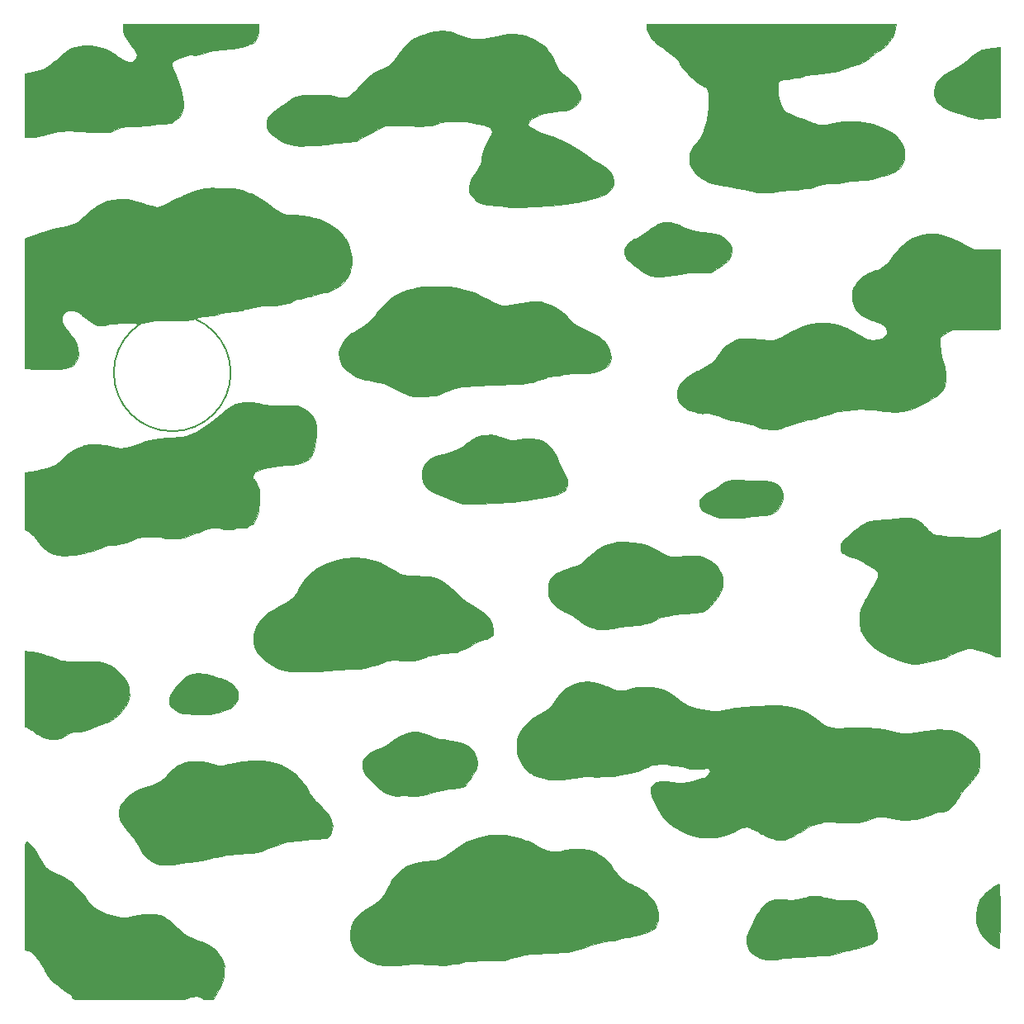
<source format=gbr>
G04 #@! TF.GenerationSoftware,KiCad,Pcbnew,5.1.4-e60b266~84~ubuntu19.04.1*
G04 #@! TF.CreationDate,2019-11-12T22:35:20-08:00*
G04 #@! TF.ProjectId,Luciebox,4c756369-6562-46f7-982e-6b696361645f,rev?*
G04 #@! TF.SameCoordinates,Original*
G04 #@! TF.FileFunction,Legend,Bot*
G04 #@! TF.FilePolarity,Positive*
%FSLAX46Y46*%
G04 Gerber Fmt 4.6, Leading zero omitted, Abs format (unit mm)*
G04 Created by KiCad (PCBNEW 5.1.4-e60b266~84~ubuntu19.04.1) date 2019-11-12 22:35:20*
%MOMM*%
%LPD*%
G04 APERTURE LIST*
%ADD10C,0.010000*%
%ADD11C,0.150000*%
G04 APERTURE END LIST*
D10*
G36*
X100320000Y-9776799D02*
G01*
X99579167Y-9828377D01*
X99193164Y-9856074D01*
X98828333Y-9883655D01*
X98550024Y-9906147D01*
X98499667Y-9910568D01*
X98217718Y-9905761D01*
X97875604Y-9859463D01*
X97695333Y-9819670D01*
X97442378Y-9749223D01*
X97072776Y-9640604D01*
X96631179Y-9507185D01*
X96162237Y-9362336D01*
X96034609Y-9322336D01*
X95285590Y-9062530D01*
X94692422Y-8798025D01*
X94241778Y-8516827D01*
X93920332Y-8206940D01*
X93714758Y-7856368D01*
X93611731Y-7453117D01*
X93593551Y-7125000D01*
X93630761Y-6704482D01*
X93744888Y-6336173D01*
X93951849Y-6001947D01*
X94267560Y-5683675D01*
X94707935Y-5363232D01*
X95288892Y-5022490D01*
X95570864Y-4872995D01*
X96275235Y-4463673D01*
X96861188Y-4031346D01*
X97000642Y-3907968D01*
X97549354Y-3433988D01*
X98047863Y-3086507D01*
X98533832Y-2847272D01*
X99044922Y-2698028D01*
X99618796Y-2620523D01*
X99663833Y-2617204D01*
X100320000Y-2571137D01*
X100320000Y-9776799D01*
X100320000Y-9776799D01*
G37*
X100320000Y-9776799D02*
X99579167Y-9828377D01*
X99193164Y-9856074D01*
X98828333Y-9883655D01*
X98550024Y-9906147D01*
X98499667Y-9910568D01*
X98217718Y-9905761D01*
X97875604Y-9859463D01*
X97695333Y-9819670D01*
X97442378Y-9749223D01*
X97072776Y-9640604D01*
X96631179Y-9507185D01*
X96162237Y-9362336D01*
X96034609Y-9322336D01*
X95285590Y-9062530D01*
X94692422Y-8798025D01*
X94241778Y-8516827D01*
X93920332Y-8206940D01*
X93714758Y-7856368D01*
X93611731Y-7453117D01*
X93593551Y-7125000D01*
X93630761Y-6704482D01*
X93744888Y-6336173D01*
X93951849Y-6001947D01*
X94267560Y-5683675D01*
X94707935Y-5363232D01*
X95288892Y-5022490D01*
X95570864Y-4872995D01*
X96275235Y-4463673D01*
X96861188Y-4031346D01*
X97000642Y-3907968D01*
X97549354Y-3433988D01*
X98047863Y-3086507D01*
X98533832Y-2847272D01*
X99044922Y-2698028D01*
X99618796Y-2620523D01*
X99663833Y-2617204D01*
X100320000Y-2571137D01*
X100320000Y-9776799D01*
G36*
X24285661Y-838500D02*
G01*
X24237311Y-1377077D01*
X24102007Y-1786658D01*
X23883593Y-2059533D01*
X23615843Y-2182545D01*
X23407628Y-2247760D01*
X23281682Y-2328464D01*
X23277914Y-2333921D01*
X23164647Y-2397224D01*
X22916214Y-2471275D01*
X22565956Y-2550098D01*
X22147210Y-2627717D01*
X21693318Y-2698157D01*
X21237619Y-2755442D01*
X20813452Y-2793596D01*
X20667381Y-2801839D01*
X20337436Y-2822849D01*
X20021764Y-2859311D01*
X19685793Y-2918320D01*
X19294948Y-3006967D01*
X18814658Y-3132344D01*
X18210349Y-3301546D01*
X18156379Y-3316968D01*
X17840282Y-3383426D01*
X17656601Y-3365777D01*
X17639746Y-3354633D01*
X17474661Y-3315452D01*
X17295700Y-3348599D01*
X17079459Y-3413762D01*
X16777125Y-3502863D01*
X16542333Y-3571101D01*
X16206169Y-3682125D01*
X15883132Y-3811343D01*
X15716833Y-3891794D01*
X15511692Y-4024022D01*
X15420475Y-4162479D01*
X15399343Y-4374909D01*
X15399333Y-4382428D01*
X15479369Y-4751020D01*
X15599001Y-4938337D01*
X15769150Y-5195648D01*
X15895519Y-5474000D01*
X16187841Y-6402897D01*
X16408345Y-7181580D01*
X16557677Y-7812881D01*
X16636482Y-8299634D01*
X16645403Y-8644669D01*
X16634792Y-8719740D01*
X16567904Y-8951144D01*
X16458806Y-9225805D01*
X16329690Y-9498625D01*
X16202750Y-9724506D01*
X16100179Y-9858347D01*
X16065475Y-9876667D01*
X15953883Y-9925151D01*
X15767347Y-10047857D01*
X15669535Y-10121424D01*
X15505415Y-10237539D01*
X15339112Y-10314932D01*
X15125604Y-10365455D01*
X14819864Y-10400962D01*
X14521817Y-10423577D01*
X14041869Y-10463756D01*
X13512114Y-10519264D01*
X13029440Y-10579712D01*
X12923712Y-10594940D01*
X12519599Y-10642732D01*
X12120175Y-10668978D01*
X11796163Y-10669571D01*
X11726895Y-10664409D01*
X11323422Y-10661913D01*
X10830601Y-10715649D01*
X10311271Y-10813505D01*
X9828271Y-10943372D01*
X9444442Y-11093136D01*
X9409614Y-11111027D01*
X9256253Y-11189346D01*
X9117018Y-11244605D01*
X8960760Y-11279717D01*
X8756332Y-11297594D01*
X8472584Y-11301147D01*
X8078368Y-11293288D01*
X7611458Y-11279120D01*
X6870150Y-11253491D01*
X6279374Y-11228049D01*
X5820331Y-11201540D01*
X5474226Y-11172709D01*
X5222263Y-11140302D01*
X5070000Y-11109496D01*
X4906834Y-11103812D01*
X4620564Y-11126549D01*
X4253748Y-11171080D01*
X3848950Y-11230778D01*
X3448729Y-11299017D01*
X3095647Y-11369169D01*
X2832265Y-11434608D01*
X2722089Y-11475073D01*
X2498773Y-11556779D01*
X2159729Y-11641825D01*
X1758055Y-11720466D01*
X1346852Y-11782952D01*
X979217Y-11819535D01*
X815500Y-11825085D01*
X328667Y-11824000D01*
X328667Y-5249478D01*
X1180820Y-5100330D01*
X1863004Y-4946284D01*
X2432861Y-4731036D01*
X2943847Y-4427882D01*
X3449418Y-4010116D01*
X3546000Y-3918733D01*
X4006590Y-3488361D01*
X4390265Y-3163825D01*
X4730269Y-2922358D01*
X5059844Y-2741194D01*
X5412233Y-2597564D01*
X5536708Y-2555334D01*
X6340859Y-2379887D01*
X7161690Y-2371020D01*
X7993500Y-2527462D01*
X8830592Y-2847945D01*
X9667266Y-3331199D01*
X9962018Y-3540849D01*
X10310129Y-3770012D01*
X10672994Y-3958299D01*
X10999794Y-4082200D01*
X11212482Y-4119333D01*
X11343374Y-4068315D01*
X11531553Y-3941621D01*
X11582837Y-3900140D01*
X11777747Y-3672454D01*
X11841184Y-3416440D01*
X11769623Y-3117677D01*
X11559539Y-2761743D01*
X11207406Y-2334217D01*
X11197304Y-2323094D01*
X10826238Y-1832630D01*
X10561093Y-1307717D01*
X10421098Y-791091D01*
X10404000Y-560157D01*
X10404000Y-224667D01*
X24289333Y-224667D01*
X24285661Y-838500D01*
X24285661Y-838500D01*
G37*
X24285661Y-838500D02*
X24237311Y-1377077D01*
X24102007Y-1786658D01*
X23883593Y-2059533D01*
X23615843Y-2182545D01*
X23407628Y-2247760D01*
X23281682Y-2328464D01*
X23277914Y-2333921D01*
X23164647Y-2397224D01*
X22916214Y-2471275D01*
X22565956Y-2550098D01*
X22147210Y-2627717D01*
X21693318Y-2698157D01*
X21237619Y-2755442D01*
X20813452Y-2793596D01*
X20667381Y-2801839D01*
X20337436Y-2822849D01*
X20021764Y-2859311D01*
X19685793Y-2918320D01*
X19294948Y-3006967D01*
X18814658Y-3132344D01*
X18210349Y-3301546D01*
X18156379Y-3316968D01*
X17840282Y-3383426D01*
X17656601Y-3365777D01*
X17639746Y-3354633D01*
X17474661Y-3315452D01*
X17295700Y-3348599D01*
X17079459Y-3413762D01*
X16777125Y-3502863D01*
X16542333Y-3571101D01*
X16206169Y-3682125D01*
X15883132Y-3811343D01*
X15716833Y-3891794D01*
X15511692Y-4024022D01*
X15420475Y-4162479D01*
X15399343Y-4374909D01*
X15399333Y-4382428D01*
X15479369Y-4751020D01*
X15599001Y-4938337D01*
X15769150Y-5195648D01*
X15895519Y-5474000D01*
X16187841Y-6402897D01*
X16408345Y-7181580D01*
X16557677Y-7812881D01*
X16636482Y-8299634D01*
X16645403Y-8644669D01*
X16634792Y-8719740D01*
X16567904Y-8951144D01*
X16458806Y-9225805D01*
X16329690Y-9498625D01*
X16202750Y-9724506D01*
X16100179Y-9858347D01*
X16065475Y-9876667D01*
X15953883Y-9925151D01*
X15767347Y-10047857D01*
X15669535Y-10121424D01*
X15505415Y-10237539D01*
X15339112Y-10314932D01*
X15125604Y-10365455D01*
X14819864Y-10400962D01*
X14521817Y-10423577D01*
X14041869Y-10463756D01*
X13512114Y-10519264D01*
X13029440Y-10579712D01*
X12923712Y-10594940D01*
X12519599Y-10642732D01*
X12120175Y-10668978D01*
X11796163Y-10669571D01*
X11726895Y-10664409D01*
X11323422Y-10661913D01*
X10830601Y-10715649D01*
X10311271Y-10813505D01*
X9828271Y-10943372D01*
X9444442Y-11093136D01*
X9409614Y-11111027D01*
X9256253Y-11189346D01*
X9117018Y-11244605D01*
X8960760Y-11279717D01*
X8756332Y-11297594D01*
X8472584Y-11301147D01*
X8078368Y-11293288D01*
X7611458Y-11279120D01*
X6870150Y-11253491D01*
X6279374Y-11228049D01*
X5820331Y-11201540D01*
X5474226Y-11172709D01*
X5222263Y-11140302D01*
X5070000Y-11109496D01*
X4906834Y-11103812D01*
X4620564Y-11126549D01*
X4253748Y-11171080D01*
X3848950Y-11230778D01*
X3448729Y-11299017D01*
X3095647Y-11369169D01*
X2832265Y-11434608D01*
X2722089Y-11475073D01*
X2498773Y-11556779D01*
X2159729Y-11641825D01*
X1758055Y-11720466D01*
X1346852Y-11782952D01*
X979217Y-11819535D01*
X815500Y-11825085D01*
X328667Y-11824000D01*
X328667Y-5249478D01*
X1180820Y-5100330D01*
X1863004Y-4946284D01*
X2432861Y-4731036D01*
X2943847Y-4427882D01*
X3449418Y-4010116D01*
X3546000Y-3918733D01*
X4006590Y-3488361D01*
X4390265Y-3163825D01*
X4730269Y-2922358D01*
X5059844Y-2741194D01*
X5412233Y-2597564D01*
X5536708Y-2555334D01*
X6340859Y-2379887D01*
X7161690Y-2371020D01*
X7993500Y-2527462D01*
X8830592Y-2847945D01*
X9667266Y-3331199D01*
X9962018Y-3540849D01*
X10310129Y-3770012D01*
X10672994Y-3958299D01*
X10999794Y-4082200D01*
X11212482Y-4119333D01*
X11343374Y-4068315D01*
X11531553Y-3941621D01*
X11582837Y-3900140D01*
X11777747Y-3672454D01*
X11841184Y-3416440D01*
X11769623Y-3117677D01*
X11559539Y-2761743D01*
X11207406Y-2334217D01*
X11197304Y-2323094D01*
X10826238Y-1832630D01*
X10561093Y-1307717D01*
X10421098Y-791091D01*
X10404000Y-560157D01*
X10404000Y-224667D01*
X24289333Y-224667D01*
X24285661Y-838500D01*
G36*
X89621743Y-613339D02*
G01*
X89549545Y-948071D01*
X89436600Y-1295254D01*
X89404556Y-1372564D01*
X89207312Y-1709522D01*
X88914635Y-2081566D01*
X88575114Y-2434717D01*
X88237332Y-2714996D01*
X88137015Y-2780799D01*
X87861453Y-2962464D01*
X87593772Y-3161562D01*
X87568209Y-3182361D01*
X87064289Y-3589509D01*
X86656458Y-3896051D01*
X86317746Y-4117701D01*
X86021180Y-4270172D01*
X85739791Y-4369175D01*
X85446605Y-4430424D01*
X85418667Y-4434630D01*
X85195360Y-4481320D01*
X85045893Y-4537278D01*
X85037667Y-4542923D01*
X84900227Y-4605044D01*
X84686382Y-4664761D01*
X84681462Y-4665820D01*
X84421053Y-4742887D01*
X84132798Y-4857123D01*
X84088795Y-4877578D01*
X83737966Y-5004286D01*
X83251568Y-5120344D01*
X82663296Y-5219986D01*
X82006845Y-5297447D01*
X81358068Y-5344864D01*
X80969838Y-5370707D01*
X80647061Y-5403471D01*
X80425358Y-5438787D01*
X80341405Y-5469570D01*
X80241578Y-5516993D01*
X80012963Y-5581340D01*
X79694320Y-5655008D01*
X79324409Y-5730393D01*
X78941988Y-5799892D01*
X78585818Y-5855901D01*
X78294658Y-5890817D01*
X78154202Y-5898630D01*
X77872764Y-5921523D01*
X77710392Y-6010969D01*
X77619673Y-6202546D01*
X77591813Y-6320667D01*
X77547041Y-6842654D01*
X77596341Y-7433991D01*
X77727456Y-8032242D01*
X77928131Y-8574966D01*
X78092677Y-8872342D01*
X78238962Y-9063653D01*
X78415855Y-9222004D01*
X78655341Y-9366145D01*
X78989409Y-9514824D01*
X79450047Y-9686791D01*
X79531002Y-9715390D01*
X80224671Y-9963290D01*
X80808245Y-10180279D01*
X81257716Y-10357398D01*
X81312333Y-10380077D01*
X81653135Y-10488041D01*
X82024725Y-10527607D01*
X82473221Y-10500514D01*
X82878667Y-10439115D01*
X83679061Y-10306810D01*
X84349312Y-10218848D01*
X84922201Y-10173430D01*
X85430509Y-10168756D01*
X85907018Y-10203025D01*
X86263544Y-10253250D01*
X87276189Y-10471013D01*
X88171501Y-10763695D01*
X88940476Y-11126288D01*
X89574114Y-11553785D01*
X90063412Y-12041178D01*
X90380960Y-12543667D01*
X90531592Y-13017887D01*
X90569868Y-13530214D01*
X90505018Y-14043154D01*
X90346272Y-14519215D01*
X90102862Y-14920903D01*
X89784018Y-15210727D01*
X89714507Y-15250664D01*
X89490390Y-15367937D01*
X89355667Y-15438301D01*
X88796996Y-15661992D01*
X88215634Y-15783095D01*
X87941069Y-15831798D01*
X87714049Y-15904704D01*
X87665300Y-15929830D01*
X87465824Y-16005114D01*
X87122588Y-16081014D01*
X86661101Y-16153544D01*
X86106873Y-16218717D01*
X85485416Y-16272547D01*
X85461000Y-16274303D01*
X85019022Y-16314521D01*
X84549114Y-16370991D01*
X84142432Y-16432556D01*
X84088683Y-16442253D01*
X83739981Y-16493163D01*
X83415379Y-16516941D01*
X83187861Y-16508686D01*
X82953576Y-16504050D01*
X82617258Y-16537248D01*
X82232345Y-16598383D01*
X81852276Y-16677563D01*
X81530489Y-16764893D01*
X81320424Y-16850480D01*
X81311322Y-16856126D01*
X81131748Y-16925033D01*
X80819703Y-16997755D01*
X80411819Y-17069257D01*
X79944727Y-17134504D01*
X79455058Y-17188463D01*
X78979444Y-17226099D01*
X78554516Y-17242378D01*
X78498700Y-17242667D01*
X78152740Y-17251875D01*
X77869537Y-17276475D01*
X77693175Y-17311930D01*
X77661723Y-17328810D01*
X77548010Y-17364407D01*
X77300725Y-17398661D01*
X76955612Y-17427802D01*
X76548414Y-17448061D01*
X76522956Y-17448906D01*
X76051083Y-17459992D01*
X75697275Y-17454551D01*
X75410653Y-17427553D01*
X75140340Y-17373964D01*
X74835456Y-17288752D01*
X74802600Y-17278755D01*
X74472966Y-17193736D01*
X74026138Y-17100375D01*
X73513301Y-17008311D01*
X72985635Y-16927187D01*
X72812933Y-16903938D01*
X72144959Y-16813023D01*
X71613891Y-16727920D01*
X71187864Y-16640672D01*
X70835010Y-16543326D01*
X70523465Y-16427926D01*
X70221361Y-16286517D01*
X70112834Y-16229874D01*
X69585229Y-15898099D01*
X69153376Y-15501416D01*
X68796821Y-15044163D01*
X68626503Y-14752330D01*
X68535770Y-14456725D01*
X68499583Y-14135591D01*
X68499507Y-13799552D01*
X68554873Y-13489601D01*
X68680239Y-13172009D01*
X68890162Y-12813049D01*
X69199202Y-12378993D01*
X69334044Y-12202355D01*
X69578035Y-11861675D01*
X69798824Y-11509422D01*
X69960224Y-11204863D01*
X69998307Y-11114368D01*
X70157476Y-10607006D01*
X70290508Y-10023463D01*
X70393967Y-9399710D01*
X70464415Y-8771720D01*
X70498414Y-8175465D01*
X70492526Y-7646917D01*
X70443314Y-7222047D01*
X70389076Y-7025258D01*
X70284563Y-6807582D01*
X70180389Y-6676550D01*
X70141062Y-6659333D01*
X69998685Y-6609086D01*
X69761758Y-6474863D01*
X69465523Y-6281443D01*
X69145224Y-6053605D01*
X68836102Y-5816127D01*
X68573401Y-5593790D01*
X68436265Y-5460710D01*
X68228558Y-5224344D01*
X68004401Y-4945339D01*
X67790274Y-4659922D01*
X67612659Y-4404321D01*
X67498034Y-4214762D01*
X67469333Y-4137858D01*
X67405803Y-4024917D01*
X67233712Y-3835844D01*
X66980811Y-3594972D01*
X66674854Y-3326632D01*
X66343589Y-3055156D01*
X66014770Y-2804877D01*
X65716147Y-2600126D01*
X65713836Y-2598663D01*
X65377814Y-2369460D01*
X65070252Y-2130603D01*
X64839500Y-1920768D01*
X64774450Y-1847205D01*
X64472089Y-1420476D01*
X64245415Y-1019469D01*
X64111703Y-678012D01*
X64082667Y-492395D01*
X64082667Y-224667D01*
X89675016Y-224667D01*
X89621743Y-613339D01*
X89621743Y-613339D01*
G37*
X89621743Y-613339D02*
X89549545Y-948071D01*
X89436600Y-1295254D01*
X89404556Y-1372564D01*
X89207312Y-1709522D01*
X88914635Y-2081566D01*
X88575114Y-2434717D01*
X88237332Y-2714996D01*
X88137015Y-2780799D01*
X87861453Y-2962464D01*
X87593772Y-3161562D01*
X87568209Y-3182361D01*
X87064289Y-3589509D01*
X86656458Y-3896051D01*
X86317746Y-4117701D01*
X86021180Y-4270172D01*
X85739791Y-4369175D01*
X85446605Y-4430424D01*
X85418667Y-4434630D01*
X85195360Y-4481320D01*
X85045893Y-4537278D01*
X85037667Y-4542923D01*
X84900227Y-4605044D01*
X84686382Y-4664761D01*
X84681462Y-4665820D01*
X84421053Y-4742887D01*
X84132798Y-4857123D01*
X84088795Y-4877578D01*
X83737966Y-5004286D01*
X83251568Y-5120344D01*
X82663296Y-5219986D01*
X82006845Y-5297447D01*
X81358068Y-5344864D01*
X80969838Y-5370707D01*
X80647061Y-5403471D01*
X80425358Y-5438787D01*
X80341405Y-5469570D01*
X80241578Y-5516993D01*
X80012963Y-5581340D01*
X79694320Y-5655008D01*
X79324409Y-5730393D01*
X78941988Y-5799892D01*
X78585818Y-5855901D01*
X78294658Y-5890817D01*
X78154202Y-5898630D01*
X77872764Y-5921523D01*
X77710392Y-6010969D01*
X77619673Y-6202546D01*
X77591813Y-6320667D01*
X77547041Y-6842654D01*
X77596341Y-7433991D01*
X77727456Y-8032242D01*
X77928131Y-8574966D01*
X78092677Y-8872342D01*
X78238962Y-9063653D01*
X78415855Y-9222004D01*
X78655341Y-9366145D01*
X78989409Y-9514824D01*
X79450047Y-9686791D01*
X79531002Y-9715390D01*
X80224671Y-9963290D01*
X80808245Y-10180279D01*
X81257716Y-10357398D01*
X81312333Y-10380077D01*
X81653135Y-10488041D01*
X82024725Y-10527607D01*
X82473221Y-10500514D01*
X82878667Y-10439115D01*
X83679061Y-10306810D01*
X84349312Y-10218848D01*
X84922201Y-10173430D01*
X85430509Y-10168756D01*
X85907018Y-10203025D01*
X86263544Y-10253250D01*
X87276189Y-10471013D01*
X88171501Y-10763695D01*
X88940476Y-11126288D01*
X89574114Y-11553785D01*
X90063412Y-12041178D01*
X90380960Y-12543667D01*
X90531592Y-13017887D01*
X90569868Y-13530214D01*
X90505018Y-14043154D01*
X90346272Y-14519215D01*
X90102862Y-14920903D01*
X89784018Y-15210727D01*
X89714507Y-15250664D01*
X89490390Y-15367937D01*
X89355667Y-15438301D01*
X88796996Y-15661992D01*
X88215634Y-15783095D01*
X87941069Y-15831798D01*
X87714049Y-15904704D01*
X87665300Y-15929830D01*
X87465824Y-16005114D01*
X87122588Y-16081014D01*
X86661101Y-16153544D01*
X86106873Y-16218717D01*
X85485416Y-16272547D01*
X85461000Y-16274303D01*
X85019022Y-16314521D01*
X84549114Y-16370991D01*
X84142432Y-16432556D01*
X84088683Y-16442253D01*
X83739981Y-16493163D01*
X83415379Y-16516941D01*
X83187861Y-16508686D01*
X82953576Y-16504050D01*
X82617258Y-16537248D01*
X82232345Y-16598383D01*
X81852276Y-16677563D01*
X81530489Y-16764893D01*
X81320424Y-16850480D01*
X81311322Y-16856126D01*
X81131748Y-16925033D01*
X80819703Y-16997755D01*
X80411819Y-17069257D01*
X79944727Y-17134504D01*
X79455058Y-17188463D01*
X78979444Y-17226099D01*
X78554516Y-17242378D01*
X78498700Y-17242667D01*
X78152740Y-17251875D01*
X77869537Y-17276475D01*
X77693175Y-17311930D01*
X77661723Y-17328810D01*
X77548010Y-17364407D01*
X77300725Y-17398661D01*
X76955612Y-17427802D01*
X76548414Y-17448061D01*
X76522956Y-17448906D01*
X76051083Y-17459992D01*
X75697275Y-17454551D01*
X75410653Y-17427553D01*
X75140340Y-17373964D01*
X74835456Y-17288752D01*
X74802600Y-17278755D01*
X74472966Y-17193736D01*
X74026138Y-17100375D01*
X73513301Y-17008311D01*
X72985635Y-16927187D01*
X72812933Y-16903938D01*
X72144959Y-16813023D01*
X71613891Y-16727920D01*
X71187864Y-16640672D01*
X70835010Y-16543326D01*
X70523465Y-16427926D01*
X70221361Y-16286517D01*
X70112834Y-16229874D01*
X69585229Y-15898099D01*
X69153376Y-15501416D01*
X68796821Y-15044163D01*
X68626503Y-14752330D01*
X68535770Y-14456725D01*
X68499583Y-14135591D01*
X68499507Y-13799552D01*
X68554873Y-13489601D01*
X68680239Y-13172009D01*
X68890162Y-12813049D01*
X69199202Y-12378993D01*
X69334044Y-12202355D01*
X69578035Y-11861675D01*
X69798824Y-11509422D01*
X69960224Y-11204863D01*
X69998307Y-11114368D01*
X70157476Y-10607006D01*
X70290508Y-10023463D01*
X70393967Y-9399710D01*
X70464415Y-8771720D01*
X70498414Y-8175465D01*
X70492526Y-7646917D01*
X70443314Y-7222047D01*
X70389076Y-7025258D01*
X70284563Y-6807582D01*
X70180389Y-6676550D01*
X70141062Y-6659333D01*
X69998685Y-6609086D01*
X69761758Y-6474863D01*
X69465523Y-6281443D01*
X69145224Y-6053605D01*
X68836102Y-5816127D01*
X68573401Y-5593790D01*
X68436265Y-5460710D01*
X68228558Y-5224344D01*
X68004401Y-4945339D01*
X67790274Y-4659922D01*
X67612659Y-4404321D01*
X67498034Y-4214762D01*
X67469333Y-4137858D01*
X67405803Y-4024917D01*
X67233712Y-3835844D01*
X66980811Y-3594972D01*
X66674854Y-3326632D01*
X66343589Y-3055156D01*
X66014770Y-2804877D01*
X65716147Y-2600126D01*
X65713836Y-2598663D01*
X65377814Y-2369460D01*
X65070252Y-2130603D01*
X64839500Y-1920768D01*
X64774450Y-1847205D01*
X64472089Y-1420476D01*
X64245415Y-1019469D01*
X64111703Y-678012D01*
X64082667Y-492395D01*
X64082667Y-224667D01*
X89675016Y-224667D01*
X89621743Y-613339D01*
G36*
X43317370Y-909903D02*
G01*
X43588638Y-934346D01*
X43872363Y-983811D01*
X44198853Y-1065704D01*
X44598414Y-1187429D01*
X45101357Y-1356389D01*
X45602576Y-1531981D01*
X46176098Y-1687433D01*
X46769409Y-1746044D01*
X47419947Y-1707888D01*
X48165153Y-1573039D01*
X48317218Y-1537296D01*
X49168501Y-1352184D01*
X49900173Y-1244491D01*
X50544020Y-1215790D01*
X51131828Y-1267655D01*
X51695382Y-1401660D01*
X52266470Y-1619377D01*
X52536595Y-1746169D01*
X53032026Y-2010810D01*
X53429699Y-2279812D01*
X53760851Y-2585999D01*
X54056721Y-2962197D01*
X54348547Y-3441232D01*
X54593662Y-3907789D01*
X54815115Y-4341811D01*
X54989370Y-4659229D01*
X55142992Y-4895866D01*
X55302544Y-5087543D01*
X55494588Y-5270080D01*
X55745688Y-5479300D01*
X55778995Y-5506241D01*
X56241797Y-5890830D01*
X56589216Y-6208515D01*
X56846416Y-6486842D01*
X57038563Y-6753354D01*
X57190819Y-7035596D01*
X57205922Y-7068153D01*
X57349728Y-7502213D01*
X57346755Y-7863580D01*
X57205284Y-8153678D01*
X57021502Y-8362613D01*
X56807141Y-8572819D01*
X56603745Y-8747203D01*
X56452856Y-8848674D01*
X56413466Y-8860667D01*
X56272161Y-8897413D01*
X56072553Y-8985909D01*
X56070178Y-8987145D01*
X55822504Y-9063747D01*
X55462665Y-9107323D01*
X55239089Y-9114145D01*
X54734362Y-9146382D01*
X54194061Y-9234974D01*
X53649601Y-9369012D01*
X53132397Y-9537583D01*
X52673863Y-9729779D01*
X52305416Y-9934687D01*
X52058469Y-10141398D01*
X51990132Y-10242527D01*
X51925130Y-10418827D01*
X51960240Y-10547621D01*
X52076684Y-10678441D01*
X52309063Y-10851786D01*
X52670587Y-11048547D01*
X53125916Y-11251894D01*
X53639714Y-11445001D01*
X53795667Y-11497027D01*
X54093519Y-11596415D01*
X54346244Y-11685842D01*
X54473000Y-11735152D01*
X55239518Y-12073992D01*
X55873858Y-12368472D01*
X56402726Y-12632788D01*
X56852832Y-12881134D01*
X57250884Y-13127705D01*
X57623590Y-13386696D01*
X57732667Y-13467596D01*
X58133291Y-13756080D01*
X58568356Y-14049155D01*
X58975152Y-14305442D01*
X59198018Y-14434518D01*
X59748175Y-14770414D01*
X60153938Y-15102543D01*
X60438099Y-15454007D01*
X60623452Y-15847911D01*
X60638812Y-15894900D01*
X60720770Y-16240238D01*
X60717902Y-16544164D01*
X60623103Y-16872203D01*
X60503859Y-17139675D01*
X60343427Y-17327302D01*
X60056476Y-17528185D01*
X59682238Y-17720931D01*
X59259946Y-17884145D01*
X59002667Y-17958294D01*
X58692085Y-18040375D01*
X58428493Y-18118546D01*
X58283000Y-18170331D01*
X58094066Y-18228908D01*
X57827173Y-18284159D01*
X57736867Y-18298130D01*
X57487704Y-18344625D01*
X57307518Y-18399185D01*
X57271201Y-18418777D01*
X57133937Y-18464048D01*
X56835816Y-18516462D01*
X56385119Y-18575080D01*
X55790128Y-18638959D01*
X55059126Y-18707161D01*
X54200395Y-18778745D01*
X53880333Y-18803723D01*
X52949213Y-18872201D01*
X52165561Y-18922495D01*
X51508537Y-18955040D01*
X50957302Y-18970270D01*
X50491017Y-18968621D01*
X50088842Y-18950527D01*
X49729940Y-18916423D01*
X49562333Y-18893818D01*
X49142944Y-18839961D01*
X48713978Y-18798089D01*
X48354297Y-18775619D01*
X48287606Y-18773945D01*
X47679019Y-18706380D01*
X47109178Y-18532304D01*
X46623819Y-18268547D01*
X46395531Y-18077609D01*
X46101318Y-17719988D01*
X45933003Y-17349295D01*
X45892429Y-16949148D01*
X45981439Y-16503159D01*
X46201875Y-15994944D01*
X46555581Y-15408118D01*
X46723192Y-15164112D01*
X46935791Y-14850702D01*
X47069319Y-14605616D01*
X47149218Y-14363948D01*
X47200929Y-14060788D01*
X47220976Y-13894112D01*
X47353687Y-13259277D01*
X47598123Y-12595044D01*
X47927357Y-11969220D01*
X48071599Y-11752068D01*
X48195454Y-11504073D01*
X48249885Y-11248477D01*
X48250000Y-11238870D01*
X48203513Y-11002284D01*
X48054758Y-10808101D01*
X47789794Y-10649846D01*
X47394681Y-10521045D01*
X46855478Y-10415223D01*
X46323681Y-10344213D01*
X46042266Y-10303311D01*
X45836001Y-10257344D01*
X45755822Y-10220977D01*
X45656720Y-10191772D01*
X45425236Y-10170966D01*
X45098109Y-10158465D01*
X44712078Y-10154175D01*
X44303880Y-10158002D01*
X43910254Y-10169852D01*
X43567938Y-10189632D01*
X43313672Y-10217246D01*
X43258539Y-10227368D01*
X42958490Y-10305750D01*
X42680888Y-10399891D01*
X42623539Y-10423882D01*
X42355028Y-10508072D01*
X41977763Y-10581186D01*
X41544637Y-10637880D01*
X41108545Y-10672811D01*
X40722380Y-10680634D01*
X40439036Y-10656006D01*
X40404399Y-10648076D01*
X40209410Y-10619871D01*
X39882369Y-10597752D01*
X39460497Y-10583204D01*
X38981012Y-10577713D01*
X38682667Y-10579365D01*
X37285667Y-10596333D01*
X36566000Y-10953659D01*
X36143612Y-11165969D01*
X35812399Y-11340632D01*
X35510329Y-11512122D01*
X35175370Y-11714914D01*
X34999667Y-11824140D01*
X34749418Y-11973378D01*
X34519213Y-12087706D01*
X34278368Y-12173897D01*
X33996199Y-12238723D01*
X33642022Y-12288956D01*
X33185153Y-12331367D01*
X32594908Y-12372729D01*
X32480952Y-12380026D01*
X32123932Y-12409809D01*
X31834225Y-12447328D01*
X31650916Y-12486797D01*
X31608122Y-12509226D01*
X31505930Y-12547168D01*
X31281211Y-12575238D01*
X30980717Y-12587824D01*
X30951836Y-12588005D01*
X30610010Y-12595847D01*
X30164318Y-12615466D01*
X29679565Y-12643651D01*
X29331870Y-12668283D01*
X28666874Y-12699148D01*
X28101622Y-12670635D01*
X27586438Y-12570943D01*
X27071646Y-12388274D01*
X26507571Y-12110826D01*
X26160844Y-11915025D01*
X25682739Y-11563905D01*
X25353668Y-11165539D01*
X25176061Y-10737203D01*
X25152345Y-10296173D01*
X25284950Y-9859727D01*
X25576305Y-9445141D01*
X25785963Y-9248383D01*
X26011253Y-9073796D01*
X26327282Y-8844610D01*
X26700468Y-8583490D01*
X27097227Y-8313100D01*
X27483979Y-8056105D01*
X27827140Y-7835170D01*
X28093130Y-7672960D01*
X28226333Y-7601366D01*
X28456294Y-7542190D01*
X28854255Y-7497848D01*
X29419529Y-7468403D01*
X29750333Y-7459575D01*
X30425142Y-7453601D01*
X30986427Y-7469089D01*
X31489143Y-7510521D01*
X31988247Y-7582376D01*
X32521596Y-7685528D01*
X32817191Y-7737401D01*
X33073308Y-7748979D01*
X33310455Y-7707787D01*
X33549138Y-7601349D01*
X33809866Y-7417191D01*
X34113145Y-7142837D01*
X34479483Y-6765812D01*
X34929387Y-6273641D01*
X35034019Y-6157147D01*
X35569535Y-5639493D01*
X36168273Y-5224304D01*
X36875249Y-4881866D01*
X37096144Y-4795935D01*
X37623736Y-4514221D01*
X38115164Y-4082762D01*
X38550672Y-3520352D01*
X38701276Y-3269251D01*
X39026812Y-2784457D01*
X39437851Y-2320421D01*
X39887009Y-1924900D01*
X40297546Y-1660346D01*
X40543274Y-1548852D01*
X40893133Y-1407988D01*
X41290048Y-1260220D01*
X41504250Y-1185330D01*
X41956039Y-1041668D01*
X42320700Y-955062D01*
X42665511Y-913050D01*
X43028250Y-903081D01*
X43317370Y-909903D01*
X43317370Y-909903D01*
G37*
X43317370Y-909903D02*
X43588638Y-934346D01*
X43872363Y-983811D01*
X44198853Y-1065704D01*
X44598414Y-1187429D01*
X45101357Y-1356389D01*
X45602576Y-1531981D01*
X46176098Y-1687433D01*
X46769409Y-1746044D01*
X47419947Y-1707888D01*
X48165153Y-1573039D01*
X48317218Y-1537296D01*
X49168501Y-1352184D01*
X49900173Y-1244491D01*
X50544020Y-1215790D01*
X51131828Y-1267655D01*
X51695382Y-1401660D01*
X52266470Y-1619377D01*
X52536595Y-1746169D01*
X53032026Y-2010810D01*
X53429699Y-2279812D01*
X53760851Y-2585999D01*
X54056721Y-2962197D01*
X54348547Y-3441232D01*
X54593662Y-3907789D01*
X54815115Y-4341811D01*
X54989370Y-4659229D01*
X55142992Y-4895866D01*
X55302544Y-5087543D01*
X55494588Y-5270080D01*
X55745688Y-5479300D01*
X55778995Y-5506241D01*
X56241797Y-5890830D01*
X56589216Y-6208515D01*
X56846416Y-6486842D01*
X57038563Y-6753354D01*
X57190819Y-7035596D01*
X57205922Y-7068153D01*
X57349728Y-7502213D01*
X57346755Y-7863580D01*
X57205284Y-8153678D01*
X57021502Y-8362613D01*
X56807141Y-8572819D01*
X56603745Y-8747203D01*
X56452856Y-8848674D01*
X56413466Y-8860667D01*
X56272161Y-8897413D01*
X56072553Y-8985909D01*
X56070178Y-8987145D01*
X55822504Y-9063747D01*
X55462665Y-9107323D01*
X55239089Y-9114145D01*
X54734362Y-9146382D01*
X54194061Y-9234974D01*
X53649601Y-9369012D01*
X53132397Y-9537583D01*
X52673863Y-9729779D01*
X52305416Y-9934687D01*
X52058469Y-10141398D01*
X51990132Y-10242527D01*
X51925130Y-10418827D01*
X51960240Y-10547621D01*
X52076684Y-10678441D01*
X52309063Y-10851786D01*
X52670587Y-11048547D01*
X53125916Y-11251894D01*
X53639714Y-11445001D01*
X53795667Y-11497027D01*
X54093519Y-11596415D01*
X54346244Y-11685842D01*
X54473000Y-11735152D01*
X55239518Y-12073992D01*
X55873858Y-12368472D01*
X56402726Y-12632788D01*
X56852832Y-12881134D01*
X57250884Y-13127705D01*
X57623590Y-13386696D01*
X57732667Y-13467596D01*
X58133291Y-13756080D01*
X58568356Y-14049155D01*
X58975152Y-14305442D01*
X59198018Y-14434518D01*
X59748175Y-14770414D01*
X60153938Y-15102543D01*
X60438099Y-15454007D01*
X60623452Y-15847911D01*
X60638812Y-15894900D01*
X60720770Y-16240238D01*
X60717902Y-16544164D01*
X60623103Y-16872203D01*
X60503859Y-17139675D01*
X60343427Y-17327302D01*
X60056476Y-17528185D01*
X59682238Y-17720931D01*
X59259946Y-17884145D01*
X59002667Y-17958294D01*
X58692085Y-18040375D01*
X58428493Y-18118546D01*
X58283000Y-18170331D01*
X58094066Y-18228908D01*
X57827173Y-18284159D01*
X57736867Y-18298130D01*
X57487704Y-18344625D01*
X57307518Y-18399185D01*
X57271201Y-18418777D01*
X57133937Y-18464048D01*
X56835816Y-18516462D01*
X56385119Y-18575080D01*
X55790128Y-18638959D01*
X55059126Y-18707161D01*
X54200395Y-18778745D01*
X53880333Y-18803723D01*
X52949213Y-18872201D01*
X52165561Y-18922495D01*
X51508537Y-18955040D01*
X50957302Y-18970270D01*
X50491017Y-18968621D01*
X50088842Y-18950527D01*
X49729940Y-18916423D01*
X49562333Y-18893818D01*
X49142944Y-18839961D01*
X48713978Y-18798089D01*
X48354297Y-18775619D01*
X48287606Y-18773945D01*
X47679019Y-18706380D01*
X47109178Y-18532304D01*
X46623819Y-18268547D01*
X46395531Y-18077609D01*
X46101318Y-17719988D01*
X45933003Y-17349295D01*
X45892429Y-16949148D01*
X45981439Y-16503159D01*
X46201875Y-15994944D01*
X46555581Y-15408118D01*
X46723192Y-15164112D01*
X46935791Y-14850702D01*
X47069319Y-14605616D01*
X47149218Y-14363948D01*
X47200929Y-14060788D01*
X47220976Y-13894112D01*
X47353687Y-13259277D01*
X47598123Y-12595044D01*
X47927357Y-11969220D01*
X48071599Y-11752068D01*
X48195454Y-11504073D01*
X48249885Y-11248477D01*
X48250000Y-11238870D01*
X48203513Y-11002284D01*
X48054758Y-10808101D01*
X47789794Y-10649846D01*
X47394681Y-10521045D01*
X46855478Y-10415223D01*
X46323681Y-10344213D01*
X46042266Y-10303311D01*
X45836001Y-10257344D01*
X45755822Y-10220977D01*
X45656720Y-10191772D01*
X45425236Y-10170966D01*
X45098109Y-10158465D01*
X44712078Y-10154175D01*
X44303880Y-10158002D01*
X43910254Y-10169852D01*
X43567938Y-10189632D01*
X43313672Y-10217246D01*
X43258539Y-10227368D01*
X42958490Y-10305750D01*
X42680888Y-10399891D01*
X42623539Y-10423882D01*
X42355028Y-10508072D01*
X41977763Y-10581186D01*
X41544637Y-10637880D01*
X41108545Y-10672811D01*
X40722380Y-10680634D01*
X40439036Y-10656006D01*
X40404399Y-10648076D01*
X40209410Y-10619871D01*
X39882369Y-10597752D01*
X39460497Y-10583204D01*
X38981012Y-10577713D01*
X38682667Y-10579365D01*
X37285667Y-10596333D01*
X36566000Y-10953659D01*
X36143612Y-11165969D01*
X35812399Y-11340632D01*
X35510329Y-11512122D01*
X35175370Y-11714914D01*
X34999667Y-11824140D01*
X34749418Y-11973378D01*
X34519213Y-12087706D01*
X34278368Y-12173897D01*
X33996199Y-12238723D01*
X33642022Y-12288956D01*
X33185153Y-12331367D01*
X32594908Y-12372729D01*
X32480952Y-12380026D01*
X32123932Y-12409809D01*
X31834225Y-12447328D01*
X31650916Y-12486797D01*
X31608122Y-12509226D01*
X31505930Y-12547168D01*
X31281211Y-12575238D01*
X30980717Y-12587824D01*
X30951836Y-12588005D01*
X30610010Y-12595847D01*
X30164318Y-12615466D01*
X29679565Y-12643651D01*
X29331870Y-12668283D01*
X28666874Y-12699148D01*
X28101622Y-12670635D01*
X27586438Y-12570943D01*
X27071646Y-12388274D01*
X26507571Y-12110826D01*
X26160844Y-11915025D01*
X25682739Y-11563905D01*
X25353668Y-11165539D01*
X25176061Y-10737203D01*
X25152345Y-10296173D01*
X25284950Y-9859727D01*
X25576305Y-9445141D01*
X25785963Y-9248383D01*
X26011253Y-9073796D01*
X26327282Y-8844610D01*
X26700468Y-8583490D01*
X27097227Y-8313100D01*
X27483979Y-8056105D01*
X27827140Y-7835170D01*
X28093130Y-7672960D01*
X28226333Y-7601366D01*
X28456294Y-7542190D01*
X28854255Y-7497848D01*
X29419529Y-7468403D01*
X29750333Y-7459575D01*
X30425142Y-7453601D01*
X30986427Y-7469089D01*
X31489143Y-7510521D01*
X31988247Y-7582376D01*
X32521596Y-7685528D01*
X32817191Y-7737401D01*
X33073308Y-7748979D01*
X33310455Y-7707787D01*
X33549138Y-7601349D01*
X33809866Y-7417191D01*
X34113145Y-7142837D01*
X34479483Y-6765812D01*
X34929387Y-6273641D01*
X35034019Y-6157147D01*
X35569535Y-5639493D01*
X36168273Y-5224304D01*
X36875249Y-4881866D01*
X37096144Y-4795935D01*
X37623736Y-4514221D01*
X38115164Y-4082762D01*
X38550672Y-3520352D01*
X38701276Y-3269251D01*
X39026812Y-2784457D01*
X39437851Y-2320421D01*
X39887009Y-1924900D01*
X40297546Y-1660346D01*
X40543274Y-1548852D01*
X40893133Y-1407988D01*
X41290048Y-1260220D01*
X41504250Y-1185330D01*
X41956039Y-1041668D01*
X42320700Y-955062D01*
X42665511Y-913050D01*
X43028250Y-903081D01*
X43317370Y-909903D01*
G36*
X66261217Y-20520794D02*
G01*
X66578122Y-20533886D01*
X66840822Y-20574496D01*
X67108344Y-20658508D01*
X67439715Y-20801804D01*
X67615884Y-20885291D01*
X68007325Y-21070520D01*
X68319415Y-21205705D01*
X68596835Y-21302960D01*
X68884268Y-21374396D01*
X69226398Y-21432123D01*
X69667906Y-21488254D01*
X69967000Y-21522576D01*
X70599235Y-21603396D01*
X71093166Y-21691126D01*
X71479805Y-21795257D01*
X71790160Y-21925281D01*
X72055243Y-22090689D01*
X72199772Y-22205983D01*
X72581322Y-22614558D01*
X72796562Y-23040228D01*
X72847003Y-23477514D01*
X72734156Y-23920940D01*
X72459534Y-24365027D01*
X72024647Y-24804299D01*
X71431008Y-25233279D01*
X71350635Y-25282917D01*
X70729000Y-25660834D01*
X69713000Y-25642986D01*
X69062674Y-25650170D01*
X68454329Y-25691665D01*
X68003639Y-25753669D01*
X67036925Y-25918449D01*
X66222371Y-26025625D01*
X65553067Y-26075653D01*
X65022106Y-26068991D01*
X64622578Y-26006093D01*
X64544260Y-25982265D01*
X64146106Y-25811043D01*
X63696788Y-25561117D01*
X63232854Y-25258947D01*
X62790850Y-24930995D01*
X62407323Y-24603720D01*
X62118822Y-24303584D01*
X62003834Y-24142961D01*
X61835393Y-23758837D01*
X61814161Y-23403103D01*
X61933146Y-23034315D01*
X62057762Y-22851851D01*
X62254722Y-22640653D01*
X62478855Y-22441063D01*
X62684991Y-22293421D01*
X62824810Y-22238000D01*
X62942963Y-22194629D01*
X63158522Y-22081655D01*
X63428930Y-21924785D01*
X63711628Y-21749726D01*
X63964060Y-21582184D01*
X64143669Y-21447867D01*
X64167333Y-21427044D01*
X64340431Y-21293792D01*
X64611480Y-21113925D01*
X64929272Y-20920988D01*
X65014000Y-20872390D01*
X65338780Y-20694910D01*
X65580763Y-20588609D01*
X65801497Y-20536136D01*
X66062533Y-20520139D01*
X66261217Y-20520794D01*
X66261217Y-20520794D01*
G37*
X66261217Y-20520794D02*
X66578122Y-20533886D01*
X66840822Y-20574496D01*
X67108344Y-20658508D01*
X67439715Y-20801804D01*
X67615884Y-20885291D01*
X68007325Y-21070520D01*
X68319415Y-21205705D01*
X68596835Y-21302960D01*
X68884268Y-21374396D01*
X69226398Y-21432123D01*
X69667906Y-21488254D01*
X69967000Y-21522576D01*
X70599235Y-21603396D01*
X71093166Y-21691126D01*
X71479805Y-21795257D01*
X71790160Y-21925281D01*
X72055243Y-22090689D01*
X72199772Y-22205983D01*
X72581322Y-22614558D01*
X72796562Y-23040228D01*
X72847003Y-23477514D01*
X72734156Y-23920940D01*
X72459534Y-24365027D01*
X72024647Y-24804299D01*
X71431008Y-25233279D01*
X71350635Y-25282917D01*
X70729000Y-25660834D01*
X69713000Y-25642986D01*
X69062674Y-25650170D01*
X68454329Y-25691665D01*
X68003639Y-25753669D01*
X67036925Y-25918449D01*
X66222371Y-26025625D01*
X65553067Y-26075653D01*
X65022106Y-26068991D01*
X64622578Y-26006093D01*
X64544260Y-25982265D01*
X64146106Y-25811043D01*
X63696788Y-25561117D01*
X63232854Y-25258947D01*
X62790850Y-24930995D01*
X62407323Y-24603720D01*
X62118822Y-24303584D01*
X62003834Y-24142961D01*
X61835393Y-23758837D01*
X61814161Y-23403103D01*
X61933146Y-23034315D01*
X62057762Y-22851851D01*
X62254722Y-22640653D01*
X62478855Y-22441063D01*
X62684991Y-22293421D01*
X62824810Y-22238000D01*
X62942963Y-22194629D01*
X63158522Y-22081655D01*
X63428930Y-21924785D01*
X63711628Y-21749726D01*
X63964060Y-21582184D01*
X64143669Y-21447867D01*
X64167333Y-21427044D01*
X64340431Y-21293792D01*
X64611480Y-21113925D01*
X64929272Y-20920988D01*
X65014000Y-20872390D01*
X65338780Y-20694910D01*
X65580763Y-20588609D01*
X65801497Y-20536136D01*
X66062533Y-20520139D01*
X66261217Y-20520794D01*
G36*
X20046665Y-16999618D02*
G01*
X20517494Y-17011093D01*
X21198162Y-17035789D01*
X21747974Y-17074576D01*
X22205263Y-17134575D01*
X22608360Y-17222905D01*
X22995601Y-17346686D01*
X23405317Y-17513037D01*
X23537765Y-17572045D01*
X23891825Y-17746663D01*
X24302072Y-17970812D01*
X24712813Y-18212056D01*
X25068354Y-18437962D01*
X25266917Y-18579076D01*
X25741732Y-18944966D01*
X26113867Y-19221612D01*
X26415045Y-19422768D01*
X26676990Y-19562190D01*
X26931426Y-19653633D01*
X27210079Y-19710853D01*
X27544672Y-19747603D01*
X27966929Y-19777641D01*
X28042680Y-19782607D01*
X28812617Y-19845713D01*
X29456198Y-19930730D01*
X30016009Y-20048038D01*
X30534636Y-20208018D01*
X31054662Y-20421049D01*
X31457495Y-20614944D01*
X31926966Y-20904084D01*
X32416377Y-21292956D01*
X32868531Y-21730729D01*
X33226231Y-22166571D01*
X33261015Y-22217722D01*
X33551606Y-22782144D01*
X33751102Y-23434190D01*
X33853546Y-24125463D01*
X33852982Y-24807564D01*
X33743452Y-25432097D01*
X33680174Y-25623136D01*
X33366047Y-26248695D01*
X32945279Y-26775500D01*
X32440263Y-27178417D01*
X32163333Y-27325487D01*
X31778094Y-27496115D01*
X31512077Y-27607091D01*
X31331602Y-27671527D01*
X31202989Y-27702539D01*
X31189667Y-27704604D01*
X30992044Y-27732969D01*
X30733508Y-27769496D01*
X30702555Y-27773834D01*
X30426304Y-27837332D01*
X30107428Y-27944397D01*
X29993292Y-27991494D01*
X29713328Y-28094801D01*
X29455854Y-28156744D01*
X29368248Y-28164667D01*
X29119836Y-28205124D01*
X28892178Y-28291145D01*
X28632164Y-28380467D01*
X28346424Y-28418142D01*
X28345289Y-28418145D01*
X28047910Y-28474964D01*
X27893789Y-28581234D01*
X27724084Y-28698425D01*
X27466306Y-28805654D01*
X27344234Y-28840344D01*
X26950210Y-28922693D01*
X26513015Y-28994622D01*
X26074949Y-29051349D01*
X25678312Y-29088094D01*
X25365405Y-29100073D01*
X25185185Y-29084419D01*
X24999136Y-29073314D01*
X24692349Y-29094605D01*
X24308729Y-29141109D01*
X23892180Y-29205639D01*
X23486608Y-29281010D01*
X23135917Y-29360039D01*
X22884011Y-29435540D01*
X22800899Y-29474603D01*
X22640864Y-29530729D01*
X22360188Y-29584935D01*
X22007438Y-29628789D01*
X21827232Y-29643654D01*
X21083511Y-29715990D01*
X20494865Y-29820094D01*
X20066442Y-29954985D01*
X19980224Y-29995868D01*
X19768611Y-30062271D01*
X19471892Y-30104720D01*
X19294000Y-30112730D01*
X18951300Y-30134373D01*
X18565370Y-30189828D01*
X18186040Y-30268366D01*
X17863143Y-30359254D01*
X17646508Y-30451760D01*
X17614019Y-30474520D01*
X17515136Y-30510258D01*
X17306614Y-30537725D01*
X16975490Y-30557538D01*
X16508799Y-30570315D01*
X15893575Y-30576674D01*
X15449581Y-30577667D01*
X14793429Y-30578929D01*
X14281607Y-30583832D01*
X13889126Y-30594050D01*
X13590994Y-30611257D01*
X13362220Y-30637127D01*
X13177814Y-30673335D01*
X13012785Y-30721554D01*
X12944000Y-30745517D01*
X12382422Y-30877711D01*
X12012667Y-30893332D01*
X11569857Y-30879456D01*
X11084815Y-30872844D01*
X10588329Y-30872917D01*
X10111184Y-30879095D01*
X9684167Y-30890796D01*
X9338065Y-30907440D01*
X9103662Y-30928448D01*
X9014521Y-30949848D01*
X8792014Y-31048863D01*
X8461467Y-31101169D01*
X8079488Y-31099625D01*
X7943439Y-31084948D01*
X7782489Y-31057877D01*
X7633915Y-31015161D01*
X7473987Y-30942313D01*
X7278974Y-30824847D01*
X7025146Y-30648277D01*
X6688770Y-30398120D01*
X6246118Y-30059887D01*
X6176651Y-30006479D01*
X5699837Y-29695117D01*
X5276570Y-29539713D01*
X4897395Y-29539046D01*
X4552860Y-29691897D01*
X4437946Y-29782104D01*
X4246446Y-29975337D01*
X4159440Y-30158879D01*
X4138669Y-30414117D01*
X4138667Y-30418786D01*
X4180170Y-30730350D01*
X4314079Y-31058408D01*
X4554495Y-31427770D01*
X4915517Y-31863250D01*
X5033216Y-31992905D01*
X5405392Y-32482481D01*
X5663346Y-33003235D01*
X5806886Y-33531072D01*
X5835820Y-34041895D01*
X5749956Y-34511607D01*
X5549101Y-34916110D01*
X5233063Y-35231310D01*
X5059877Y-35334299D01*
X4802443Y-35426209D01*
X4438019Y-35495427D01*
X3954671Y-35542708D01*
X3340465Y-35568805D01*
X2583466Y-35574473D01*
X1671739Y-35560467D01*
X1535167Y-35557084D01*
X328667Y-35526017D01*
X328667Y-22185654D01*
X730833Y-22047998D01*
X964085Y-21967977D01*
X1312623Y-21848177D01*
X1731642Y-21704009D01*
X2176342Y-21550881D01*
X2233667Y-21531133D01*
X2723410Y-21372582D01*
X3239307Y-21222544D01*
X3719428Y-21098103D01*
X4096333Y-21017310D01*
X4656260Y-20911850D01*
X5091251Y-20806321D01*
X5444381Y-20679538D01*
X5758724Y-20510318D01*
X6077357Y-20277477D01*
X6443355Y-19959831D01*
X6668659Y-19752277D01*
X7258768Y-19236340D01*
X7797233Y-18844224D01*
X8321178Y-18555547D01*
X8867726Y-18349929D01*
X9473999Y-18206988D01*
X9487933Y-18204458D01*
X10003709Y-18132065D01*
X10483061Y-18116213D01*
X10967789Y-18162035D01*
X11499696Y-18274666D01*
X12120583Y-18459240D01*
X12439777Y-18567008D01*
X12881816Y-18712030D01*
X13296802Y-18833282D01*
X13644243Y-18919943D01*
X13883645Y-18961194D01*
X13922149Y-18963144D01*
X14190755Y-18925524D01*
X14539147Y-18804900D01*
X14994151Y-18591867D01*
X15022815Y-18577276D01*
X15466245Y-18350770D01*
X15968393Y-18094272D01*
X16437178Y-17854817D01*
X16542333Y-17801105D01*
X16993249Y-17594850D01*
X17516745Y-17391508D01*
X18019246Y-17226639D01*
X18146827Y-17191326D01*
X18460075Y-17112030D01*
X18724878Y-17055458D01*
X18978588Y-17018771D01*
X19258554Y-16999128D01*
X19602129Y-16993690D01*
X20046665Y-16999618D01*
X20046665Y-16999618D01*
G37*
X20046665Y-16999618D02*
X20517494Y-17011093D01*
X21198162Y-17035789D01*
X21747974Y-17074576D01*
X22205263Y-17134575D01*
X22608360Y-17222905D01*
X22995601Y-17346686D01*
X23405317Y-17513037D01*
X23537765Y-17572045D01*
X23891825Y-17746663D01*
X24302072Y-17970812D01*
X24712813Y-18212056D01*
X25068354Y-18437962D01*
X25266917Y-18579076D01*
X25741732Y-18944966D01*
X26113867Y-19221612D01*
X26415045Y-19422768D01*
X26676990Y-19562190D01*
X26931426Y-19653633D01*
X27210079Y-19710853D01*
X27544672Y-19747603D01*
X27966929Y-19777641D01*
X28042680Y-19782607D01*
X28812617Y-19845713D01*
X29456198Y-19930730D01*
X30016009Y-20048038D01*
X30534636Y-20208018D01*
X31054662Y-20421049D01*
X31457495Y-20614944D01*
X31926966Y-20904084D01*
X32416377Y-21292956D01*
X32868531Y-21730729D01*
X33226231Y-22166571D01*
X33261015Y-22217722D01*
X33551606Y-22782144D01*
X33751102Y-23434190D01*
X33853546Y-24125463D01*
X33852982Y-24807564D01*
X33743452Y-25432097D01*
X33680174Y-25623136D01*
X33366047Y-26248695D01*
X32945279Y-26775500D01*
X32440263Y-27178417D01*
X32163333Y-27325487D01*
X31778094Y-27496115D01*
X31512077Y-27607091D01*
X31331602Y-27671527D01*
X31202989Y-27702539D01*
X31189667Y-27704604D01*
X30992044Y-27732969D01*
X30733508Y-27769496D01*
X30702555Y-27773834D01*
X30426304Y-27837332D01*
X30107428Y-27944397D01*
X29993292Y-27991494D01*
X29713328Y-28094801D01*
X29455854Y-28156744D01*
X29368248Y-28164667D01*
X29119836Y-28205124D01*
X28892178Y-28291145D01*
X28632164Y-28380467D01*
X28346424Y-28418142D01*
X28345289Y-28418145D01*
X28047910Y-28474964D01*
X27893789Y-28581234D01*
X27724084Y-28698425D01*
X27466306Y-28805654D01*
X27344234Y-28840344D01*
X26950210Y-28922693D01*
X26513015Y-28994622D01*
X26074949Y-29051349D01*
X25678312Y-29088094D01*
X25365405Y-29100073D01*
X25185185Y-29084419D01*
X24999136Y-29073314D01*
X24692349Y-29094605D01*
X24308729Y-29141109D01*
X23892180Y-29205639D01*
X23486608Y-29281010D01*
X23135917Y-29360039D01*
X22884011Y-29435540D01*
X22800899Y-29474603D01*
X22640864Y-29530729D01*
X22360188Y-29584935D01*
X22007438Y-29628789D01*
X21827232Y-29643654D01*
X21083511Y-29715990D01*
X20494865Y-29820094D01*
X20066442Y-29954985D01*
X19980224Y-29995868D01*
X19768611Y-30062271D01*
X19471892Y-30104720D01*
X19294000Y-30112730D01*
X18951300Y-30134373D01*
X18565370Y-30189828D01*
X18186040Y-30268366D01*
X17863143Y-30359254D01*
X17646508Y-30451760D01*
X17614019Y-30474520D01*
X17515136Y-30510258D01*
X17306614Y-30537725D01*
X16975490Y-30557538D01*
X16508799Y-30570315D01*
X15893575Y-30576674D01*
X15449581Y-30577667D01*
X14793429Y-30578929D01*
X14281607Y-30583832D01*
X13889126Y-30594050D01*
X13590994Y-30611257D01*
X13362220Y-30637127D01*
X13177814Y-30673335D01*
X13012785Y-30721554D01*
X12944000Y-30745517D01*
X12382422Y-30877711D01*
X12012667Y-30893332D01*
X11569857Y-30879456D01*
X11084815Y-30872844D01*
X10588329Y-30872917D01*
X10111184Y-30879095D01*
X9684167Y-30890796D01*
X9338065Y-30907440D01*
X9103662Y-30928448D01*
X9014521Y-30949848D01*
X8792014Y-31048863D01*
X8461467Y-31101169D01*
X8079488Y-31099625D01*
X7943439Y-31084948D01*
X7782489Y-31057877D01*
X7633915Y-31015161D01*
X7473987Y-30942313D01*
X7278974Y-30824847D01*
X7025146Y-30648277D01*
X6688770Y-30398120D01*
X6246118Y-30059887D01*
X6176651Y-30006479D01*
X5699837Y-29695117D01*
X5276570Y-29539713D01*
X4897395Y-29539046D01*
X4552860Y-29691897D01*
X4437946Y-29782104D01*
X4246446Y-29975337D01*
X4159440Y-30158879D01*
X4138669Y-30414117D01*
X4138667Y-30418786D01*
X4180170Y-30730350D01*
X4314079Y-31058408D01*
X4554495Y-31427770D01*
X4915517Y-31863250D01*
X5033216Y-31992905D01*
X5405392Y-32482481D01*
X5663346Y-33003235D01*
X5806886Y-33531072D01*
X5835820Y-34041895D01*
X5749956Y-34511607D01*
X5549101Y-34916110D01*
X5233063Y-35231310D01*
X5059877Y-35334299D01*
X4802443Y-35426209D01*
X4438019Y-35495427D01*
X3954671Y-35542708D01*
X3340465Y-35568805D01*
X2583466Y-35574473D01*
X1671739Y-35560467D01*
X1535167Y-35557084D01*
X328667Y-35526017D01*
X328667Y-22185654D01*
X730833Y-22047998D01*
X964085Y-21967977D01*
X1312623Y-21848177D01*
X1731642Y-21704009D01*
X2176342Y-21550881D01*
X2233667Y-21531133D01*
X2723410Y-21372582D01*
X3239307Y-21222544D01*
X3719428Y-21098103D01*
X4096333Y-21017310D01*
X4656260Y-20911850D01*
X5091251Y-20806321D01*
X5444381Y-20679538D01*
X5758724Y-20510318D01*
X6077357Y-20277477D01*
X6443355Y-19959831D01*
X6668659Y-19752277D01*
X7258768Y-19236340D01*
X7797233Y-18844224D01*
X8321178Y-18555547D01*
X8867726Y-18349929D01*
X9473999Y-18206988D01*
X9487933Y-18204458D01*
X10003709Y-18132065D01*
X10483061Y-18116213D01*
X10967789Y-18162035D01*
X11499696Y-18274666D01*
X12120583Y-18459240D01*
X12439777Y-18567008D01*
X12881816Y-18712030D01*
X13296802Y-18833282D01*
X13644243Y-18919943D01*
X13883645Y-18961194D01*
X13922149Y-18963144D01*
X14190755Y-18925524D01*
X14539147Y-18804900D01*
X14994151Y-18591867D01*
X15022815Y-18577276D01*
X15466245Y-18350770D01*
X15968393Y-18094272D01*
X16437178Y-17854817D01*
X16542333Y-17801105D01*
X16993249Y-17594850D01*
X17516745Y-17391508D01*
X18019246Y-17226639D01*
X18146827Y-17191326D01*
X18460075Y-17112030D01*
X18724878Y-17055458D01*
X18978588Y-17018771D01*
X19258554Y-16999128D01*
X19602129Y-16993690D01*
X20046665Y-16999618D01*
G36*
X43118338Y-27077043D02*
G01*
X43509790Y-27098569D01*
X43901959Y-27144270D01*
X44351325Y-27217411D01*
X44397667Y-27225659D01*
X44878635Y-27320747D01*
X45378763Y-27434647D01*
X45829881Y-27551119D01*
X46091000Y-27629064D01*
X46385134Y-27729076D01*
X46648920Y-27830062D01*
X46916797Y-27948351D01*
X47223203Y-28100273D01*
X47602577Y-28302158D01*
X48089355Y-28570334D01*
X48165987Y-28612958D01*
X48585432Y-28829155D01*
X48954346Y-28969688D01*
X49316582Y-29039498D01*
X49715993Y-29043527D01*
X50196428Y-28986717D01*
X50687243Y-28897079D01*
X51339377Y-28771979D01*
X51859381Y-28685389D01*
X52279479Y-28635060D01*
X52631896Y-28618747D01*
X52948858Y-28634204D01*
X53262589Y-28679183D01*
X53406702Y-28707496D01*
X53981285Y-28852440D01*
X54474876Y-29040645D01*
X54928224Y-29295885D01*
X55382079Y-29641934D01*
X55877189Y-30102566D01*
X55987245Y-30213067D01*
X56334900Y-30561068D01*
X56609817Y-30817492D01*
X56855766Y-31013648D01*
X57116515Y-31180843D01*
X57435830Y-31350384D01*
X57857481Y-31553581D01*
X57868677Y-31558873D01*
X58471641Y-31849532D01*
X58942233Y-32094037D01*
X59304413Y-32311304D01*
X59582141Y-32520250D01*
X59799378Y-32739789D01*
X59980082Y-32988840D01*
X60148215Y-33286317D01*
X60209167Y-33406666D01*
X60404446Y-33933192D01*
X60454910Y-34419865D01*
X60363470Y-34849731D01*
X60133039Y-35205838D01*
X59863615Y-35418582D01*
X59537895Y-35602840D01*
X59242833Y-35742344D01*
X58945159Y-35844182D01*
X58611601Y-35915441D01*
X58208888Y-35963209D01*
X57703747Y-35994575D01*
X57062908Y-36016626D01*
X57055333Y-36016833D01*
X56431536Y-36038053D01*
X55961070Y-36064089D01*
X55627962Y-36096409D01*
X55416243Y-36136482D01*
X55321994Y-36176167D01*
X55129712Y-36245501D01*
X54818462Y-36285758D01*
X54600000Y-36292667D01*
X54249250Y-36311497D01*
X53981312Y-36362437D01*
X53878005Y-36407654D01*
X53685275Y-36497882D01*
X53424052Y-36573019D01*
X53372333Y-36583195D01*
X53066462Y-36668467D01*
X52774445Y-36795207D01*
X52751129Y-36808368D01*
X52611977Y-36871126D01*
X52414558Y-36926797D01*
X52145563Y-36976537D01*
X51791678Y-37021501D01*
X51339592Y-37062847D01*
X50775992Y-37101730D01*
X50087568Y-37139307D01*
X49261006Y-37176734D01*
X48282996Y-37215167D01*
X47911333Y-37228750D01*
X47042774Y-37262993D01*
X46320703Y-37299705D01*
X45722280Y-37342342D01*
X45224662Y-37394362D01*
X44805008Y-37459220D01*
X44440475Y-37540373D01*
X44108224Y-37641277D01*
X43785410Y-37765389D01*
X43487560Y-37898158D01*
X43098328Y-38069926D01*
X42754352Y-38192241D01*
X42407867Y-38275187D01*
X42011107Y-38328846D01*
X41516305Y-38363301D01*
X41222667Y-38376266D01*
X40763468Y-38391125D01*
X40428247Y-38390735D01*
X40171991Y-38370635D01*
X39949687Y-38326364D01*
X39716323Y-38253459D01*
X39614000Y-38216815D01*
X39259111Y-38073398D01*
X38904437Y-37907996D01*
X38682667Y-37788483D01*
X38006421Y-37421292D01*
X37349941Y-37133938D01*
X36753849Y-36943236D01*
X36523667Y-36894704D01*
X35959194Y-36797511D01*
X35531778Y-36719966D01*
X35211261Y-36655016D01*
X34967485Y-36595611D01*
X34770290Y-36534699D01*
X34589520Y-36465228D01*
X34474047Y-36415466D01*
X34171039Y-36266940D01*
X33891812Y-36106256D01*
X33765993Y-36020119D01*
X33519402Y-35829557D01*
X33279874Y-35643503D01*
X33106410Y-35464373D01*
X32914537Y-35202152D01*
X32805018Y-35019934D01*
X32598381Y-34478178D01*
X32553673Y-33926062D01*
X32665272Y-33377729D01*
X32927554Y-32847321D01*
X33334898Y-32348983D01*
X33881680Y-31896857D01*
X34103780Y-31752863D01*
X34649564Y-31417520D01*
X35075634Y-31145395D01*
X35408722Y-30914691D01*
X35675559Y-30703611D01*
X35902878Y-30490359D01*
X36117411Y-30253138D01*
X36345888Y-29970152D01*
X36441298Y-29846902D01*
X36952197Y-29214669D01*
X37417931Y-28713349D01*
X37865006Y-28320438D01*
X38319928Y-28013431D01*
X38809205Y-27769823D01*
X38960393Y-27708179D01*
X39541561Y-27494693D01*
X40063858Y-27337945D01*
X40578760Y-27227894D01*
X41137741Y-27154498D01*
X41792277Y-27107716D01*
X42111667Y-27093448D01*
X42671123Y-27076425D01*
X43118338Y-27077043D01*
X43118338Y-27077043D01*
G37*
X43118338Y-27077043D02*
X43509790Y-27098569D01*
X43901959Y-27144270D01*
X44351325Y-27217411D01*
X44397667Y-27225659D01*
X44878635Y-27320747D01*
X45378763Y-27434647D01*
X45829881Y-27551119D01*
X46091000Y-27629064D01*
X46385134Y-27729076D01*
X46648920Y-27830062D01*
X46916797Y-27948351D01*
X47223203Y-28100273D01*
X47602577Y-28302158D01*
X48089355Y-28570334D01*
X48165987Y-28612958D01*
X48585432Y-28829155D01*
X48954346Y-28969688D01*
X49316582Y-29039498D01*
X49715993Y-29043527D01*
X50196428Y-28986717D01*
X50687243Y-28897079D01*
X51339377Y-28771979D01*
X51859381Y-28685389D01*
X52279479Y-28635060D01*
X52631896Y-28618747D01*
X52948858Y-28634204D01*
X53262589Y-28679183D01*
X53406702Y-28707496D01*
X53981285Y-28852440D01*
X54474876Y-29040645D01*
X54928224Y-29295885D01*
X55382079Y-29641934D01*
X55877189Y-30102566D01*
X55987245Y-30213067D01*
X56334900Y-30561068D01*
X56609817Y-30817492D01*
X56855766Y-31013648D01*
X57116515Y-31180843D01*
X57435830Y-31350384D01*
X57857481Y-31553581D01*
X57868677Y-31558873D01*
X58471641Y-31849532D01*
X58942233Y-32094037D01*
X59304413Y-32311304D01*
X59582141Y-32520250D01*
X59799378Y-32739789D01*
X59980082Y-32988840D01*
X60148215Y-33286317D01*
X60209167Y-33406666D01*
X60404446Y-33933192D01*
X60454910Y-34419865D01*
X60363470Y-34849731D01*
X60133039Y-35205838D01*
X59863615Y-35418582D01*
X59537895Y-35602840D01*
X59242833Y-35742344D01*
X58945159Y-35844182D01*
X58611601Y-35915441D01*
X58208888Y-35963209D01*
X57703747Y-35994575D01*
X57062908Y-36016626D01*
X57055333Y-36016833D01*
X56431536Y-36038053D01*
X55961070Y-36064089D01*
X55627962Y-36096409D01*
X55416243Y-36136482D01*
X55321994Y-36176167D01*
X55129712Y-36245501D01*
X54818462Y-36285758D01*
X54600000Y-36292667D01*
X54249250Y-36311497D01*
X53981312Y-36362437D01*
X53878005Y-36407654D01*
X53685275Y-36497882D01*
X53424052Y-36573019D01*
X53372333Y-36583195D01*
X53066462Y-36668467D01*
X52774445Y-36795207D01*
X52751129Y-36808368D01*
X52611977Y-36871126D01*
X52414558Y-36926797D01*
X52145563Y-36976537D01*
X51791678Y-37021501D01*
X51339592Y-37062847D01*
X50775992Y-37101730D01*
X50087568Y-37139307D01*
X49261006Y-37176734D01*
X48282996Y-37215167D01*
X47911333Y-37228750D01*
X47042774Y-37262993D01*
X46320703Y-37299705D01*
X45722280Y-37342342D01*
X45224662Y-37394362D01*
X44805008Y-37459220D01*
X44440475Y-37540373D01*
X44108224Y-37641277D01*
X43785410Y-37765389D01*
X43487560Y-37898158D01*
X43098328Y-38069926D01*
X42754352Y-38192241D01*
X42407867Y-38275187D01*
X42011107Y-38328846D01*
X41516305Y-38363301D01*
X41222667Y-38376266D01*
X40763468Y-38391125D01*
X40428247Y-38390735D01*
X40171991Y-38370635D01*
X39949687Y-38326364D01*
X39716323Y-38253459D01*
X39614000Y-38216815D01*
X39259111Y-38073398D01*
X38904437Y-37907996D01*
X38682667Y-37788483D01*
X38006421Y-37421292D01*
X37349941Y-37133938D01*
X36753849Y-36943236D01*
X36523667Y-36894704D01*
X35959194Y-36797511D01*
X35531778Y-36719966D01*
X35211261Y-36655016D01*
X34967485Y-36595611D01*
X34770290Y-36534699D01*
X34589520Y-36465228D01*
X34474047Y-36415466D01*
X34171039Y-36266940D01*
X33891812Y-36106256D01*
X33765993Y-36020119D01*
X33519402Y-35829557D01*
X33279874Y-35643503D01*
X33106410Y-35464373D01*
X32914537Y-35202152D01*
X32805018Y-35019934D01*
X32598381Y-34478178D01*
X32553673Y-33926062D01*
X32665272Y-33377729D01*
X32927554Y-32847321D01*
X33334898Y-32348983D01*
X33881680Y-31896857D01*
X34103780Y-31752863D01*
X34649564Y-31417520D01*
X35075634Y-31145395D01*
X35408722Y-30914691D01*
X35675559Y-30703611D01*
X35902878Y-30490359D01*
X36117411Y-30253138D01*
X36345888Y-29970152D01*
X36441298Y-29846902D01*
X36952197Y-29214669D01*
X37417931Y-28713349D01*
X37865006Y-28320438D01*
X38319928Y-28013431D01*
X38809205Y-27769823D01*
X38960393Y-27708179D01*
X39541561Y-27494693D01*
X40063858Y-27337945D01*
X40578760Y-27227894D01*
X41137741Y-27154498D01*
X41792277Y-27107716D01*
X42111667Y-27093448D01*
X42671123Y-27076425D01*
X43118338Y-27077043D01*
G36*
X93741225Y-21731889D02*
G01*
X94246960Y-21802790D01*
X94754020Y-21926831D01*
X95291223Y-22113652D01*
X95887385Y-22372890D01*
X96571325Y-22714182D01*
X97141285Y-23019964D01*
X97645570Y-23296333D01*
X100320000Y-23273989D01*
X100320000Y-31447821D01*
X100044833Y-31498470D01*
X99886141Y-31512243D01*
X99584509Y-31524346D01*
X99166326Y-31534266D01*
X98657980Y-31541486D01*
X98085862Y-31545493D01*
X97606609Y-31546048D01*
X95443551Y-31542978D01*
X94938388Y-31793615D01*
X94574472Y-31985341D01*
X94341550Y-32153021D01*
X94214100Y-32337235D01*
X94166600Y-32578562D01*
X94173527Y-32917581D01*
X94179198Y-33000694D01*
X94248761Y-33619279D01*
X94375996Y-34292691D01*
X94569229Y-35062696D01*
X94641378Y-35319000D01*
X94790956Y-36052934D01*
X94801418Y-36719254D01*
X94674421Y-37307591D01*
X94411624Y-37807574D01*
X94205592Y-38045268D01*
X93950599Y-38250452D01*
X93573113Y-38498186D01*
X93108458Y-38769638D01*
X92591958Y-39045976D01*
X92058936Y-39308367D01*
X91544717Y-39537979D01*
X91084624Y-39715979D01*
X91049000Y-39728174D01*
X90726940Y-39830185D01*
X90449008Y-39895955D01*
X90161299Y-39932447D01*
X89809908Y-39946624D01*
X89364880Y-39945731D01*
X88963238Y-39935030D01*
X88620981Y-39914496D01*
X88375190Y-39887119D01*
X88264213Y-39857013D01*
X88148489Y-39824563D01*
X87897251Y-39789513D01*
X87544232Y-39754698D01*
X87123164Y-39722955D01*
X86667780Y-39697122D01*
X86211811Y-39680034D01*
X86138333Y-39678240D01*
X85392310Y-39698383D01*
X84580065Y-39782255D01*
X83787485Y-39919170D01*
X83344333Y-40025817D01*
X82957225Y-40135187D01*
X82620734Y-40236522D01*
X82374554Y-40317483D01*
X82265982Y-40361048D01*
X82059701Y-40427340D01*
X81924988Y-40441333D01*
X81696431Y-40489782D01*
X81564005Y-40556115D01*
X81382541Y-40634586D01*
X81112416Y-40702938D01*
X80970325Y-40726000D01*
X80659986Y-40783540D01*
X80238168Y-40885237D01*
X79752465Y-41017195D01*
X79250471Y-41165522D01*
X78779780Y-41316325D01*
X78387985Y-41455708D01*
X78187943Y-41538229D01*
X77797726Y-41660151D01*
X77307203Y-41732500D01*
X76779149Y-41751306D01*
X76276335Y-41712601D01*
X76063000Y-41672575D01*
X75744047Y-41583451D01*
X75439082Y-41476068D01*
X75343333Y-41435112D01*
X74953459Y-41284832D01*
X74436666Y-41132655D01*
X73834840Y-40990010D01*
X73396000Y-40903853D01*
X72866519Y-40807093D01*
X72478100Y-40731592D01*
X72204786Y-40670693D01*
X72020623Y-40617735D01*
X71899657Y-40566058D01*
X71815933Y-40509003D01*
X71798782Y-40494027D01*
X71607463Y-40384072D01*
X71473506Y-40356667D01*
X71277298Y-40325184D01*
X71034052Y-40248615D01*
X71014506Y-40240843D01*
X70734019Y-40148371D01*
X70439860Y-40084184D01*
X70181982Y-40055350D01*
X70010334Y-40068936D01*
X69972701Y-40093441D01*
X69863124Y-40124059D01*
X69634763Y-40101680D01*
X69325863Y-40036680D01*
X68974667Y-39939438D01*
X68619418Y-39820330D01*
X68298360Y-39689735D01*
X68089028Y-39582302D01*
X67647015Y-39237750D01*
X67358266Y-38825925D01*
X67226242Y-38358504D01*
X67254404Y-37847162D01*
X67425965Y-37345434D01*
X67693559Y-36921520D01*
X68087454Y-36525834D01*
X68621152Y-36147449D01*
X69308150Y-35775437D01*
X69447780Y-35708941D01*
X70140318Y-35345346D01*
X70707073Y-34949833D01*
X71191489Y-34484531D01*
X71637012Y-33911570D01*
X71810505Y-33649345D01*
X72032282Y-33392572D01*
X72364891Y-33115767D01*
X72758907Y-32853586D01*
X73164902Y-32640684D01*
X73361177Y-32562061D01*
X73680570Y-32474863D01*
X74043680Y-32427604D01*
X74477739Y-32420370D01*
X75009976Y-32453251D01*
X75667622Y-32526334D01*
X75999037Y-32570598D01*
X76592143Y-32625999D01*
X77089453Y-32601367D01*
X77549958Y-32485339D01*
X78032646Y-32266549D01*
X78270213Y-32133064D01*
X78987530Y-31724819D01*
X79599731Y-31407827D01*
X80136627Y-31171026D01*
X80628029Y-31003354D01*
X81103748Y-30893748D01*
X81593595Y-30831147D01*
X81820333Y-30815694D01*
X82774927Y-30840495D01*
X83713177Y-31009778D01*
X84600822Y-31314252D01*
X85403603Y-31744628D01*
X85509643Y-31816042D01*
X85939566Y-32109055D01*
X86267979Y-32316131D01*
X86529306Y-32452305D01*
X86757973Y-32532611D01*
X86988404Y-32572086D01*
X87255023Y-32585764D01*
X87272736Y-32586090D01*
X87800360Y-32548417D01*
X88234536Y-32422104D01*
X88552895Y-32216532D01*
X88718462Y-31979988D01*
X88777485Y-31660433D01*
X88675712Y-31367366D01*
X88410342Y-31096177D01*
X88048317Y-30876516D01*
X87772873Y-30745507D01*
X87548112Y-30653059D01*
X87427436Y-30620000D01*
X87269826Y-30579006D01*
X87012364Y-30471260D01*
X86698880Y-30319614D01*
X86373204Y-30146920D01*
X86079167Y-29976031D01*
X85860599Y-29829798D01*
X85783392Y-29762831D01*
X85648012Y-29576507D01*
X85488075Y-29301116D01*
X85370697Y-29065144D01*
X85246300Y-28765480D01*
X85184138Y-28512701D01*
X85170707Y-28227560D01*
X85183170Y-27964726D01*
X85224286Y-27581736D01*
X85304360Y-27286535D01*
X85447601Y-26998222D01*
X85496798Y-26916639D01*
X85711231Y-26614536D01*
X85961720Y-26324347D01*
X86103563Y-26188169D01*
X86394235Y-25985633D01*
X86784379Y-25774105D01*
X87208946Y-25584679D01*
X87602888Y-25448452D01*
X87704667Y-25422765D01*
X87988568Y-25309177D01*
X88324002Y-25101960D01*
X88657448Y-24840289D01*
X88935384Y-24563342D01*
X89013487Y-24464770D01*
X89375391Y-23969891D01*
X89664501Y-23588894D01*
X89903613Y-23295889D01*
X90115522Y-23064988D01*
X90323027Y-22870299D01*
X90548923Y-22685935D01*
X90642911Y-22614264D01*
X91379513Y-22150215D01*
X92137555Y-21848589D01*
X92908883Y-21712278D01*
X93208000Y-21704492D01*
X93741225Y-21731889D01*
X93741225Y-21731889D01*
G37*
X93741225Y-21731889D02*
X94246960Y-21802790D01*
X94754020Y-21926831D01*
X95291223Y-22113652D01*
X95887385Y-22372890D01*
X96571325Y-22714182D01*
X97141285Y-23019964D01*
X97645570Y-23296333D01*
X100320000Y-23273989D01*
X100320000Y-31447821D01*
X100044833Y-31498470D01*
X99886141Y-31512243D01*
X99584509Y-31524346D01*
X99166326Y-31534266D01*
X98657980Y-31541486D01*
X98085862Y-31545493D01*
X97606609Y-31546048D01*
X95443551Y-31542978D01*
X94938388Y-31793615D01*
X94574472Y-31985341D01*
X94341550Y-32153021D01*
X94214100Y-32337235D01*
X94166600Y-32578562D01*
X94173527Y-32917581D01*
X94179198Y-33000694D01*
X94248761Y-33619279D01*
X94375996Y-34292691D01*
X94569229Y-35062696D01*
X94641378Y-35319000D01*
X94790956Y-36052934D01*
X94801418Y-36719254D01*
X94674421Y-37307591D01*
X94411624Y-37807574D01*
X94205592Y-38045268D01*
X93950599Y-38250452D01*
X93573113Y-38498186D01*
X93108458Y-38769638D01*
X92591958Y-39045976D01*
X92058936Y-39308367D01*
X91544717Y-39537979D01*
X91084624Y-39715979D01*
X91049000Y-39728174D01*
X90726940Y-39830185D01*
X90449008Y-39895955D01*
X90161299Y-39932447D01*
X89809908Y-39946624D01*
X89364880Y-39945731D01*
X88963238Y-39935030D01*
X88620981Y-39914496D01*
X88375190Y-39887119D01*
X88264213Y-39857013D01*
X88148489Y-39824563D01*
X87897251Y-39789513D01*
X87544232Y-39754698D01*
X87123164Y-39722955D01*
X86667780Y-39697122D01*
X86211811Y-39680034D01*
X86138333Y-39678240D01*
X85392310Y-39698383D01*
X84580065Y-39782255D01*
X83787485Y-39919170D01*
X83344333Y-40025817D01*
X82957225Y-40135187D01*
X82620734Y-40236522D01*
X82374554Y-40317483D01*
X82265982Y-40361048D01*
X82059701Y-40427340D01*
X81924988Y-40441333D01*
X81696431Y-40489782D01*
X81564005Y-40556115D01*
X81382541Y-40634586D01*
X81112416Y-40702938D01*
X80970325Y-40726000D01*
X80659986Y-40783540D01*
X80238168Y-40885237D01*
X79752465Y-41017195D01*
X79250471Y-41165522D01*
X78779780Y-41316325D01*
X78387985Y-41455708D01*
X78187943Y-41538229D01*
X77797726Y-41660151D01*
X77307203Y-41732500D01*
X76779149Y-41751306D01*
X76276335Y-41712601D01*
X76063000Y-41672575D01*
X75744047Y-41583451D01*
X75439082Y-41476068D01*
X75343333Y-41435112D01*
X74953459Y-41284832D01*
X74436666Y-41132655D01*
X73834840Y-40990010D01*
X73396000Y-40903853D01*
X72866519Y-40807093D01*
X72478100Y-40731592D01*
X72204786Y-40670693D01*
X72020623Y-40617735D01*
X71899657Y-40566058D01*
X71815933Y-40509003D01*
X71798782Y-40494027D01*
X71607463Y-40384072D01*
X71473506Y-40356667D01*
X71277298Y-40325184D01*
X71034052Y-40248615D01*
X71014506Y-40240843D01*
X70734019Y-40148371D01*
X70439860Y-40084184D01*
X70181982Y-40055350D01*
X70010334Y-40068936D01*
X69972701Y-40093441D01*
X69863124Y-40124059D01*
X69634763Y-40101680D01*
X69325863Y-40036680D01*
X68974667Y-39939438D01*
X68619418Y-39820330D01*
X68298360Y-39689735D01*
X68089028Y-39582302D01*
X67647015Y-39237750D01*
X67358266Y-38825925D01*
X67226242Y-38358504D01*
X67254404Y-37847162D01*
X67425965Y-37345434D01*
X67693559Y-36921520D01*
X68087454Y-36525834D01*
X68621152Y-36147449D01*
X69308150Y-35775437D01*
X69447780Y-35708941D01*
X70140318Y-35345346D01*
X70707073Y-34949833D01*
X71191489Y-34484531D01*
X71637012Y-33911570D01*
X71810505Y-33649345D01*
X72032282Y-33392572D01*
X72364891Y-33115767D01*
X72758907Y-32853586D01*
X73164902Y-32640684D01*
X73361177Y-32562061D01*
X73680570Y-32474863D01*
X74043680Y-32427604D01*
X74477739Y-32420370D01*
X75009976Y-32453251D01*
X75667622Y-32526334D01*
X75999037Y-32570598D01*
X76592143Y-32625999D01*
X77089453Y-32601367D01*
X77549958Y-32485339D01*
X78032646Y-32266549D01*
X78270213Y-32133064D01*
X78987530Y-31724819D01*
X79599731Y-31407827D01*
X80136627Y-31171026D01*
X80628029Y-31003354D01*
X81103748Y-30893748D01*
X81593595Y-30831147D01*
X81820333Y-30815694D01*
X82774927Y-30840495D01*
X83713177Y-31009778D01*
X84600822Y-31314252D01*
X85403603Y-31744628D01*
X85509643Y-31816042D01*
X85939566Y-32109055D01*
X86267979Y-32316131D01*
X86529306Y-32452305D01*
X86757973Y-32532611D01*
X86988404Y-32572086D01*
X87255023Y-32585764D01*
X87272736Y-32586090D01*
X87800360Y-32548417D01*
X88234536Y-32422104D01*
X88552895Y-32216532D01*
X88718462Y-31979988D01*
X88777485Y-31660433D01*
X88675712Y-31367366D01*
X88410342Y-31096177D01*
X88048317Y-30876516D01*
X87772873Y-30745507D01*
X87548112Y-30653059D01*
X87427436Y-30620000D01*
X87269826Y-30579006D01*
X87012364Y-30471260D01*
X86698880Y-30319614D01*
X86373204Y-30146920D01*
X86079167Y-29976031D01*
X85860599Y-29829798D01*
X85783392Y-29762831D01*
X85648012Y-29576507D01*
X85488075Y-29301116D01*
X85370697Y-29065144D01*
X85246300Y-28765480D01*
X85184138Y-28512701D01*
X85170707Y-28227560D01*
X85183170Y-27964726D01*
X85224286Y-27581736D01*
X85304360Y-27286535D01*
X85447601Y-26998222D01*
X85496798Y-26916639D01*
X85711231Y-26614536D01*
X85961720Y-26324347D01*
X86103563Y-26188169D01*
X86394235Y-25985633D01*
X86784379Y-25774105D01*
X87208946Y-25584679D01*
X87602888Y-25448452D01*
X87704667Y-25422765D01*
X87988568Y-25309177D01*
X88324002Y-25101960D01*
X88657448Y-24840289D01*
X88935384Y-24563342D01*
X89013487Y-24464770D01*
X89375391Y-23969891D01*
X89664501Y-23588894D01*
X89903613Y-23295889D01*
X90115522Y-23064988D01*
X90323027Y-22870299D01*
X90548923Y-22685935D01*
X90642911Y-22614264D01*
X91379513Y-22150215D01*
X92137555Y-21848589D01*
X92908883Y-21712278D01*
X93208000Y-21704492D01*
X93741225Y-21731889D01*
G36*
X48429733Y-42337293D02*
G01*
X48605849Y-42381816D01*
X48772849Y-42441076D01*
X49052440Y-42532757D01*
X49394990Y-42640734D01*
X49541409Y-42685758D01*
X49905282Y-42792666D01*
X50168325Y-42851972D01*
X50390531Y-42869089D01*
X50631891Y-42849428D01*
X50896076Y-42807986D01*
X51641454Y-42713363D01*
X52312385Y-42691143D01*
X52883320Y-42740585D01*
X53328709Y-42860945D01*
X53372333Y-42880039D01*
X53912000Y-43215986D01*
X54373471Y-43675073D01*
X54721641Y-44217944D01*
X54852634Y-44539552D01*
X54937217Y-44750277D01*
X55082036Y-45062731D01*
X55264992Y-45430673D01*
X55419121Y-45724885D01*
X55676963Y-46223892D01*
X55850406Y-46614442D01*
X55947808Y-46929749D01*
X55977523Y-47203028D01*
X55947909Y-47467491D01*
X55902308Y-47645347D01*
X55825045Y-47871873D01*
X55729786Y-48023866D01*
X55573095Y-48145815D01*
X55311541Y-48282204D01*
X55253230Y-48310167D01*
X54938198Y-48440772D01*
X54583886Y-48543582D01*
X54144730Y-48629762D01*
X53668667Y-48698548D01*
X53155002Y-48771100D01*
X52599770Y-48859161D01*
X52079644Y-48950128D01*
X51763667Y-49011649D01*
X51396751Y-49077595D01*
X50961485Y-49135738D01*
X50441757Y-49187227D01*
X49821459Y-49233213D01*
X49084480Y-49274845D01*
X48214711Y-49313274D01*
X47196042Y-49349650D01*
X46895333Y-49359208D01*
X46421396Y-49370470D01*
X45975915Y-49374809D01*
X45601863Y-49372232D01*
X45342215Y-49362747D01*
X45296586Y-49358929D01*
X45021407Y-49309261D01*
X44791882Y-49232745D01*
X44746252Y-49208508D01*
X44565798Y-49120108D01*
X44294801Y-49013308D01*
X44101333Y-48946929D01*
X43812475Y-48845162D01*
X43568904Y-48743857D01*
X43466333Y-48690554D01*
X43287367Y-48605042D01*
X43020892Y-48506643D01*
X42865834Y-48458073D01*
X42205504Y-48205566D01*
X41690975Y-47876554D01*
X41325254Y-47473420D01*
X41137907Y-47087385D01*
X41070329Y-46678424D01*
X41094010Y-46206439D01*
X41198828Y-45744036D01*
X41374661Y-45363824D01*
X41379121Y-45357127D01*
X41572757Y-45096682D01*
X41782839Y-44884631D01*
X42035120Y-44708342D01*
X42355353Y-44555184D01*
X42769290Y-44412523D01*
X43302684Y-44267727D01*
X43877278Y-44131704D01*
X44318501Y-44002353D01*
X44753797Y-43808857D01*
X45218679Y-43531875D01*
X45748663Y-43152065D01*
X45921667Y-43018311D01*
X46283281Y-42761460D01*
X46640161Y-42553410D01*
X46931867Y-42428978D01*
X47278252Y-42355723D01*
X47683361Y-42314897D01*
X48087189Y-42308190D01*
X48429733Y-42337293D01*
X48429733Y-42337293D01*
G37*
X48429733Y-42337293D02*
X48605849Y-42381816D01*
X48772849Y-42441076D01*
X49052440Y-42532757D01*
X49394990Y-42640734D01*
X49541409Y-42685758D01*
X49905282Y-42792666D01*
X50168325Y-42851972D01*
X50390531Y-42869089D01*
X50631891Y-42849428D01*
X50896076Y-42807986D01*
X51641454Y-42713363D01*
X52312385Y-42691143D01*
X52883320Y-42740585D01*
X53328709Y-42860945D01*
X53372333Y-42880039D01*
X53912000Y-43215986D01*
X54373471Y-43675073D01*
X54721641Y-44217944D01*
X54852634Y-44539552D01*
X54937217Y-44750277D01*
X55082036Y-45062731D01*
X55264992Y-45430673D01*
X55419121Y-45724885D01*
X55676963Y-46223892D01*
X55850406Y-46614442D01*
X55947808Y-46929749D01*
X55977523Y-47203028D01*
X55947909Y-47467491D01*
X55902308Y-47645347D01*
X55825045Y-47871873D01*
X55729786Y-48023866D01*
X55573095Y-48145815D01*
X55311541Y-48282204D01*
X55253230Y-48310167D01*
X54938198Y-48440772D01*
X54583886Y-48543582D01*
X54144730Y-48629762D01*
X53668667Y-48698548D01*
X53155002Y-48771100D01*
X52599770Y-48859161D01*
X52079644Y-48950128D01*
X51763667Y-49011649D01*
X51396751Y-49077595D01*
X50961485Y-49135738D01*
X50441757Y-49187227D01*
X49821459Y-49233213D01*
X49084480Y-49274845D01*
X48214711Y-49313274D01*
X47196042Y-49349650D01*
X46895333Y-49359208D01*
X46421396Y-49370470D01*
X45975915Y-49374809D01*
X45601863Y-49372232D01*
X45342215Y-49362747D01*
X45296586Y-49358929D01*
X45021407Y-49309261D01*
X44791882Y-49232745D01*
X44746252Y-49208508D01*
X44565798Y-49120108D01*
X44294801Y-49013308D01*
X44101333Y-48946929D01*
X43812475Y-48845162D01*
X43568904Y-48743857D01*
X43466333Y-48690554D01*
X43287367Y-48605042D01*
X43020892Y-48506643D01*
X42865834Y-48458073D01*
X42205504Y-48205566D01*
X41690975Y-47876554D01*
X41325254Y-47473420D01*
X41137907Y-47087385D01*
X41070329Y-46678424D01*
X41094010Y-46206439D01*
X41198828Y-45744036D01*
X41374661Y-45363824D01*
X41379121Y-45357127D01*
X41572757Y-45096682D01*
X41782839Y-44884631D01*
X42035120Y-44708342D01*
X42355353Y-44555184D01*
X42769290Y-44412523D01*
X43302684Y-44267727D01*
X43877278Y-44131704D01*
X44318501Y-44002353D01*
X44753797Y-43808857D01*
X45218679Y-43531875D01*
X45748663Y-43152065D01*
X45921667Y-43018311D01*
X46283281Y-42761460D01*
X46640161Y-42553410D01*
X46931867Y-42428978D01*
X47278252Y-42355723D01*
X47683361Y-42314897D01*
X48087189Y-42308190D01*
X48429733Y-42337293D01*
G36*
X73897195Y-46947446D02*
G01*
X73954327Y-46956494D01*
X74302998Y-46996076D01*
X74756099Y-47024084D01*
X75248942Y-47037440D01*
X75619994Y-47035695D01*
X76224905Y-47034973D01*
X76693014Y-47067130D01*
X77054872Y-47139243D01*
X77341036Y-47258390D01*
X77582056Y-47431651D01*
X77664320Y-47509298D01*
X77936730Y-47894656D01*
X78064972Y-48347767D01*
X78049213Y-48847836D01*
X77889622Y-49374069D01*
X77645610Y-49819492D01*
X77455310Y-50075884D01*
X77254421Y-50264193D01*
X77010474Y-50397931D01*
X76691002Y-50490608D01*
X76263537Y-50555737D01*
X75766667Y-50601425D01*
X75321339Y-50640121D01*
X74885899Y-50685293D01*
X74518645Y-50730522D01*
X74327333Y-50759849D01*
X74062310Y-50791590D01*
X73678031Y-50817720D01*
X73224545Y-50835657D01*
X72751901Y-50842819D01*
X72718667Y-50842850D01*
X72218174Y-50838561D01*
X71843343Y-50822512D01*
X71550635Y-50789742D01*
X71296514Y-50735294D01*
X71037445Y-50654209D01*
X71025333Y-50649981D01*
X70464283Y-50437282D01*
X70051326Y-50238095D01*
X69767730Y-50036920D01*
X69594758Y-49818256D01*
X69513675Y-49566603D01*
X69501333Y-49389064D01*
X69560615Y-49044378D01*
X69748930Y-48740766D01*
X70081977Y-48457670D01*
X70329096Y-48305206D01*
X70609910Y-48138337D01*
X70974097Y-47910622D01*
X71365694Y-47657444D01*
X71600018Y-47501647D01*
X72089551Y-47196454D01*
X72512380Y-47000398D01*
X72920161Y-46901519D01*
X73364547Y-46887856D01*
X73897195Y-46947446D01*
X73897195Y-46947446D01*
G37*
X73897195Y-46947446D02*
X73954327Y-46956494D01*
X74302998Y-46996076D01*
X74756099Y-47024084D01*
X75248942Y-47037440D01*
X75619994Y-47035695D01*
X76224905Y-47034973D01*
X76693014Y-47067130D01*
X77054872Y-47139243D01*
X77341036Y-47258390D01*
X77582056Y-47431651D01*
X77664320Y-47509298D01*
X77936730Y-47894656D01*
X78064972Y-48347767D01*
X78049213Y-48847836D01*
X77889622Y-49374069D01*
X77645610Y-49819492D01*
X77455310Y-50075884D01*
X77254421Y-50264193D01*
X77010474Y-50397931D01*
X76691002Y-50490608D01*
X76263537Y-50555737D01*
X75766667Y-50601425D01*
X75321339Y-50640121D01*
X74885899Y-50685293D01*
X74518645Y-50730522D01*
X74327333Y-50759849D01*
X74062310Y-50791590D01*
X73678031Y-50817720D01*
X73224545Y-50835657D01*
X72751901Y-50842819D01*
X72718667Y-50842850D01*
X72218174Y-50838561D01*
X71843343Y-50822512D01*
X71550635Y-50789742D01*
X71296514Y-50735294D01*
X71037445Y-50654209D01*
X71025333Y-50649981D01*
X70464283Y-50437282D01*
X70051326Y-50238095D01*
X69767730Y-50036920D01*
X69594758Y-49818256D01*
X69513675Y-49566603D01*
X69501333Y-49389064D01*
X69560615Y-49044378D01*
X69748930Y-48740766D01*
X70081977Y-48457670D01*
X70329096Y-48305206D01*
X70609910Y-48138337D01*
X70974097Y-47910622D01*
X71365694Y-47657444D01*
X71600018Y-47501647D01*
X72089551Y-47196454D01*
X72512380Y-47000398D01*
X72920161Y-46901519D01*
X73364547Y-46887856D01*
X73897195Y-46947446D01*
G36*
X23715320Y-38965252D02*
G01*
X24139830Y-39054245D01*
X24289333Y-39093313D01*
X24566754Y-39162944D01*
X24829405Y-39214106D01*
X25111540Y-39249680D01*
X25447412Y-39272550D01*
X25871274Y-39285597D01*
X26417379Y-39291704D01*
X26660000Y-39292791D01*
X28311000Y-39298333D01*
X28861333Y-39562013D01*
X29412316Y-39891014D01*
X29815906Y-40287238D01*
X30082202Y-40767257D01*
X30221300Y-41347643D01*
X30248353Y-41838333D01*
X30225045Y-42346692D01*
X30164586Y-42891043D01*
X30075198Y-43426581D01*
X29965105Y-43908501D01*
X29842530Y-44291999D01*
X29768621Y-44452277D01*
X29556650Y-44734817D01*
X29256830Y-44962863D01*
X28852115Y-45142756D01*
X28325457Y-45280842D01*
X27659807Y-45383462D01*
X27125667Y-45435690D01*
X26437353Y-45498693D01*
X25870083Y-45568879D01*
X25375567Y-45654002D01*
X24905519Y-45761819D01*
X24629019Y-45836688D01*
X24261716Y-45952951D01*
X24023112Y-46065004D01*
X23874752Y-46195714D01*
X23793056Y-46333748D01*
X23749321Y-46522735D01*
X23760657Y-46718336D01*
X23817969Y-46852737D01*
X23865780Y-46876000D01*
X23934446Y-46945650D01*
X24049708Y-47127379D01*
X24173405Y-47356432D01*
X24276059Y-47569012D01*
X24344147Y-47752209D01*
X24384024Y-47948359D01*
X24402046Y-48199803D01*
X24404567Y-48548877D01*
X24400576Y-48869826D01*
X24384116Y-49323705D01*
X24351536Y-49764326D01*
X24307799Y-50136999D01*
X24265368Y-50360215D01*
X24176911Y-50627254D01*
X24053654Y-50911880D01*
X23916223Y-51176689D01*
X23785245Y-51384275D01*
X23681345Y-51497233D01*
X23636471Y-51500693D01*
X23547967Y-51517934D01*
X23389680Y-51621258D01*
X23348999Y-51654248D01*
X23191320Y-51767666D01*
X23028949Y-51820190D01*
X22799553Y-51824781D01*
X22601460Y-51809707D01*
X22260810Y-51795165D01*
X22028457Y-51831225D01*
X21882022Y-51902153D01*
X21694538Y-51974385D01*
X21424374Y-52021762D01*
X21125692Y-52042095D01*
X20852652Y-52033196D01*
X20659413Y-51992875D01*
X20604955Y-51953769D01*
X20495078Y-51903704D01*
X20278398Y-51876545D01*
X20155458Y-51874832D01*
X19840645Y-51877358D01*
X19542062Y-51873878D01*
X19472899Y-51871730D01*
X19250846Y-51888939D01*
X19101511Y-51945737D01*
X19096133Y-51950667D01*
X18939948Y-52027606D01*
X18841990Y-52040667D01*
X18694487Y-52075953D01*
X18440982Y-52170192D01*
X18126599Y-52305953D01*
X17991090Y-52369328D01*
X17574418Y-52545869D01*
X17109066Y-52708224D01*
X16687282Y-52824618D01*
X16639110Y-52834995D01*
X16209757Y-52906185D01*
X15763317Y-52951201D01*
X15337336Y-52969478D01*
X14969361Y-52960453D01*
X14696939Y-52923560D01*
X14564591Y-52866167D01*
X14461156Y-52821124D01*
X14246654Y-52791884D01*
X13903643Y-52777305D01*
X13414682Y-52776244D01*
X13226931Y-52778537D01*
X12741919Y-52787202D01*
X12388272Y-52800634D01*
X12128031Y-52824974D01*
X11923234Y-52866367D01*
X11735919Y-52930955D01*
X11528126Y-53024882D01*
X11439489Y-53067795D01*
X11133835Y-53195658D01*
X10759447Y-53321528D01*
X10357615Y-53435203D01*
X9969629Y-53526479D01*
X9636778Y-53585155D01*
X9400353Y-53601025D01*
X9329681Y-53589150D01*
X9168602Y-53582707D01*
X8916243Y-53624342D01*
X8637907Y-53697665D01*
X8398895Y-53786286D01*
X8287333Y-53850760D01*
X8104129Y-53950856D01*
X7790599Y-54070110D01*
X7383019Y-54197371D01*
X6917662Y-54321487D01*
X6430802Y-54431308D01*
X6340000Y-54449415D01*
X5947706Y-54525950D01*
X5562249Y-54601248D01*
X5256197Y-54661133D01*
X5211707Y-54669855D01*
X4458682Y-54743762D01*
X3739784Y-54669079D01*
X3324078Y-54548531D01*
X2691133Y-54227837D01*
X2136656Y-53776760D01*
X1810333Y-53389974D01*
X1544179Y-53040965D01*
X1256207Y-52705830D01*
X975246Y-52414162D01*
X730128Y-52195553D01*
X549683Y-52079598D01*
X526229Y-52071895D01*
X328667Y-52022309D01*
X328667Y-46153349D01*
X1518287Y-45964793D01*
X2164645Y-45850531D01*
X2681369Y-45725520D01*
X3108015Y-45571986D01*
X3484136Y-45372158D01*
X3849288Y-45108262D01*
X4243025Y-44762526D01*
X4288221Y-44720201D01*
X4829841Y-44244690D01*
X5327560Y-43887760D01*
X5824515Y-43622741D01*
X6363842Y-43422964D01*
X6407870Y-43409669D01*
X7110539Y-43263811D01*
X7837673Y-43244633D01*
X8622850Y-43352862D01*
X9095491Y-43468032D01*
X9692783Y-43611933D01*
X10193668Y-43676386D01*
X10651992Y-43660026D01*
X11121605Y-43561488D01*
X11589333Y-43404826D01*
X11982962Y-43257540D01*
X12382041Y-43108789D01*
X12713379Y-42985842D01*
X12774667Y-42963212D01*
X13172664Y-42840813D01*
X13640843Y-42745264D01*
X14204964Y-42673129D01*
X14890788Y-42620970D01*
X15568667Y-42590465D01*
X16131633Y-42563074D01*
X16561538Y-42522388D01*
X16894435Y-42463726D01*
X17163761Y-42383377D01*
X17516226Y-42223484D01*
X17964159Y-41975963D01*
X18474146Y-41663015D01*
X19012771Y-41306844D01*
X19546620Y-40929651D01*
X20042278Y-40553639D01*
X20466330Y-40201009D01*
X20518670Y-40154239D01*
X21037564Y-39710638D01*
X21490265Y-39385978D01*
X21911046Y-39162892D01*
X22334179Y-39024011D01*
X22793939Y-38951968D01*
X22908914Y-38942997D01*
X23333799Y-38931304D01*
X23715320Y-38965252D01*
X23715320Y-38965252D01*
G37*
X23715320Y-38965252D02*
X24139830Y-39054245D01*
X24289333Y-39093313D01*
X24566754Y-39162944D01*
X24829405Y-39214106D01*
X25111540Y-39249680D01*
X25447412Y-39272550D01*
X25871274Y-39285597D01*
X26417379Y-39291704D01*
X26660000Y-39292791D01*
X28311000Y-39298333D01*
X28861333Y-39562013D01*
X29412316Y-39891014D01*
X29815906Y-40287238D01*
X30082202Y-40767257D01*
X30221300Y-41347643D01*
X30248353Y-41838333D01*
X30225045Y-42346692D01*
X30164586Y-42891043D01*
X30075198Y-43426581D01*
X29965105Y-43908501D01*
X29842530Y-44291999D01*
X29768621Y-44452277D01*
X29556650Y-44734817D01*
X29256830Y-44962863D01*
X28852115Y-45142756D01*
X28325457Y-45280842D01*
X27659807Y-45383462D01*
X27125667Y-45435690D01*
X26437353Y-45498693D01*
X25870083Y-45568879D01*
X25375567Y-45654002D01*
X24905519Y-45761819D01*
X24629019Y-45836688D01*
X24261716Y-45952951D01*
X24023112Y-46065004D01*
X23874752Y-46195714D01*
X23793056Y-46333748D01*
X23749321Y-46522735D01*
X23760657Y-46718336D01*
X23817969Y-46852737D01*
X23865780Y-46876000D01*
X23934446Y-46945650D01*
X24049708Y-47127379D01*
X24173405Y-47356432D01*
X24276059Y-47569012D01*
X24344147Y-47752209D01*
X24384024Y-47948359D01*
X24402046Y-48199803D01*
X24404567Y-48548877D01*
X24400576Y-48869826D01*
X24384116Y-49323705D01*
X24351536Y-49764326D01*
X24307799Y-50136999D01*
X24265368Y-50360215D01*
X24176911Y-50627254D01*
X24053654Y-50911880D01*
X23916223Y-51176689D01*
X23785245Y-51384275D01*
X23681345Y-51497233D01*
X23636471Y-51500693D01*
X23547967Y-51517934D01*
X23389680Y-51621258D01*
X23348999Y-51654248D01*
X23191320Y-51767666D01*
X23028949Y-51820190D01*
X22799553Y-51824781D01*
X22601460Y-51809707D01*
X22260810Y-51795165D01*
X22028457Y-51831225D01*
X21882022Y-51902153D01*
X21694538Y-51974385D01*
X21424374Y-52021762D01*
X21125692Y-52042095D01*
X20852652Y-52033196D01*
X20659413Y-51992875D01*
X20604955Y-51953769D01*
X20495078Y-51903704D01*
X20278398Y-51876545D01*
X20155458Y-51874832D01*
X19840645Y-51877358D01*
X19542062Y-51873878D01*
X19472899Y-51871730D01*
X19250846Y-51888939D01*
X19101511Y-51945737D01*
X19096133Y-51950667D01*
X18939948Y-52027606D01*
X18841990Y-52040667D01*
X18694487Y-52075953D01*
X18440982Y-52170192D01*
X18126599Y-52305953D01*
X17991090Y-52369328D01*
X17574418Y-52545869D01*
X17109066Y-52708224D01*
X16687282Y-52824618D01*
X16639110Y-52834995D01*
X16209757Y-52906185D01*
X15763317Y-52951201D01*
X15337336Y-52969478D01*
X14969361Y-52960453D01*
X14696939Y-52923560D01*
X14564591Y-52866167D01*
X14461156Y-52821124D01*
X14246654Y-52791884D01*
X13903643Y-52777305D01*
X13414682Y-52776244D01*
X13226931Y-52778537D01*
X12741919Y-52787202D01*
X12388272Y-52800634D01*
X12128031Y-52824974D01*
X11923234Y-52866367D01*
X11735919Y-52930955D01*
X11528126Y-53024882D01*
X11439489Y-53067795D01*
X11133835Y-53195658D01*
X10759447Y-53321528D01*
X10357615Y-53435203D01*
X9969629Y-53526479D01*
X9636778Y-53585155D01*
X9400353Y-53601025D01*
X9329681Y-53589150D01*
X9168602Y-53582707D01*
X8916243Y-53624342D01*
X8637907Y-53697665D01*
X8398895Y-53786286D01*
X8287333Y-53850760D01*
X8104129Y-53950856D01*
X7790599Y-54070110D01*
X7383019Y-54197371D01*
X6917662Y-54321487D01*
X6430802Y-54431308D01*
X6340000Y-54449415D01*
X5947706Y-54525950D01*
X5562249Y-54601248D01*
X5256197Y-54661133D01*
X5211707Y-54669855D01*
X4458682Y-54743762D01*
X3739784Y-54669079D01*
X3324078Y-54548531D01*
X2691133Y-54227837D01*
X2136656Y-53776760D01*
X1810333Y-53389974D01*
X1544179Y-53040965D01*
X1256207Y-52705830D01*
X975246Y-52414162D01*
X730128Y-52195553D01*
X549683Y-52079598D01*
X526229Y-52071895D01*
X328667Y-52022309D01*
X328667Y-46153349D01*
X1518287Y-45964793D01*
X2164645Y-45850531D01*
X2681369Y-45725520D01*
X3108015Y-45571986D01*
X3484136Y-45372158D01*
X3849288Y-45108262D01*
X4243025Y-44762526D01*
X4288221Y-44720201D01*
X4829841Y-44244690D01*
X5327560Y-43887760D01*
X5824515Y-43622741D01*
X6363842Y-43422964D01*
X6407870Y-43409669D01*
X7110539Y-43263811D01*
X7837673Y-43244633D01*
X8622850Y-43352862D01*
X9095491Y-43468032D01*
X9692783Y-43611933D01*
X10193668Y-43676386D01*
X10651992Y-43660026D01*
X11121605Y-43561488D01*
X11589333Y-43404826D01*
X11982962Y-43257540D01*
X12382041Y-43108789D01*
X12713379Y-42985842D01*
X12774667Y-42963212D01*
X13172664Y-42840813D01*
X13640843Y-42745264D01*
X14204964Y-42673129D01*
X14890788Y-42620970D01*
X15568667Y-42590465D01*
X16131633Y-42563074D01*
X16561538Y-42522388D01*
X16894435Y-42463726D01*
X17163761Y-42383377D01*
X17516226Y-42223484D01*
X17964159Y-41975963D01*
X18474146Y-41663015D01*
X19012771Y-41306844D01*
X19546620Y-40929651D01*
X20042278Y-40553639D01*
X20466330Y-40201009D01*
X20518670Y-40154239D01*
X21037564Y-39710638D01*
X21490265Y-39385978D01*
X21911046Y-39162892D01*
X22334179Y-39024011D01*
X22793939Y-38951968D01*
X22908914Y-38942997D01*
X23333799Y-38931304D01*
X23715320Y-38965252D01*
G36*
X62727426Y-53322037D02*
G01*
X63465354Y-53432751D01*
X64145577Y-53631868D01*
X64818554Y-53933957D01*
X65495841Y-54328771D01*
X65884798Y-54551452D01*
X66253076Y-54698973D01*
X66643337Y-54778792D01*
X67098246Y-54798366D01*
X67660465Y-54765154D01*
X67872876Y-54744294D01*
X68390314Y-54696490D01*
X68791143Y-54677210D01*
X69125625Y-54686218D01*
X69444023Y-54723278D01*
X69524855Y-54736530D01*
X70200469Y-54932798D01*
X70786921Y-55271913D01*
X71277170Y-55748636D01*
X71640780Y-56311254D01*
X71791161Y-56635140D01*
X71869778Y-56911702D01*
X71896820Y-57227923D01*
X71897433Y-57417000D01*
X71874268Y-57781551D01*
X71820046Y-58113211D01*
X71761308Y-58306000D01*
X71574800Y-58654688D01*
X71305372Y-59063522D01*
X70992357Y-59480281D01*
X70675087Y-59852743D01*
X70392893Y-60128689D01*
X70381157Y-60138404D01*
X70241681Y-60249658D01*
X70111995Y-60337195D01*
X69968620Y-60405848D01*
X69788075Y-60460451D01*
X69546882Y-60505835D01*
X69221561Y-60546833D01*
X68788632Y-60588278D01*
X68224618Y-60635002D01*
X67808000Y-60668016D01*
X66942831Y-60756425D01*
X66215746Y-60873493D01*
X65634883Y-61017343D01*
X65208385Y-61186102D01*
X65014000Y-61311382D01*
X64781205Y-61441237D01*
X64416864Y-61569720D01*
X63958606Y-61688197D01*
X63444062Y-61788035D01*
X62910864Y-61860602D01*
X62473043Y-61894306D01*
X62026437Y-61923629D01*
X61589159Y-61968123D01*
X61219913Y-62021025D01*
X61028077Y-62060799D01*
X60532343Y-62159199D01*
X59977122Y-62220558D01*
X59430942Y-62240389D01*
X58962329Y-62214207D01*
X58875667Y-62201696D01*
X58278934Y-62028346D01*
X57670848Y-61713917D01*
X57162338Y-61340043D01*
X56914247Y-61152739D01*
X56563406Y-60918668D01*
X56157646Y-60668514D01*
X55768704Y-60446017D01*
X55173806Y-60100208D01*
X54722657Y-59785405D01*
X54397981Y-59480220D01*
X54182503Y-59163262D01*
X54058947Y-58813143D01*
X54010040Y-58408473D01*
X54007333Y-58265152D01*
X54057703Y-57685303D01*
X54216448Y-57201165D01*
X54495021Y-56800608D01*
X54904875Y-56471502D01*
X55457463Y-56201718D01*
X56164238Y-55979126D01*
X56166333Y-55978586D01*
X56603329Y-55852613D01*
X56968043Y-55709021D01*
X57303747Y-55522659D01*
X57653716Y-55268373D01*
X58061223Y-54921009D01*
X58198333Y-54797462D01*
X58615493Y-54426042D01*
X58953126Y-54149465D01*
X59251127Y-53942519D01*
X59549388Y-53779996D01*
X59887805Y-53636684D01*
X60230333Y-53513381D01*
X60561333Y-53406977D01*
X60848041Y-53338861D01*
X61147044Y-53301210D01*
X61514930Y-53286203D01*
X61881333Y-53285158D01*
X62727426Y-53322037D01*
X62727426Y-53322037D01*
G37*
X62727426Y-53322037D02*
X63465354Y-53432751D01*
X64145577Y-53631868D01*
X64818554Y-53933957D01*
X65495841Y-54328771D01*
X65884798Y-54551452D01*
X66253076Y-54698973D01*
X66643337Y-54778792D01*
X67098246Y-54798366D01*
X67660465Y-54765154D01*
X67872876Y-54744294D01*
X68390314Y-54696490D01*
X68791143Y-54677210D01*
X69125625Y-54686218D01*
X69444023Y-54723278D01*
X69524855Y-54736530D01*
X70200469Y-54932798D01*
X70786921Y-55271913D01*
X71277170Y-55748636D01*
X71640780Y-56311254D01*
X71791161Y-56635140D01*
X71869778Y-56911702D01*
X71896820Y-57227923D01*
X71897433Y-57417000D01*
X71874268Y-57781551D01*
X71820046Y-58113211D01*
X71761308Y-58306000D01*
X71574800Y-58654688D01*
X71305372Y-59063522D01*
X70992357Y-59480281D01*
X70675087Y-59852743D01*
X70392893Y-60128689D01*
X70381157Y-60138404D01*
X70241681Y-60249658D01*
X70111995Y-60337195D01*
X69968620Y-60405848D01*
X69788075Y-60460451D01*
X69546882Y-60505835D01*
X69221561Y-60546833D01*
X68788632Y-60588278D01*
X68224618Y-60635002D01*
X67808000Y-60668016D01*
X66942831Y-60756425D01*
X66215746Y-60873493D01*
X65634883Y-61017343D01*
X65208385Y-61186102D01*
X65014000Y-61311382D01*
X64781205Y-61441237D01*
X64416864Y-61569720D01*
X63958606Y-61688197D01*
X63444062Y-61788035D01*
X62910864Y-61860602D01*
X62473043Y-61894306D01*
X62026437Y-61923629D01*
X61589159Y-61968123D01*
X61219913Y-62021025D01*
X61028077Y-62060799D01*
X60532343Y-62159199D01*
X59977122Y-62220558D01*
X59430942Y-62240389D01*
X58962329Y-62214207D01*
X58875667Y-62201696D01*
X58278934Y-62028346D01*
X57670848Y-61713917D01*
X57162338Y-61340043D01*
X56914247Y-61152739D01*
X56563406Y-60918668D01*
X56157646Y-60668514D01*
X55768704Y-60446017D01*
X55173806Y-60100208D01*
X54722657Y-59785405D01*
X54397981Y-59480220D01*
X54182503Y-59163262D01*
X54058947Y-58813143D01*
X54010040Y-58408473D01*
X54007333Y-58265152D01*
X54057703Y-57685303D01*
X54216448Y-57201165D01*
X54495021Y-56800608D01*
X54904875Y-56471502D01*
X55457463Y-56201718D01*
X56164238Y-55979126D01*
X56166333Y-55978586D01*
X56603329Y-55852613D01*
X56968043Y-55709021D01*
X57303747Y-55522659D01*
X57653716Y-55268373D01*
X58061223Y-54921009D01*
X58198333Y-54797462D01*
X58615493Y-54426042D01*
X58953126Y-54149465D01*
X59251127Y-53942519D01*
X59549388Y-53779996D01*
X59887805Y-53636684D01*
X60230333Y-53513381D01*
X60561333Y-53406977D01*
X60848041Y-53338861D01*
X61147044Y-53301210D01*
X61514930Y-53286203D01*
X61881333Y-53285158D01*
X62727426Y-53322037D01*
G36*
X91012912Y-50802000D02*
G01*
X91513443Y-50888879D01*
X91817129Y-51008809D01*
X92023461Y-51146128D01*
X92298798Y-51370326D01*
X92597854Y-51643339D01*
X92742333Y-51786469D01*
X93025003Y-52062924D01*
X93293959Y-52304678D01*
X93509151Y-52476643D01*
X93589000Y-52528188D01*
X93775934Y-52585165D01*
X94107761Y-52640690D01*
X94560040Y-52692868D01*
X95108333Y-52739806D01*
X95728199Y-52779609D01*
X96395198Y-52810383D01*
X97084891Y-52830234D01*
X97568333Y-52836617D01*
X97985121Y-52836499D01*
X98286686Y-52822973D01*
X98527110Y-52785582D01*
X98760478Y-52713870D01*
X99040874Y-52597378D01*
X99219333Y-52517389D01*
X99559696Y-52364936D01*
X99860270Y-52232629D01*
X100074311Y-52140950D01*
X100129500Y-52118578D01*
X100320000Y-52044858D01*
X100320000Y-65079333D01*
X100110908Y-65079333D01*
X99904192Y-65038102D01*
X99649943Y-64935618D01*
X99584147Y-64900908D01*
X99148339Y-64692871D01*
X98625258Y-64497754D01*
X98089233Y-64339996D01*
X97614592Y-64244033D01*
X97568333Y-64238183D01*
X97301157Y-64216565D01*
X97065932Y-64228152D01*
X96807469Y-64282057D01*
X96470579Y-64387397D01*
X96293801Y-64448685D01*
X95941303Y-64576280D01*
X95635373Y-64693432D01*
X95421362Y-64782486D01*
X95362467Y-64811258D01*
X94809316Y-65088426D01*
X94208517Y-65318036D01*
X93529120Y-65508902D01*
X92740174Y-65669837D01*
X91895667Y-65798411D01*
X91683175Y-65799201D01*
X91374132Y-65768215D01*
X91049000Y-65714641D01*
X90390630Y-65555550D01*
X89873606Y-65365753D01*
X89678733Y-65267317D01*
X89492040Y-65186504D01*
X89382399Y-65163872D01*
X89233973Y-65121637D01*
X88977900Y-65007897D01*
X88649550Y-64841815D01*
X88284291Y-64642552D01*
X87917492Y-64429271D01*
X87584521Y-64221134D01*
X87368160Y-64072586D01*
X86802087Y-63562532D01*
X86368059Y-62966162D01*
X86072854Y-62305550D01*
X85923248Y-61602769D01*
X85926020Y-60879895D01*
X86087948Y-60158999D01*
X86130473Y-60041667D01*
X86276631Y-59695762D01*
X86438651Y-59366190D01*
X86576561Y-59132004D01*
X86699237Y-58938837D01*
X86879386Y-58635304D01*
X87094446Y-58260260D01*
X87321855Y-57852564D01*
X87363110Y-57777337D01*
X87624534Y-57283706D01*
X87792104Y-56906737D01*
X87861190Y-56619169D01*
X87827161Y-56393743D01*
X87685384Y-56203200D01*
X87431229Y-56020279D01*
X87060064Y-55817720D01*
X87027333Y-55800952D01*
X86773674Y-55664266D01*
X86585231Y-55549650D01*
X86511892Y-55491189D01*
X86394661Y-55396165D01*
X86151390Y-55250475D01*
X85811351Y-55070916D01*
X85588000Y-54961074D01*
X85292892Y-54849435D01*
X84986644Y-54775087D01*
X84975421Y-54773416D01*
X84741694Y-54714094D01*
X84577767Y-54627205D01*
X84562887Y-54612020D01*
X84411952Y-54510425D01*
X84338133Y-54496000D01*
X84162044Y-54422295D01*
X84043509Y-54229351D01*
X83989157Y-53959421D01*
X84005618Y-53654759D01*
X84099518Y-53357620D01*
X84146176Y-53272362D01*
X84304457Y-53080344D01*
X84572414Y-52821189D01*
X84917856Y-52520213D01*
X85308592Y-52202732D01*
X85712430Y-51894062D01*
X86097180Y-51619519D01*
X86430650Y-51404418D01*
X86680648Y-51274074D01*
X86693648Y-51268985D01*
X87074594Y-51164805D01*
X87573006Y-51089935D01*
X87945815Y-51060449D01*
X88414245Y-51026060D01*
X88955834Y-50971813D01*
X89477019Y-50907466D01*
X89643931Y-50883359D01*
X90394663Y-50800444D01*
X91012912Y-50802000D01*
X91012912Y-50802000D01*
G37*
X91012912Y-50802000D02*
X91513443Y-50888879D01*
X91817129Y-51008809D01*
X92023461Y-51146128D01*
X92298798Y-51370326D01*
X92597854Y-51643339D01*
X92742333Y-51786469D01*
X93025003Y-52062924D01*
X93293959Y-52304678D01*
X93509151Y-52476643D01*
X93589000Y-52528188D01*
X93775934Y-52585165D01*
X94107761Y-52640690D01*
X94560040Y-52692868D01*
X95108333Y-52739806D01*
X95728199Y-52779609D01*
X96395198Y-52810383D01*
X97084891Y-52830234D01*
X97568333Y-52836617D01*
X97985121Y-52836499D01*
X98286686Y-52822973D01*
X98527110Y-52785582D01*
X98760478Y-52713870D01*
X99040874Y-52597378D01*
X99219333Y-52517389D01*
X99559696Y-52364936D01*
X99860270Y-52232629D01*
X100074311Y-52140950D01*
X100129500Y-52118578D01*
X100320000Y-52044858D01*
X100320000Y-65079333D01*
X100110908Y-65079333D01*
X99904192Y-65038102D01*
X99649943Y-64935618D01*
X99584147Y-64900908D01*
X99148339Y-64692871D01*
X98625258Y-64497754D01*
X98089233Y-64339996D01*
X97614592Y-64244033D01*
X97568333Y-64238183D01*
X97301157Y-64216565D01*
X97065932Y-64228152D01*
X96807469Y-64282057D01*
X96470579Y-64387397D01*
X96293801Y-64448685D01*
X95941303Y-64576280D01*
X95635373Y-64693432D01*
X95421362Y-64782486D01*
X95362467Y-64811258D01*
X94809316Y-65088426D01*
X94208517Y-65318036D01*
X93529120Y-65508902D01*
X92740174Y-65669837D01*
X91895667Y-65798411D01*
X91683175Y-65799201D01*
X91374132Y-65768215D01*
X91049000Y-65714641D01*
X90390630Y-65555550D01*
X89873606Y-65365753D01*
X89678733Y-65267317D01*
X89492040Y-65186504D01*
X89382399Y-65163872D01*
X89233973Y-65121637D01*
X88977900Y-65007897D01*
X88649550Y-64841815D01*
X88284291Y-64642552D01*
X87917492Y-64429271D01*
X87584521Y-64221134D01*
X87368160Y-64072586D01*
X86802087Y-63562532D01*
X86368059Y-62966162D01*
X86072854Y-62305550D01*
X85923248Y-61602769D01*
X85926020Y-60879895D01*
X86087948Y-60158999D01*
X86130473Y-60041667D01*
X86276631Y-59695762D01*
X86438651Y-59366190D01*
X86576561Y-59132004D01*
X86699237Y-58938837D01*
X86879386Y-58635304D01*
X87094446Y-58260260D01*
X87321855Y-57852564D01*
X87363110Y-57777337D01*
X87624534Y-57283706D01*
X87792104Y-56906737D01*
X87861190Y-56619169D01*
X87827161Y-56393743D01*
X87685384Y-56203200D01*
X87431229Y-56020279D01*
X87060064Y-55817720D01*
X87027333Y-55800952D01*
X86773674Y-55664266D01*
X86585231Y-55549650D01*
X86511892Y-55491189D01*
X86394661Y-55396165D01*
X86151390Y-55250475D01*
X85811351Y-55070916D01*
X85588000Y-54961074D01*
X85292892Y-54849435D01*
X84986644Y-54775087D01*
X84975421Y-54773416D01*
X84741694Y-54714094D01*
X84577767Y-54627205D01*
X84562887Y-54612020D01*
X84411952Y-54510425D01*
X84338133Y-54496000D01*
X84162044Y-54422295D01*
X84043509Y-54229351D01*
X83989157Y-53959421D01*
X84005618Y-53654759D01*
X84099518Y-53357620D01*
X84146176Y-53272362D01*
X84304457Y-53080344D01*
X84572414Y-52821189D01*
X84917856Y-52520213D01*
X85308592Y-52202732D01*
X85712430Y-51894062D01*
X86097180Y-51619519D01*
X86430650Y-51404418D01*
X86680648Y-51274074D01*
X86693648Y-51268985D01*
X87074594Y-51164805D01*
X87573006Y-51089935D01*
X87945815Y-51060449D01*
X88414245Y-51026060D01*
X88955834Y-50971813D01*
X89477019Y-50907466D01*
X89643931Y-50883359D01*
X90394663Y-50800444D01*
X91012912Y-50802000D01*
G36*
X35121319Y-54970353D02*
G01*
X35941342Y-55127646D01*
X36737520Y-55405236D01*
X37549638Y-55815441D01*
X37985406Y-56081366D01*
X38430719Y-56352579D01*
X38815983Y-56544166D01*
X39189601Y-56669399D01*
X39599977Y-56741552D01*
X40095514Y-56773897D01*
X40533112Y-56779990D01*
X41303257Y-56800067D01*
X41943995Y-56867362D01*
X42492179Y-56996990D01*
X42984663Y-57204064D01*
X43458302Y-57503698D01*
X43949949Y-57911007D01*
X44437242Y-58381080D01*
X44882423Y-58816014D01*
X45259478Y-59148284D01*
X45605481Y-59407916D01*
X45957503Y-59624937D01*
X46006333Y-59651965D01*
X46681661Y-60039534D01*
X47214355Y-60390099D01*
X47622190Y-60720897D01*
X47922943Y-61049165D01*
X48134390Y-61392141D01*
X48274306Y-61767064D01*
X48302806Y-61878918D01*
X48363175Y-62241532D01*
X48373745Y-62565059D01*
X48337611Y-62812828D01*
X48257865Y-62948168D01*
X48211366Y-62962667D01*
X48080956Y-63020391D01*
X47952583Y-63133197D01*
X47761886Y-63256658D01*
X47637129Y-63252587D01*
X47494707Y-63267130D01*
X47247910Y-63345969D01*
X46939491Y-63469577D01*
X46612202Y-63618424D01*
X46308798Y-63772980D01*
X46072031Y-63913717D01*
X45944656Y-64021106D01*
X45940531Y-64027569D01*
X45818388Y-64118819D01*
X45607357Y-64190916D01*
X45579763Y-64196527D01*
X45370190Y-64253033D01*
X45245032Y-64318606D01*
X45238401Y-64326931D01*
X45123915Y-64391229D01*
X45038037Y-64402000D01*
X44855564Y-64463288D01*
X44778667Y-64529000D01*
X44657844Y-64601883D01*
X44426589Y-64643249D01*
X44057056Y-64657880D01*
X44027466Y-64658020D01*
X43657848Y-64669951D01*
X43305634Y-64699326D01*
X43046124Y-64739830D01*
X43043000Y-64740567D01*
X42762532Y-64795536D01*
X42410905Y-64849109D01*
X42196333Y-64875204D01*
X41901567Y-64921669D01*
X41664668Y-64985880D01*
X41561333Y-65037234D01*
X41393147Y-65128070D01*
X41156387Y-65202717D01*
X41138000Y-65206687D01*
X40910581Y-65269605D01*
X40752127Y-65340777D01*
X40743101Y-65347445D01*
X40604506Y-65394845D01*
X40344521Y-65434498D01*
X40007799Y-65464533D01*
X39638991Y-65483081D01*
X39282749Y-65488273D01*
X38983726Y-65478240D01*
X38786572Y-65451113D01*
X38740975Y-65431258D01*
X38601949Y-65394077D01*
X38351097Y-65387404D01*
X38042157Y-65406210D01*
X37728865Y-65445466D01*
X37464958Y-65500142D01*
X37304173Y-65565208D01*
X37303369Y-65565816D01*
X37162202Y-65633506D01*
X36882061Y-65734572D01*
X36488143Y-65860901D01*
X36005647Y-66004382D01*
X35507667Y-66143883D01*
X35167804Y-66215840D01*
X34744279Y-66276769D01*
X34322756Y-66314601D01*
X34280000Y-66316843D01*
X33899908Y-66334689D01*
X33416350Y-66356852D01*
X32895035Y-66380344D01*
X32459667Y-66399636D01*
X32035975Y-66421187D01*
X31667263Y-66445453D01*
X31389956Y-66469650D01*
X31240477Y-66490991D01*
X31232000Y-66493529D01*
X31091297Y-66514487D01*
X30814324Y-66532479D01*
X30431943Y-66547267D01*
X29975013Y-66558614D01*
X29474396Y-66566281D01*
X28960951Y-66570033D01*
X28465540Y-66569630D01*
X28019022Y-66564836D01*
X27652257Y-66555413D01*
X27396108Y-66541124D01*
X27285654Y-66523905D01*
X27078978Y-66458690D01*
X26817687Y-66402327D01*
X26797069Y-66398950D01*
X26409618Y-66287747D01*
X25954176Y-66079405D01*
X25478029Y-65800819D01*
X25028466Y-65478883D01*
X24742756Y-65230526D01*
X24343393Y-64808569D01*
X24073888Y-64417460D01*
X23913061Y-64011492D01*
X23839729Y-63544959D01*
X23829108Y-63259000D01*
X23835474Y-62879784D01*
X23872727Y-62592532D01*
X23957240Y-62320498D01*
X24096430Y-62005797D01*
X24403509Y-61466620D01*
X24789757Y-60998209D01*
X25279499Y-60578642D01*
X25897061Y-60186002D01*
X26413575Y-59917789D01*
X26976419Y-59630493D01*
X27411578Y-59366935D01*
X27752002Y-59097291D01*
X28030645Y-58791733D01*
X28280458Y-58420435D01*
X28491651Y-58036844D01*
X28987740Y-57259273D01*
X29612932Y-56580242D01*
X30353635Y-56007123D01*
X31196259Y-55547283D01*
X32127212Y-55208094D01*
X33132902Y-54996926D01*
X34199739Y-54921148D01*
X34237667Y-54921039D01*
X35121319Y-54970353D01*
X35121319Y-54970353D01*
G37*
X35121319Y-54970353D02*
X35941342Y-55127646D01*
X36737520Y-55405236D01*
X37549638Y-55815441D01*
X37985406Y-56081366D01*
X38430719Y-56352579D01*
X38815983Y-56544166D01*
X39189601Y-56669399D01*
X39599977Y-56741552D01*
X40095514Y-56773897D01*
X40533112Y-56779990D01*
X41303257Y-56800067D01*
X41943995Y-56867362D01*
X42492179Y-56996990D01*
X42984663Y-57204064D01*
X43458302Y-57503698D01*
X43949949Y-57911007D01*
X44437242Y-58381080D01*
X44882423Y-58816014D01*
X45259478Y-59148284D01*
X45605481Y-59407916D01*
X45957503Y-59624937D01*
X46006333Y-59651965D01*
X46681661Y-60039534D01*
X47214355Y-60390099D01*
X47622190Y-60720897D01*
X47922943Y-61049165D01*
X48134390Y-61392141D01*
X48274306Y-61767064D01*
X48302806Y-61878918D01*
X48363175Y-62241532D01*
X48373745Y-62565059D01*
X48337611Y-62812828D01*
X48257865Y-62948168D01*
X48211366Y-62962667D01*
X48080956Y-63020391D01*
X47952583Y-63133197D01*
X47761886Y-63256658D01*
X47637129Y-63252587D01*
X47494707Y-63267130D01*
X47247910Y-63345969D01*
X46939491Y-63469577D01*
X46612202Y-63618424D01*
X46308798Y-63772980D01*
X46072031Y-63913717D01*
X45944656Y-64021106D01*
X45940531Y-64027569D01*
X45818388Y-64118819D01*
X45607357Y-64190916D01*
X45579763Y-64196527D01*
X45370190Y-64253033D01*
X45245032Y-64318606D01*
X45238401Y-64326931D01*
X45123915Y-64391229D01*
X45038037Y-64402000D01*
X44855564Y-64463288D01*
X44778667Y-64529000D01*
X44657844Y-64601883D01*
X44426589Y-64643249D01*
X44057056Y-64657880D01*
X44027466Y-64658020D01*
X43657848Y-64669951D01*
X43305634Y-64699326D01*
X43046124Y-64739830D01*
X43043000Y-64740567D01*
X42762532Y-64795536D01*
X42410905Y-64849109D01*
X42196333Y-64875204D01*
X41901567Y-64921669D01*
X41664668Y-64985880D01*
X41561333Y-65037234D01*
X41393147Y-65128070D01*
X41156387Y-65202717D01*
X41138000Y-65206687D01*
X40910581Y-65269605D01*
X40752127Y-65340777D01*
X40743101Y-65347445D01*
X40604506Y-65394845D01*
X40344521Y-65434498D01*
X40007799Y-65464533D01*
X39638991Y-65483081D01*
X39282749Y-65488273D01*
X38983726Y-65478240D01*
X38786572Y-65451113D01*
X38740975Y-65431258D01*
X38601949Y-65394077D01*
X38351097Y-65387404D01*
X38042157Y-65406210D01*
X37728865Y-65445466D01*
X37464958Y-65500142D01*
X37304173Y-65565208D01*
X37303369Y-65565816D01*
X37162202Y-65633506D01*
X36882061Y-65734572D01*
X36488143Y-65860901D01*
X36005647Y-66004382D01*
X35507667Y-66143883D01*
X35167804Y-66215840D01*
X34744279Y-66276769D01*
X34322756Y-66314601D01*
X34280000Y-66316843D01*
X33899908Y-66334689D01*
X33416350Y-66356852D01*
X32895035Y-66380344D01*
X32459667Y-66399636D01*
X32035975Y-66421187D01*
X31667263Y-66445453D01*
X31389956Y-66469650D01*
X31240477Y-66490991D01*
X31232000Y-66493529D01*
X31091297Y-66514487D01*
X30814324Y-66532479D01*
X30431943Y-66547267D01*
X29975013Y-66558614D01*
X29474396Y-66566281D01*
X28960951Y-66570033D01*
X28465540Y-66569630D01*
X28019022Y-66564836D01*
X27652257Y-66555413D01*
X27396108Y-66541124D01*
X27285654Y-66523905D01*
X27078978Y-66458690D01*
X26817687Y-66402327D01*
X26797069Y-66398950D01*
X26409618Y-66287747D01*
X25954176Y-66079405D01*
X25478029Y-65800819D01*
X25028466Y-65478883D01*
X24742756Y-65230526D01*
X24343393Y-64808569D01*
X24073888Y-64417460D01*
X23913061Y-64011492D01*
X23839729Y-63544959D01*
X23829108Y-63259000D01*
X23835474Y-62879784D01*
X23872727Y-62592532D01*
X23957240Y-62320498D01*
X24096430Y-62005797D01*
X24403509Y-61466620D01*
X24789757Y-60998209D01*
X25279499Y-60578642D01*
X25897061Y-60186002D01*
X26413575Y-59917789D01*
X26976419Y-59630493D01*
X27411578Y-59366935D01*
X27752002Y-59097291D01*
X28030645Y-58791733D01*
X28280458Y-58420435D01*
X28491651Y-58036844D01*
X28987740Y-57259273D01*
X29612932Y-56580242D01*
X30353635Y-56007123D01*
X31196259Y-55547283D01*
X32127212Y-55208094D01*
X33132902Y-54996926D01*
X34199739Y-54921148D01*
X34237667Y-54921039D01*
X35121319Y-54970353D01*
G36*
X18609575Y-66783052D02*
G01*
X19018360Y-66853673D01*
X19482773Y-66987951D01*
X19585049Y-67022299D01*
X19930934Y-67135532D01*
X20226864Y-67223537D01*
X20429091Y-67273708D01*
X20481692Y-67280667D01*
X20624844Y-67316935D01*
X20865366Y-67411997D01*
X21149814Y-67544608D01*
X21628100Y-67852090D01*
X21973514Y-68221532D01*
X22176168Y-68635086D01*
X22226176Y-69074906D01*
X22167449Y-69381440D01*
X22011638Y-69696947D01*
X21768960Y-70007765D01*
X21491698Y-70253878D01*
X21326000Y-70347385D01*
X20822700Y-70548057D01*
X20419285Y-70692420D01*
X20063090Y-70797665D01*
X19701452Y-70880985D01*
X19675000Y-70886354D01*
X19298752Y-70941031D01*
X18838914Y-70976683D01*
X18347012Y-70992577D01*
X17874572Y-70987979D01*
X17473122Y-70962154D01*
X17219667Y-70921333D01*
X16953992Y-70873767D01*
X16658728Y-70847150D01*
X16645352Y-70846684D01*
X16297585Y-70780711D01*
X15918032Y-70624717D01*
X15572806Y-70412523D01*
X15328020Y-70177950D01*
X15322098Y-70169769D01*
X15167847Y-69831319D01*
X15157611Y-69445654D01*
X15293472Y-69006985D01*
X15577518Y-68509522D01*
X16011832Y-67947475D01*
X16198766Y-67735491D01*
X16589433Y-67333077D01*
X16934119Y-67055010D01*
X17274527Y-66880773D01*
X17652359Y-66789849D01*
X18109319Y-66761723D01*
X18178321Y-66761615D01*
X18609575Y-66783052D01*
X18609575Y-66783052D01*
G37*
X18609575Y-66783052D02*
X19018360Y-66853673D01*
X19482773Y-66987951D01*
X19585049Y-67022299D01*
X19930934Y-67135532D01*
X20226864Y-67223537D01*
X20429091Y-67273708D01*
X20481692Y-67280667D01*
X20624844Y-67316935D01*
X20865366Y-67411997D01*
X21149814Y-67544608D01*
X21628100Y-67852090D01*
X21973514Y-68221532D01*
X22176168Y-68635086D01*
X22226176Y-69074906D01*
X22167449Y-69381440D01*
X22011638Y-69696947D01*
X21768960Y-70007765D01*
X21491698Y-70253878D01*
X21326000Y-70347385D01*
X20822700Y-70548057D01*
X20419285Y-70692420D01*
X20063090Y-70797665D01*
X19701452Y-70880985D01*
X19675000Y-70886354D01*
X19298752Y-70941031D01*
X18838914Y-70976683D01*
X18347012Y-70992577D01*
X17874572Y-70987979D01*
X17473122Y-70962154D01*
X17219667Y-70921333D01*
X16953992Y-70873767D01*
X16658728Y-70847150D01*
X16645352Y-70846684D01*
X16297585Y-70780711D01*
X15918032Y-70624717D01*
X15572806Y-70412523D01*
X15328020Y-70177950D01*
X15322098Y-70169769D01*
X15167847Y-69831319D01*
X15157611Y-69445654D01*
X15293472Y-69006985D01*
X15577518Y-68509522D01*
X16011832Y-67947475D01*
X16198766Y-67735491D01*
X16589433Y-67333077D01*
X16934119Y-67055010D01*
X17274527Y-66880773D01*
X17652359Y-66789849D01*
X18109319Y-66761723D01*
X18178321Y-66761615D01*
X18609575Y-66783052D01*
G36*
X773167Y-64529265D02*
G01*
X1110270Y-64567133D01*
X1442604Y-64606216D01*
X1556333Y-64620186D01*
X1846188Y-64679143D01*
X2233816Y-64787784D01*
X2662128Y-64927302D01*
X3074033Y-65078890D01*
X3412443Y-65223742D01*
X3461333Y-65247743D01*
X3653485Y-65336390D01*
X3852065Y-65405000D01*
X4081914Y-65456247D01*
X4367871Y-65492804D01*
X4734777Y-65517345D01*
X5207471Y-65532544D01*
X5810794Y-65541074D01*
X6213000Y-65543924D01*
X6836509Y-65548789D01*
X7317423Y-65556982D01*
X7682476Y-65570662D01*
X7958404Y-65591990D01*
X8171940Y-65623123D01*
X8349818Y-65666222D01*
X8518773Y-65723445D01*
X8541333Y-65731980D01*
X8995269Y-65917100D01*
X9344073Y-66095752D01*
X9646262Y-66304980D01*
X9960351Y-66581829D01*
X10103701Y-66721059D01*
X10535136Y-67201913D01*
X10826496Y-67667411D01*
X10997608Y-68157921D01*
X11066750Y-68682142D01*
X11074207Y-69033060D01*
X11042122Y-69305769D01*
X10954665Y-69582299D01*
X10842858Y-69842331D01*
X10643990Y-70209658D01*
X10388719Y-70587810D01*
X10183280Y-70837586D01*
X9928148Y-71075736D01*
X9612976Y-71320333D01*
X9278161Y-71545393D01*
X8964100Y-71724933D01*
X8711193Y-71832972D01*
X8605037Y-71852667D01*
X8478755Y-71883337D01*
X8231832Y-71966878D01*
X7899747Y-72090581D01*
X7517978Y-72241740D01*
X7512507Y-72243967D01*
X6928118Y-72473084D01*
X6460280Y-72633617D01*
X6074933Y-72734386D01*
X5738018Y-72784206D01*
X5415476Y-72791895D01*
X5398295Y-72791301D01*
X5086752Y-72810097D01*
X4850954Y-72910692D01*
X4763295Y-72975859D01*
X4357047Y-73267214D01*
X3963009Y-73450053D01*
X3537678Y-73534015D01*
X3037553Y-73528740D01*
X2550645Y-73466141D01*
X2274293Y-73383745D01*
X2051112Y-73253814D01*
X2018180Y-73222739D01*
X1851571Y-73088626D01*
X1713387Y-73038000D01*
X1571183Y-72976114D01*
X1414904Y-72827218D01*
X1414207Y-72826333D01*
X1254167Y-72676815D01*
X1103338Y-72614667D01*
X941457Y-72554361D01*
X813978Y-72445333D01*
X641179Y-72315304D01*
X498829Y-72276000D01*
X458977Y-72272481D01*
X425890Y-72252323D01*
X398937Y-72201118D01*
X377491Y-72104462D01*
X360922Y-71947950D01*
X348601Y-71717175D01*
X339899Y-71397732D01*
X334188Y-70975216D01*
X330838Y-70435222D01*
X329220Y-69763343D01*
X328707Y-68945175D01*
X328667Y-68378417D01*
X328667Y-64480834D01*
X773167Y-64529265D01*
X773167Y-64529265D01*
G37*
X773167Y-64529265D02*
X1110270Y-64567133D01*
X1442604Y-64606216D01*
X1556333Y-64620186D01*
X1846188Y-64679143D01*
X2233816Y-64787784D01*
X2662128Y-64927302D01*
X3074033Y-65078890D01*
X3412443Y-65223742D01*
X3461333Y-65247743D01*
X3653485Y-65336390D01*
X3852065Y-65405000D01*
X4081914Y-65456247D01*
X4367871Y-65492804D01*
X4734777Y-65517345D01*
X5207471Y-65532544D01*
X5810794Y-65541074D01*
X6213000Y-65543924D01*
X6836509Y-65548789D01*
X7317423Y-65556982D01*
X7682476Y-65570662D01*
X7958404Y-65591990D01*
X8171940Y-65623123D01*
X8349818Y-65666222D01*
X8518773Y-65723445D01*
X8541333Y-65731980D01*
X8995269Y-65917100D01*
X9344073Y-66095752D01*
X9646262Y-66304980D01*
X9960351Y-66581829D01*
X10103701Y-66721059D01*
X10535136Y-67201913D01*
X10826496Y-67667411D01*
X10997608Y-68157921D01*
X11066750Y-68682142D01*
X11074207Y-69033060D01*
X11042122Y-69305769D01*
X10954665Y-69582299D01*
X10842858Y-69842331D01*
X10643990Y-70209658D01*
X10388719Y-70587810D01*
X10183280Y-70837586D01*
X9928148Y-71075736D01*
X9612976Y-71320333D01*
X9278161Y-71545393D01*
X8964100Y-71724933D01*
X8711193Y-71832972D01*
X8605037Y-71852667D01*
X8478755Y-71883337D01*
X8231832Y-71966878D01*
X7899747Y-72090581D01*
X7517978Y-72241740D01*
X7512507Y-72243967D01*
X6928118Y-72473084D01*
X6460280Y-72633617D01*
X6074933Y-72734386D01*
X5738018Y-72784206D01*
X5415476Y-72791895D01*
X5398295Y-72791301D01*
X5086752Y-72810097D01*
X4850954Y-72910692D01*
X4763295Y-72975859D01*
X4357047Y-73267214D01*
X3963009Y-73450053D01*
X3537678Y-73534015D01*
X3037553Y-73528740D01*
X2550645Y-73466141D01*
X2274293Y-73383745D01*
X2051112Y-73253814D01*
X2018180Y-73222739D01*
X1851571Y-73088626D01*
X1713387Y-73038000D01*
X1571183Y-72976114D01*
X1414904Y-72827218D01*
X1414207Y-72826333D01*
X1254167Y-72676815D01*
X1103338Y-72614667D01*
X941457Y-72554361D01*
X813978Y-72445333D01*
X641179Y-72315304D01*
X498829Y-72276000D01*
X458977Y-72272481D01*
X425890Y-72252323D01*
X398937Y-72201118D01*
X377491Y-72104462D01*
X360922Y-71947950D01*
X348601Y-71717175D01*
X339899Y-71397732D01*
X334188Y-70975216D01*
X330838Y-70435222D01*
X329220Y-69763343D01*
X328707Y-68945175D01*
X328667Y-68378417D01*
X328667Y-64480834D01*
X773167Y-64529265D01*
G36*
X40629381Y-72791841D02*
G01*
X40907454Y-72824140D01*
X41185575Y-72894060D01*
X41521731Y-73014766D01*
X41793790Y-73124619D01*
X42350442Y-73328685D01*
X42889991Y-73480436D01*
X43254667Y-73549375D01*
X44043201Y-73664501D01*
X44683602Y-73785697D01*
X45197038Y-73922370D01*
X45604676Y-74083929D01*
X45927683Y-74279781D01*
X46187228Y-74519334D01*
X46404477Y-74811998D01*
X46512773Y-74997481D01*
X46706616Y-75475135D01*
X46752164Y-75945201D01*
X46648876Y-76439514D01*
X46481805Y-76828787D01*
X46348092Y-77069029D01*
X46168717Y-77358957D01*
X45967139Y-77664636D01*
X45766815Y-77952132D01*
X45591204Y-78187507D01*
X45463764Y-78336827D01*
X45415058Y-78372000D01*
X45324144Y-78386760D01*
X45109860Y-78425810D01*
X44815091Y-78481301D01*
X44755068Y-78492761D01*
X44325475Y-78565838D01*
X43848788Y-78633364D01*
X43498786Y-78673410D01*
X43139896Y-78728452D01*
X42693619Y-78826652D01*
X42231004Y-78951401D01*
X42000125Y-79023720D01*
X41140620Y-79261681D01*
X40383016Y-79369356D01*
X39721787Y-79347355D01*
X39480410Y-79301752D01*
X39184834Y-79242804D01*
X39007583Y-79242015D01*
X38916982Y-79289151D01*
X38781469Y-79370158D01*
X38729233Y-79375708D01*
X38602829Y-79356566D01*
X38365845Y-79319484D01*
X38132333Y-79282470D01*
X37795716Y-79217074D01*
X37507618Y-79126272D01*
X37236070Y-78990535D01*
X36949105Y-78790337D01*
X36614753Y-78506151D01*
X36201046Y-78118451D01*
X36156601Y-78075667D01*
X35717570Y-77639004D01*
X35395600Y-77282164D01*
X35174678Y-76980262D01*
X35038786Y-76708411D01*
X34971909Y-76441725D01*
X34957333Y-76212168D01*
X35001855Y-75814481D01*
X35146113Y-75474586D01*
X35406147Y-75175535D01*
X35797995Y-74900381D01*
X36337695Y-74632174D01*
X36529183Y-74551210D01*
X36988397Y-74356370D01*
X37340902Y-74185907D01*
X37639908Y-74008523D01*
X37938627Y-73792922D01*
X38259333Y-73533580D01*
X38845423Y-73131177D01*
X39458569Y-72886339D01*
X40130525Y-72787364D01*
X40293371Y-72784000D01*
X40629381Y-72791841D01*
X40629381Y-72791841D01*
G37*
X40629381Y-72791841D02*
X40907454Y-72824140D01*
X41185575Y-72894060D01*
X41521731Y-73014766D01*
X41793790Y-73124619D01*
X42350442Y-73328685D01*
X42889991Y-73480436D01*
X43254667Y-73549375D01*
X44043201Y-73664501D01*
X44683602Y-73785697D01*
X45197038Y-73922370D01*
X45604676Y-74083929D01*
X45927683Y-74279781D01*
X46187228Y-74519334D01*
X46404477Y-74811998D01*
X46512773Y-74997481D01*
X46706616Y-75475135D01*
X46752164Y-75945201D01*
X46648876Y-76439514D01*
X46481805Y-76828787D01*
X46348092Y-77069029D01*
X46168717Y-77358957D01*
X45967139Y-77664636D01*
X45766815Y-77952132D01*
X45591204Y-78187507D01*
X45463764Y-78336827D01*
X45415058Y-78372000D01*
X45324144Y-78386760D01*
X45109860Y-78425810D01*
X44815091Y-78481301D01*
X44755068Y-78492761D01*
X44325475Y-78565838D01*
X43848788Y-78633364D01*
X43498786Y-78673410D01*
X43139896Y-78728452D01*
X42693619Y-78826652D01*
X42231004Y-78951401D01*
X42000125Y-79023720D01*
X41140620Y-79261681D01*
X40383016Y-79369356D01*
X39721787Y-79347355D01*
X39480410Y-79301752D01*
X39184834Y-79242804D01*
X39007583Y-79242015D01*
X38916982Y-79289151D01*
X38781469Y-79370158D01*
X38729233Y-79375708D01*
X38602829Y-79356566D01*
X38365845Y-79319484D01*
X38132333Y-79282470D01*
X37795716Y-79217074D01*
X37507618Y-79126272D01*
X37236070Y-78990535D01*
X36949105Y-78790337D01*
X36614753Y-78506151D01*
X36201046Y-78118451D01*
X36156601Y-78075667D01*
X35717570Y-77639004D01*
X35395600Y-77282164D01*
X35174678Y-76980262D01*
X35038786Y-76708411D01*
X34971909Y-76441725D01*
X34957333Y-76212168D01*
X35001855Y-75814481D01*
X35146113Y-75474586D01*
X35406147Y-75175535D01*
X35797995Y-74900381D01*
X36337695Y-74632174D01*
X36529183Y-74551210D01*
X36988397Y-74356370D01*
X37340902Y-74185907D01*
X37639908Y-74008523D01*
X37938627Y-73792922D01*
X38259333Y-73533580D01*
X38845423Y-73131177D01*
X39458569Y-72886339D01*
X40130525Y-72787364D01*
X40293371Y-72784000D01*
X40629381Y-72791841D01*
G36*
X58648699Y-67642384D02*
G01*
X59283219Y-67807896D01*
X59987020Y-68096295D01*
X60018667Y-68111201D01*
X60573260Y-68350363D01*
X61041435Y-68490706D01*
X61470370Y-68537458D01*
X61907242Y-68495846D01*
X62389921Y-68373953D01*
X62757123Y-68276219D01*
X63123063Y-68215316D01*
X63547356Y-68183862D01*
X63998000Y-68174765D01*
X64613203Y-68186484D01*
X65133598Y-68237945D01*
X65595252Y-68343007D01*
X66034229Y-68515529D01*
X66486597Y-68769369D01*
X66988419Y-69118385D01*
X67511635Y-69524915D01*
X67833397Y-69751794D01*
X68212581Y-69975959D01*
X68456116Y-70097550D01*
X68808324Y-70225984D01*
X69275363Y-70355890D01*
X69803207Y-70476055D01*
X70337831Y-70575264D01*
X70825209Y-70642303D01*
X71194667Y-70665978D01*
X71519000Y-70643343D01*
X71946139Y-70580951D01*
X72417248Y-70489497D01*
X72873489Y-70379675D01*
X73057333Y-70327395D01*
X73237617Y-70293917D01*
X73553040Y-70256763D01*
X73969545Y-70219079D01*
X74453075Y-70184009D01*
X74877667Y-70159307D01*
X75413973Y-70130444D01*
X75933525Y-70100347D01*
X76395521Y-70071535D01*
X76759162Y-70046525D01*
X76939980Y-70032034D01*
X77671126Y-70026396D01*
X78459429Y-70125230D01*
X79262404Y-70315617D01*
X80037565Y-70584637D01*
X80742429Y-70919370D01*
X81334509Y-71306895D01*
X81453017Y-71404510D01*
X82010393Y-71844774D01*
X82526639Y-72150285D01*
X83042945Y-72334264D01*
X83600507Y-72409933D01*
X84240515Y-72390513D01*
X84455134Y-72368076D01*
X85543833Y-72290968D01*
X86675888Y-72304560D01*
X87801858Y-72404537D01*
X88872303Y-72586581D01*
X89803125Y-72834979D01*
X90318405Y-72934450D01*
X90952635Y-72933806D01*
X91712634Y-72832778D01*
X92151211Y-72742434D01*
X92804896Y-72624024D01*
X93496639Y-72550675D01*
X94182157Y-72523386D01*
X94817166Y-72543154D01*
X95357384Y-72610976D01*
X95584466Y-72665075D01*
X96285464Y-72938826D01*
X96918398Y-73318859D01*
X97457352Y-73783427D01*
X97876413Y-74310784D01*
X98118896Y-74791905D01*
X98227045Y-75138792D01*
X98274855Y-75478547D01*
X98273883Y-75895559D01*
X98272917Y-75916667D01*
X98231183Y-76339577D01*
X98137470Y-76712645D01*
X97974153Y-77069709D01*
X97723610Y-77444609D01*
X97368217Y-77871186D01*
X97106657Y-78156086D01*
X96693077Y-78627593D01*
X96309736Y-79122333D01*
X96002937Y-79579913D01*
X95962072Y-79649059D01*
X95668581Y-80122503D01*
X95398946Y-80462221D01*
X95119331Y-80693693D01*
X94795896Y-80842396D01*
X94394806Y-80933807D01*
X94224000Y-80957706D01*
X93950438Y-81000836D01*
X93744306Y-81049877D01*
X93673667Y-81079610D01*
X93550816Y-81138918D01*
X93322715Y-81224794D01*
X93123333Y-81291389D01*
X92832592Y-81392978D01*
X92585654Y-81495267D01*
X92481367Y-81549239D01*
X92334519Y-81597000D01*
X92065309Y-81647473D01*
X91714066Y-81696703D01*
X91321121Y-81740735D01*
X90926801Y-81775615D01*
X90571437Y-81797388D01*
X90295357Y-81802099D01*
X90138892Y-81785794D01*
X90126319Y-81780184D01*
X90005830Y-81736374D01*
X89767663Y-81685316D01*
X89397849Y-81624634D01*
X88882419Y-81551948D01*
X88466667Y-81497648D01*
X88088940Y-81455682D01*
X87830998Y-81446624D01*
X87646208Y-81472079D01*
X87493000Y-81531138D01*
X87196925Y-81660244D01*
X86842090Y-81789611D01*
X86466591Y-81908564D01*
X86108523Y-82006427D01*
X85805981Y-82072525D01*
X85597059Y-82096181D01*
X85527218Y-82082022D01*
X85369104Y-82036428D01*
X85074299Y-82034428D01*
X84877695Y-82050873D01*
X84569149Y-82065855D01*
X84151850Y-82061631D01*
X83685098Y-82039749D01*
X83309020Y-82009905D01*
X82866232Y-81969888D01*
X82557706Y-81951043D01*
X82349574Y-81954373D01*
X82207971Y-81980881D01*
X82099030Y-82031572D01*
X82075507Y-82046445D01*
X81878364Y-82146578D01*
X81733387Y-82182000D01*
X81465523Y-82226006D01*
X81118860Y-82341539D01*
X80753913Y-82503874D01*
X80431200Y-82688283D01*
X80344843Y-82749347D01*
X80092253Y-82920012D01*
X79856593Y-83045994D01*
X79752177Y-83083697D01*
X79532912Y-83182723D01*
X79347953Y-83327410D01*
X79139848Y-83469324D01*
X78869531Y-83568341D01*
X78823660Y-83577480D01*
X78582577Y-83642656D01*
X78409089Y-83732558D01*
X78385840Y-83754952D01*
X78253908Y-83819886D01*
X78024382Y-83861614D01*
X77758304Y-83877485D01*
X77516721Y-83864844D01*
X77360676Y-83821041D01*
X77339038Y-83800436D01*
X77234401Y-83744920D01*
X77021101Y-83688749D01*
X76889541Y-83665592D01*
X76614067Y-83596137D01*
X76392543Y-83491223D01*
X76334868Y-83444156D01*
X76159471Y-83319753D01*
X76022169Y-83282667D01*
X75844346Y-83218685D01*
X75750301Y-83130672D01*
X75609424Y-83014966D01*
X75372014Y-82887504D01*
X75216333Y-82823206D01*
X74961719Y-82721869D01*
X74771696Y-82632046D01*
X74712567Y-82594200D01*
X74575579Y-82544069D01*
X74352840Y-82523262D01*
X74113079Y-82530881D01*
X73925026Y-82566026D01*
X73861667Y-82605333D01*
X73741312Y-82678439D01*
X73658125Y-82690000D01*
X73489773Y-82749288D01*
X73353667Y-82859333D01*
X73190948Y-82987604D01*
X73065378Y-83029441D01*
X72917225Y-83065640D01*
X72681441Y-83157796D01*
X72507000Y-83238460D01*
X72215038Y-83358371D01*
X71936319Y-83434931D01*
X71813497Y-83449352D01*
X71610121Y-83475341D01*
X71492462Y-83534448D01*
X71491000Y-83536667D01*
X71380232Y-83580824D01*
X71138250Y-83607688D01*
X70802220Y-83617933D01*
X70409305Y-83612233D01*
X69996670Y-83591263D01*
X69601478Y-83555696D01*
X69260895Y-83506207D01*
X69205000Y-83495197D01*
X68308555Y-83240048D01*
X67473512Y-82866948D01*
X66728247Y-82392149D01*
X66101135Y-81831902D01*
X65903000Y-81604062D01*
X65671529Y-81286677D01*
X65422052Y-80894199D01*
X65171961Y-80460218D01*
X64938646Y-80018320D01*
X64739499Y-79602093D01*
X64591909Y-79245125D01*
X64513269Y-78981003D01*
X64504984Y-78904039D01*
X64574685Y-78477057D01*
X64776621Y-78151074D01*
X65105376Y-77928463D01*
X65555534Y-77811603D01*
X66121681Y-77802867D01*
X66788049Y-77902405D01*
X67243441Y-77958405D01*
X67781862Y-77961107D01*
X68342505Y-77915688D01*
X68864562Y-77827324D01*
X69287224Y-77701191D01*
X69321596Y-77686737D01*
X69575515Y-77589613D01*
X69785640Y-77532087D01*
X69844734Y-77525333D01*
X70018656Y-77461083D01*
X70230055Y-77301031D01*
X70429600Y-77094226D01*
X70567959Y-76889717D01*
X70602000Y-76772407D01*
X70531060Y-76603543D01*
X70363824Y-76491860D01*
X70168663Y-76466729D01*
X70037244Y-76529803D01*
X69901904Y-76575026D01*
X69643772Y-76594205D01*
X69306869Y-76590424D01*
X68935212Y-76566766D01*
X68572820Y-76526314D01*
X68263713Y-76472152D01*
X68051908Y-76407362D01*
X68016876Y-76388291D01*
X67855200Y-76330159D01*
X67574801Y-76273991D01*
X67226133Y-76229064D01*
X67083868Y-76216693D01*
X66719869Y-76180790D01*
X66402157Y-76133846D01*
X66182370Y-76084057D01*
X66135377Y-76066151D01*
X65955919Y-76018878D01*
X65693217Y-76027020D01*
X65405949Y-76071449D01*
X65087555Y-76124101D01*
X64807562Y-76160078D01*
X64654772Y-76170667D01*
X64452439Y-76214895D01*
X64344017Y-76288810D01*
X64199017Y-76382545D01*
X63971837Y-76457726D01*
X63935685Y-76465162D01*
X63706682Y-76533026D01*
X63549418Y-76623645D01*
X63536534Y-76637775D01*
X63413625Y-76707736D01*
X63157959Y-76796633D01*
X62804031Y-76896911D01*
X62386332Y-77001013D01*
X61939355Y-77101384D01*
X61497593Y-77190469D01*
X61095539Y-77260711D01*
X60767684Y-77304555D01*
X60548522Y-77314446D01*
X60491656Y-77304761D01*
X60357202Y-77294767D01*
X60104829Y-77308129D01*
X59783899Y-77341891D01*
X59710812Y-77351514D01*
X58919541Y-77398787D01*
X58371961Y-77356810D01*
X57953234Y-77316702D01*
X57696860Y-77323565D01*
X57614194Y-77355939D01*
X57483444Y-77407616D01*
X57253321Y-77438498D01*
X57144233Y-77442185D01*
X56885494Y-77457749D01*
X56523143Y-77498032D01*
X56119825Y-77555621D01*
X55954667Y-77582946D01*
X55505405Y-77646163D01*
X55049283Y-77685346D01*
X54622273Y-77700106D01*
X54260347Y-77690057D01*
X53999475Y-77654811D01*
X53884567Y-77605261D01*
X53738824Y-77537218D01*
X53630567Y-77522569D01*
X53432989Y-77490530D01*
X53157458Y-77412836D01*
X52864017Y-77310506D01*
X52612708Y-77204554D01*
X52463573Y-77115998D01*
X52460469Y-77113003D01*
X52320642Y-77026797D01*
X52270330Y-77017333D01*
X52129964Y-76951094D01*
X51928507Y-76774541D01*
X51694668Y-76520919D01*
X51457155Y-76223475D01*
X51244679Y-75915455D01*
X51102826Y-75665344D01*
X50976659Y-75395309D01*
X50897180Y-75170332D01*
X50853738Y-74935369D01*
X50835682Y-74635375D01*
X50832333Y-74267447D01*
X50837183Y-73858556D01*
X50858324Y-73564825D01*
X50905647Y-73332200D01*
X50989041Y-73106628D01*
X51080504Y-72911000D01*
X51433216Y-72354258D01*
X51924596Y-71821855D01*
X52524046Y-71342949D01*
X53074549Y-71010737D01*
X53733076Y-70619039D01*
X54255833Y-70197360D01*
X54676381Y-69716566D01*
X54835662Y-69482000D01*
X55338664Y-68810530D01*
X55908033Y-68291632D01*
X56553976Y-67918128D01*
X57286700Y-67682839D01*
X57436333Y-67653210D01*
X58045668Y-67593056D01*
X58648699Y-67642384D01*
X58648699Y-67642384D01*
G37*
X58648699Y-67642384D02*
X59283219Y-67807896D01*
X59987020Y-68096295D01*
X60018667Y-68111201D01*
X60573260Y-68350363D01*
X61041435Y-68490706D01*
X61470370Y-68537458D01*
X61907242Y-68495846D01*
X62389921Y-68373953D01*
X62757123Y-68276219D01*
X63123063Y-68215316D01*
X63547356Y-68183862D01*
X63998000Y-68174765D01*
X64613203Y-68186484D01*
X65133598Y-68237945D01*
X65595252Y-68343007D01*
X66034229Y-68515529D01*
X66486597Y-68769369D01*
X66988419Y-69118385D01*
X67511635Y-69524915D01*
X67833397Y-69751794D01*
X68212581Y-69975959D01*
X68456116Y-70097550D01*
X68808324Y-70225984D01*
X69275363Y-70355890D01*
X69803207Y-70476055D01*
X70337831Y-70575264D01*
X70825209Y-70642303D01*
X71194667Y-70665978D01*
X71519000Y-70643343D01*
X71946139Y-70580951D01*
X72417248Y-70489497D01*
X72873489Y-70379675D01*
X73057333Y-70327395D01*
X73237617Y-70293917D01*
X73553040Y-70256763D01*
X73969545Y-70219079D01*
X74453075Y-70184009D01*
X74877667Y-70159307D01*
X75413973Y-70130444D01*
X75933525Y-70100347D01*
X76395521Y-70071535D01*
X76759162Y-70046525D01*
X76939980Y-70032034D01*
X77671126Y-70026396D01*
X78459429Y-70125230D01*
X79262404Y-70315617D01*
X80037565Y-70584637D01*
X80742429Y-70919370D01*
X81334509Y-71306895D01*
X81453017Y-71404510D01*
X82010393Y-71844774D01*
X82526639Y-72150285D01*
X83042945Y-72334264D01*
X83600507Y-72409933D01*
X84240515Y-72390513D01*
X84455134Y-72368076D01*
X85543833Y-72290968D01*
X86675888Y-72304560D01*
X87801858Y-72404537D01*
X88872303Y-72586581D01*
X89803125Y-72834979D01*
X90318405Y-72934450D01*
X90952635Y-72933806D01*
X91712634Y-72832778D01*
X92151211Y-72742434D01*
X92804896Y-72624024D01*
X93496639Y-72550675D01*
X94182157Y-72523386D01*
X94817166Y-72543154D01*
X95357384Y-72610976D01*
X95584466Y-72665075D01*
X96285464Y-72938826D01*
X96918398Y-73318859D01*
X97457352Y-73783427D01*
X97876413Y-74310784D01*
X98118896Y-74791905D01*
X98227045Y-75138792D01*
X98274855Y-75478547D01*
X98273883Y-75895559D01*
X98272917Y-75916667D01*
X98231183Y-76339577D01*
X98137470Y-76712645D01*
X97974153Y-77069709D01*
X97723610Y-77444609D01*
X97368217Y-77871186D01*
X97106657Y-78156086D01*
X96693077Y-78627593D01*
X96309736Y-79122333D01*
X96002937Y-79579913D01*
X95962072Y-79649059D01*
X95668581Y-80122503D01*
X95398946Y-80462221D01*
X95119331Y-80693693D01*
X94795896Y-80842396D01*
X94394806Y-80933807D01*
X94224000Y-80957706D01*
X93950438Y-81000836D01*
X93744306Y-81049877D01*
X93673667Y-81079610D01*
X93550816Y-81138918D01*
X93322715Y-81224794D01*
X93123333Y-81291389D01*
X92832592Y-81392978D01*
X92585654Y-81495267D01*
X92481367Y-81549239D01*
X92334519Y-81597000D01*
X92065309Y-81647473D01*
X91714066Y-81696703D01*
X91321121Y-81740735D01*
X90926801Y-81775615D01*
X90571437Y-81797388D01*
X90295357Y-81802099D01*
X90138892Y-81785794D01*
X90126319Y-81780184D01*
X90005830Y-81736374D01*
X89767663Y-81685316D01*
X89397849Y-81624634D01*
X88882419Y-81551948D01*
X88466667Y-81497648D01*
X88088940Y-81455682D01*
X87830998Y-81446624D01*
X87646208Y-81472079D01*
X87493000Y-81531138D01*
X87196925Y-81660244D01*
X86842090Y-81789611D01*
X86466591Y-81908564D01*
X86108523Y-82006427D01*
X85805981Y-82072525D01*
X85597059Y-82096181D01*
X85527218Y-82082022D01*
X85369104Y-82036428D01*
X85074299Y-82034428D01*
X84877695Y-82050873D01*
X84569149Y-82065855D01*
X84151850Y-82061631D01*
X83685098Y-82039749D01*
X83309020Y-82009905D01*
X82866232Y-81969888D01*
X82557706Y-81951043D01*
X82349574Y-81954373D01*
X82207971Y-81980881D01*
X82099030Y-82031572D01*
X82075507Y-82046445D01*
X81878364Y-82146578D01*
X81733387Y-82182000D01*
X81465523Y-82226006D01*
X81118860Y-82341539D01*
X80753913Y-82503874D01*
X80431200Y-82688283D01*
X80344843Y-82749347D01*
X80092253Y-82920012D01*
X79856593Y-83045994D01*
X79752177Y-83083697D01*
X79532912Y-83182723D01*
X79347953Y-83327410D01*
X79139848Y-83469324D01*
X78869531Y-83568341D01*
X78823660Y-83577480D01*
X78582577Y-83642656D01*
X78409089Y-83732558D01*
X78385840Y-83754952D01*
X78253908Y-83819886D01*
X78024382Y-83861614D01*
X77758304Y-83877485D01*
X77516721Y-83864844D01*
X77360676Y-83821041D01*
X77339038Y-83800436D01*
X77234401Y-83744920D01*
X77021101Y-83688749D01*
X76889541Y-83665592D01*
X76614067Y-83596137D01*
X76392543Y-83491223D01*
X76334868Y-83444156D01*
X76159471Y-83319753D01*
X76022169Y-83282667D01*
X75844346Y-83218685D01*
X75750301Y-83130672D01*
X75609424Y-83014966D01*
X75372014Y-82887504D01*
X75216333Y-82823206D01*
X74961719Y-82721869D01*
X74771696Y-82632046D01*
X74712567Y-82594200D01*
X74575579Y-82544069D01*
X74352840Y-82523262D01*
X74113079Y-82530881D01*
X73925026Y-82566026D01*
X73861667Y-82605333D01*
X73741312Y-82678439D01*
X73658125Y-82690000D01*
X73489773Y-82749288D01*
X73353667Y-82859333D01*
X73190948Y-82987604D01*
X73065378Y-83029441D01*
X72917225Y-83065640D01*
X72681441Y-83157796D01*
X72507000Y-83238460D01*
X72215038Y-83358371D01*
X71936319Y-83434931D01*
X71813497Y-83449352D01*
X71610121Y-83475341D01*
X71492462Y-83534448D01*
X71491000Y-83536667D01*
X71380232Y-83580824D01*
X71138250Y-83607688D01*
X70802220Y-83617933D01*
X70409305Y-83612233D01*
X69996670Y-83591263D01*
X69601478Y-83555696D01*
X69260895Y-83506207D01*
X69205000Y-83495197D01*
X68308555Y-83240048D01*
X67473512Y-82866948D01*
X66728247Y-82392149D01*
X66101135Y-81831902D01*
X65903000Y-81604062D01*
X65671529Y-81286677D01*
X65422052Y-80894199D01*
X65171961Y-80460218D01*
X64938646Y-80018320D01*
X64739499Y-79602093D01*
X64591909Y-79245125D01*
X64513269Y-78981003D01*
X64504984Y-78904039D01*
X64574685Y-78477057D01*
X64776621Y-78151074D01*
X65105376Y-77928463D01*
X65555534Y-77811603D01*
X66121681Y-77802867D01*
X66788049Y-77902405D01*
X67243441Y-77958405D01*
X67781862Y-77961107D01*
X68342505Y-77915688D01*
X68864562Y-77827324D01*
X69287224Y-77701191D01*
X69321596Y-77686737D01*
X69575515Y-77589613D01*
X69785640Y-77532087D01*
X69844734Y-77525333D01*
X70018656Y-77461083D01*
X70230055Y-77301031D01*
X70429600Y-77094226D01*
X70567959Y-76889717D01*
X70602000Y-76772407D01*
X70531060Y-76603543D01*
X70363824Y-76491860D01*
X70168663Y-76466729D01*
X70037244Y-76529803D01*
X69901904Y-76575026D01*
X69643772Y-76594205D01*
X69306869Y-76590424D01*
X68935212Y-76566766D01*
X68572820Y-76526314D01*
X68263713Y-76472152D01*
X68051908Y-76407362D01*
X68016876Y-76388291D01*
X67855200Y-76330159D01*
X67574801Y-76273991D01*
X67226133Y-76229064D01*
X67083868Y-76216693D01*
X66719869Y-76180790D01*
X66402157Y-76133846D01*
X66182370Y-76084057D01*
X66135377Y-76066151D01*
X65955919Y-76018878D01*
X65693217Y-76027020D01*
X65405949Y-76071449D01*
X65087555Y-76124101D01*
X64807562Y-76160078D01*
X64654772Y-76170667D01*
X64452439Y-76214895D01*
X64344017Y-76288810D01*
X64199017Y-76382545D01*
X63971837Y-76457726D01*
X63935685Y-76465162D01*
X63706682Y-76533026D01*
X63549418Y-76623645D01*
X63536534Y-76637775D01*
X63413625Y-76707736D01*
X63157959Y-76796633D01*
X62804031Y-76896911D01*
X62386332Y-77001013D01*
X61939355Y-77101384D01*
X61497593Y-77190469D01*
X61095539Y-77260711D01*
X60767684Y-77304555D01*
X60548522Y-77314446D01*
X60491656Y-77304761D01*
X60357202Y-77294767D01*
X60104829Y-77308129D01*
X59783899Y-77341891D01*
X59710812Y-77351514D01*
X58919541Y-77398787D01*
X58371961Y-77356810D01*
X57953234Y-77316702D01*
X57696860Y-77323565D01*
X57614194Y-77355939D01*
X57483444Y-77407616D01*
X57253321Y-77438498D01*
X57144233Y-77442185D01*
X56885494Y-77457749D01*
X56523143Y-77498032D01*
X56119825Y-77555621D01*
X55954667Y-77582946D01*
X55505405Y-77646163D01*
X55049283Y-77685346D01*
X54622273Y-77700106D01*
X54260347Y-77690057D01*
X53999475Y-77654811D01*
X53884567Y-77605261D01*
X53738824Y-77537218D01*
X53630567Y-77522569D01*
X53432989Y-77490530D01*
X53157458Y-77412836D01*
X52864017Y-77310506D01*
X52612708Y-77204554D01*
X52463573Y-77115998D01*
X52460469Y-77113003D01*
X52320642Y-77026797D01*
X52270330Y-77017333D01*
X52129964Y-76951094D01*
X51928507Y-76774541D01*
X51694668Y-76520919D01*
X51457155Y-76223475D01*
X51244679Y-75915455D01*
X51102826Y-75665344D01*
X50976659Y-75395309D01*
X50897180Y-75170332D01*
X50853738Y-74935369D01*
X50835682Y-74635375D01*
X50832333Y-74267447D01*
X50837183Y-73858556D01*
X50858324Y-73564825D01*
X50905647Y-73332200D01*
X50989041Y-73106628D01*
X51080504Y-72911000D01*
X51433216Y-72354258D01*
X51924596Y-71821855D01*
X52524046Y-71342949D01*
X53074549Y-71010737D01*
X53733076Y-70619039D01*
X54255833Y-70197360D01*
X54676381Y-69716566D01*
X54835662Y-69482000D01*
X55338664Y-68810530D01*
X55908033Y-68291632D01*
X56553976Y-67918128D01*
X57286700Y-67682839D01*
X57436333Y-67653210D01*
X58045668Y-67593056D01*
X58648699Y-67642384D01*
G36*
X24820829Y-75709830D02*
G01*
X25763569Y-75859349D01*
X26623497Y-76140639D01*
X27407933Y-76554915D01*
X28124200Y-77103390D01*
X28187793Y-77161433D01*
X28406462Y-77384553D01*
X28654121Y-77669228D01*
X28905611Y-77982233D01*
X29135777Y-78290340D01*
X29319460Y-78560324D01*
X29431504Y-78758956D01*
X29454000Y-78833798D01*
X29511326Y-78979286D01*
X29667580Y-79212731D01*
X29899179Y-79505197D01*
X30182539Y-79827747D01*
X30494076Y-80151443D01*
X30651947Y-80303653D01*
X30940357Y-80584091D01*
X31191555Y-80846803D01*
X31372477Y-81056204D01*
X31438674Y-81150320D01*
X31665069Y-81578926D01*
X31809050Y-81907573D01*
X31885048Y-82175210D01*
X31907474Y-82415756D01*
X31873633Y-82689950D01*
X31784515Y-83005568D01*
X31662347Y-83304374D01*
X31529357Y-83528132D01*
X31455002Y-83601246D01*
X31329521Y-83636780D01*
X31082875Y-83675027D01*
X30762952Y-83708911D01*
X30681667Y-83715525D01*
X29805601Y-83783574D01*
X29084090Y-83841932D01*
X28502721Y-83891991D01*
X28047077Y-83935141D01*
X27702744Y-83972775D01*
X27455307Y-84006285D01*
X27290351Y-84037061D01*
X27252667Y-84046549D01*
X26782626Y-84181487D01*
X26370702Y-84310903D01*
X26045005Y-84425087D01*
X25833646Y-84514331D01*
X25766577Y-84559823D01*
X25653285Y-84620497D01*
X25518959Y-84637333D01*
X25329900Y-84674614D01*
X25067412Y-84769816D01*
X24910123Y-84842063D01*
X24561674Y-84987198D01*
X24152243Y-85098172D01*
X23653263Y-85179964D01*
X23036164Y-85237555D01*
X22464016Y-85268480D01*
X21980310Y-85298613D01*
X21478695Y-85346225D01*
X21027800Y-85404028D01*
X20770682Y-85448353D01*
X20400178Y-85523782D01*
X20047181Y-85595507D01*
X19781790Y-85649289D01*
X19759667Y-85653758D01*
X19491179Y-85718009D01*
X19149183Y-85813015D01*
X18894949Y-85890695D01*
X18463965Y-85993036D01*
X17892157Y-86072235D01*
X17286282Y-86120132D01*
X16868701Y-86149449D01*
X16508750Y-86185627D01*
X16242283Y-86224293D01*
X16105154Y-86261075D01*
X16099434Y-86264876D01*
X15950453Y-86316124D01*
X15676173Y-86353798D01*
X15320141Y-86377144D01*
X14925905Y-86385407D01*
X14537013Y-86377834D01*
X14197014Y-86353670D01*
X13949454Y-86312161D01*
X13917667Y-86302655D01*
X13474091Y-86127640D01*
X13111383Y-85912675D01*
X12799689Y-85629042D01*
X12509153Y-85248018D01*
X12209922Y-84740885D01*
X12121958Y-84575145D01*
X11577819Y-83704445D01*
X11058921Y-83068718D01*
X10614909Y-82548203D01*
X10298659Y-82099972D01*
X10100189Y-81697813D01*
X10009522Y-81315514D01*
X10016676Y-80926866D01*
X10099112Y-80547896D01*
X10202252Y-80264864D01*
X10351154Y-80012503D01*
X10580371Y-79738816D01*
X10759597Y-79553950D01*
X11184297Y-79183172D01*
X11672371Y-78867240D01*
X12258304Y-78587223D01*
X12976580Y-78324193D01*
X13034062Y-78305490D01*
X13539878Y-78133316D01*
X13930387Y-77971381D01*
X14254735Y-77789574D01*
X14562073Y-77557785D01*
X14901546Y-77245903D01*
X15123954Y-77025094D01*
X15598873Y-76571824D01*
X16015495Y-76240078D01*
X16410520Y-76011203D01*
X16820650Y-75866548D01*
X17282586Y-75787460D01*
X17606531Y-75763394D01*
X18096821Y-75757818D01*
X18529762Y-75802146D01*
X19006884Y-75907250D01*
X19045865Y-75917510D01*
X19543412Y-76048913D01*
X19916416Y-76140364D01*
X20204383Y-76193895D01*
X20446816Y-76211537D01*
X20683219Y-76195323D01*
X20953095Y-76147285D01*
X21295949Y-76069456D01*
X21422516Y-76039763D01*
X22657624Y-75801251D01*
X23787954Y-75690869D01*
X24820829Y-75709830D01*
X24820829Y-75709830D01*
G37*
X24820829Y-75709830D02*
X25763569Y-75859349D01*
X26623497Y-76140639D01*
X27407933Y-76554915D01*
X28124200Y-77103390D01*
X28187793Y-77161433D01*
X28406462Y-77384553D01*
X28654121Y-77669228D01*
X28905611Y-77982233D01*
X29135777Y-78290340D01*
X29319460Y-78560324D01*
X29431504Y-78758956D01*
X29454000Y-78833798D01*
X29511326Y-78979286D01*
X29667580Y-79212731D01*
X29899179Y-79505197D01*
X30182539Y-79827747D01*
X30494076Y-80151443D01*
X30651947Y-80303653D01*
X30940357Y-80584091D01*
X31191555Y-80846803D01*
X31372477Y-81056204D01*
X31438674Y-81150320D01*
X31665069Y-81578926D01*
X31809050Y-81907573D01*
X31885048Y-82175210D01*
X31907474Y-82415756D01*
X31873633Y-82689950D01*
X31784515Y-83005568D01*
X31662347Y-83304374D01*
X31529357Y-83528132D01*
X31455002Y-83601246D01*
X31329521Y-83636780D01*
X31082875Y-83675027D01*
X30762952Y-83708911D01*
X30681667Y-83715525D01*
X29805601Y-83783574D01*
X29084090Y-83841932D01*
X28502721Y-83891991D01*
X28047077Y-83935141D01*
X27702744Y-83972775D01*
X27455307Y-84006285D01*
X27290351Y-84037061D01*
X27252667Y-84046549D01*
X26782626Y-84181487D01*
X26370702Y-84310903D01*
X26045005Y-84425087D01*
X25833646Y-84514331D01*
X25766577Y-84559823D01*
X25653285Y-84620497D01*
X25518959Y-84637333D01*
X25329900Y-84674614D01*
X25067412Y-84769816D01*
X24910123Y-84842063D01*
X24561674Y-84987198D01*
X24152243Y-85098172D01*
X23653263Y-85179964D01*
X23036164Y-85237555D01*
X22464016Y-85268480D01*
X21980310Y-85298613D01*
X21478695Y-85346225D01*
X21027800Y-85404028D01*
X20770682Y-85448353D01*
X20400178Y-85523782D01*
X20047181Y-85595507D01*
X19781790Y-85649289D01*
X19759667Y-85653758D01*
X19491179Y-85718009D01*
X19149183Y-85813015D01*
X18894949Y-85890695D01*
X18463965Y-85993036D01*
X17892157Y-86072235D01*
X17286282Y-86120132D01*
X16868701Y-86149449D01*
X16508750Y-86185627D01*
X16242283Y-86224293D01*
X16105154Y-86261075D01*
X16099434Y-86264876D01*
X15950453Y-86316124D01*
X15676173Y-86353798D01*
X15320141Y-86377144D01*
X14925905Y-86385407D01*
X14537013Y-86377834D01*
X14197014Y-86353670D01*
X13949454Y-86312161D01*
X13917667Y-86302655D01*
X13474091Y-86127640D01*
X13111383Y-85912675D01*
X12799689Y-85629042D01*
X12509153Y-85248018D01*
X12209922Y-84740885D01*
X12121958Y-84575145D01*
X11577819Y-83704445D01*
X11058921Y-83068718D01*
X10614909Y-82548203D01*
X10298659Y-82099972D01*
X10100189Y-81697813D01*
X10009522Y-81315514D01*
X10016676Y-80926866D01*
X10099112Y-80547896D01*
X10202252Y-80264864D01*
X10351154Y-80012503D01*
X10580371Y-79738816D01*
X10759597Y-79553950D01*
X11184297Y-79183172D01*
X11672371Y-78867240D01*
X12258304Y-78587223D01*
X12976580Y-78324193D01*
X13034062Y-78305490D01*
X13539878Y-78133316D01*
X13930387Y-77971381D01*
X14254735Y-77789574D01*
X14562073Y-77557785D01*
X14901546Y-77245903D01*
X15123954Y-77025094D01*
X15598873Y-76571824D01*
X16015495Y-76240078D01*
X16410520Y-76011203D01*
X16820650Y-75866548D01*
X17282586Y-75787460D01*
X17606531Y-75763394D01*
X18096821Y-75757818D01*
X18529762Y-75802146D01*
X19006884Y-75907250D01*
X19045865Y-75917510D01*
X19543412Y-76048913D01*
X19916416Y-76140364D01*
X20204383Y-76193895D01*
X20446816Y-76211537D01*
X20683219Y-76195323D01*
X20953095Y-76147285D01*
X21295949Y-76069456D01*
X21422516Y-76039763D01*
X22657624Y-75801251D01*
X23787954Y-75690869D01*
X24820829Y-75709830D01*
G36*
X100251364Y-88417727D02*
G01*
X100272875Y-88588669D01*
X100290024Y-88884129D01*
X100303057Y-89312746D01*
X100312224Y-89883157D01*
X100317771Y-90604001D01*
X100319947Y-91483916D01*
X100320000Y-91664667D01*
X100318430Y-92393598D01*
X100313953Y-93066673D01*
X100306918Y-93665754D01*
X100297675Y-94172703D01*
X100286571Y-94569385D01*
X100273956Y-94837661D01*
X100260179Y-94959395D01*
X100256500Y-94964807D01*
X100147873Y-94931314D01*
X99943528Y-94848306D01*
X99818825Y-94793192D01*
X99475234Y-94582035D01*
X99098293Y-94262022D01*
X98728406Y-93876723D01*
X98405974Y-93469709D01*
X98171402Y-93084552D01*
X98114594Y-92955328D01*
X97930472Y-92269379D01*
X97880251Y-91561058D01*
X97967085Y-90884949D01*
X97989942Y-90797456D01*
X98128649Y-90352499D01*
X98278429Y-90012016D01*
X98473939Y-89712798D01*
X98749835Y-89391637D01*
X98776276Y-89363254D01*
X99011387Y-89140402D01*
X99302830Y-88904490D01*
X99611632Y-88682431D01*
X99898818Y-88501139D01*
X100125415Y-88387529D01*
X100225242Y-88362667D01*
X100251364Y-88417727D01*
X100251364Y-88417727D01*
G37*
X100251364Y-88417727D02*
X100272875Y-88588669D01*
X100290024Y-88884129D01*
X100303057Y-89312746D01*
X100312224Y-89883157D01*
X100317771Y-90604001D01*
X100319947Y-91483916D01*
X100320000Y-91664667D01*
X100318430Y-92393598D01*
X100313953Y-93066673D01*
X100306918Y-93665754D01*
X100297675Y-94172703D01*
X100286571Y-94569385D01*
X100273956Y-94837661D01*
X100260179Y-94959395D01*
X100256500Y-94964807D01*
X100147873Y-94931314D01*
X99943528Y-94848306D01*
X99818825Y-94793192D01*
X99475234Y-94582035D01*
X99098293Y-94262022D01*
X98728406Y-93876723D01*
X98405974Y-93469709D01*
X98171402Y-93084552D01*
X98114594Y-92955328D01*
X97930472Y-92269379D01*
X97880251Y-91561058D01*
X97967085Y-90884949D01*
X97989942Y-90797456D01*
X98128649Y-90352499D01*
X98278429Y-90012016D01*
X98473939Y-89712798D01*
X98749835Y-89391637D01*
X98776276Y-89363254D01*
X99011387Y-89140402D01*
X99302830Y-88904490D01*
X99611632Y-88682431D01*
X99898818Y-88501139D01*
X100125415Y-88387529D01*
X100225242Y-88362667D01*
X100251364Y-88417727D01*
G36*
X81460186Y-89567937D02*
G01*
X81855713Y-89625397D01*
X82353009Y-89739831D01*
X82482323Y-89773175D01*
X82902465Y-89874596D01*
X83277373Y-89941845D01*
X83665923Y-89981761D01*
X84126993Y-90001180D01*
X84487333Y-90006009D01*
X84953602Y-90011005D01*
X85287190Y-90022492D01*
X85524751Y-90046169D01*
X85702935Y-90087732D01*
X85858394Y-90152880D01*
X86023576Y-90244839D01*
X86357920Y-90474630D01*
X86642911Y-90752533D01*
X86895161Y-91104277D01*
X87131286Y-91555588D01*
X87367898Y-92132195D01*
X87523274Y-92567234D01*
X87686292Y-93083073D01*
X87772483Y-93476521D01*
X87781289Y-93776369D01*
X87712152Y-94011410D01*
X87564513Y-94210438D01*
X87490054Y-94280562D01*
X87285754Y-94437907D01*
X87115436Y-94531758D01*
X87065572Y-94543333D01*
X86887434Y-94583526D01*
X86793351Y-94626487D01*
X86617074Y-94698079D01*
X86304829Y-94796164D01*
X85886402Y-94912611D01*
X85391582Y-95039292D01*
X84850155Y-95168076D01*
X84614333Y-95221211D01*
X84257147Y-95304860D01*
X83876520Y-95400523D01*
X83767667Y-95429390D01*
X83155433Y-95581571D01*
X82655558Y-95673725D01*
X82224940Y-95712947D01*
X82032000Y-95715081D01*
X81678618Y-95721973D01*
X81320572Y-95747225D01*
X81185333Y-95763376D01*
X80946121Y-95788449D01*
X80588868Y-95814308D01*
X80164817Y-95837659D01*
X79788333Y-95853139D01*
X79262465Y-95880759D01*
X78677184Y-95926738D01*
X78120751Y-95983551D01*
X77841000Y-96019206D01*
X77390538Y-96080690D01*
X77065284Y-96117900D01*
X76823197Y-96133044D01*
X76622234Y-96128333D01*
X76420354Y-96105976D01*
X76359333Y-96097064D01*
X75688002Y-95928547D01*
X75135763Y-95644187D01*
X74706554Y-95246176D01*
X74618020Y-95127852D01*
X74491073Y-94918762D01*
X74419648Y-94711163D01*
X74387946Y-94442036D01*
X74380918Y-94182059D01*
X74381124Y-93959085D01*
X74393648Y-93772155D01*
X74428904Y-93591150D01*
X74497302Y-93385952D01*
X74609257Y-93126442D01*
X74775181Y-92782501D01*
X75005486Y-92324011D01*
X75061663Y-92213006D01*
X75390981Y-91583794D01*
X75677381Y-91092090D01*
X75938912Y-90717424D01*
X76193622Y-90439328D01*
X76459561Y-90237332D01*
X76754778Y-90090967D01*
X77008989Y-90004588D01*
X77294411Y-89932518D01*
X77554247Y-89901914D01*
X77854167Y-89909722D01*
X78222000Y-89948216D01*
X78929274Y-89993796D01*
X79583498Y-89938861D01*
X80263633Y-89775449D01*
X80416150Y-89726933D01*
X80787210Y-89619753D01*
X81119620Y-89566405D01*
X81460186Y-89567937D01*
X81460186Y-89567937D01*
G37*
X81460186Y-89567937D02*
X81855713Y-89625397D01*
X82353009Y-89739831D01*
X82482323Y-89773175D01*
X82902465Y-89874596D01*
X83277373Y-89941845D01*
X83665923Y-89981761D01*
X84126993Y-90001180D01*
X84487333Y-90006009D01*
X84953602Y-90011005D01*
X85287190Y-90022492D01*
X85524751Y-90046169D01*
X85702935Y-90087732D01*
X85858394Y-90152880D01*
X86023576Y-90244839D01*
X86357920Y-90474630D01*
X86642911Y-90752533D01*
X86895161Y-91104277D01*
X87131286Y-91555588D01*
X87367898Y-92132195D01*
X87523274Y-92567234D01*
X87686292Y-93083073D01*
X87772483Y-93476521D01*
X87781289Y-93776369D01*
X87712152Y-94011410D01*
X87564513Y-94210438D01*
X87490054Y-94280562D01*
X87285754Y-94437907D01*
X87115436Y-94531758D01*
X87065572Y-94543333D01*
X86887434Y-94583526D01*
X86793351Y-94626487D01*
X86617074Y-94698079D01*
X86304829Y-94796164D01*
X85886402Y-94912611D01*
X85391582Y-95039292D01*
X84850155Y-95168076D01*
X84614333Y-95221211D01*
X84257147Y-95304860D01*
X83876520Y-95400523D01*
X83767667Y-95429390D01*
X83155433Y-95581571D01*
X82655558Y-95673725D01*
X82224940Y-95712947D01*
X82032000Y-95715081D01*
X81678618Y-95721973D01*
X81320572Y-95747225D01*
X81185333Y-95763376D01*
X80946121Y-95788449D01*
X80588868Y-95814308D01*
X80164817Y-95837659D01*
X79788333Y-95853139D01*
X79262465Y-95880759D01*
X78677184Y-95926738D01*
X78120751Y-95983551D01*
X77841000Y-96019206D01*
X77390538Y-96080690D01*
X77065284Y-96117900D01*
X76823197Y-96133044D01*
X76622234Y-96128333D01*
X76420354Y-96105976D01*
X76359333Y-96097064D01*
X75688002Y-95928547D01*
X75135763Y-95644187D01*
X74706554Y-95246176D01*
X74618020Y-95127852D01*
X74491073Y-94918762D01*
X74419648Y-94711163D01*
X74387946Y-94442036D01*
X74380918Y-94182059D01*
X74381124Y-93959085D01*
X74393648Y-93772155D01*
X74428904Y-93591150D01*
X74497302Y-93385952D01*
X74609257Y-93126442D01*
X74775181Y-92782501D01*
X75005486Y-92324011D01*
X75061663Y-92213006D01*
X75390981Y-91583794D01*
X75677381Y-91092090D01*
X75938912Y-90717424D01*
X76193622Y-90439328D01*
X76459561Y-90237332D01*
X76754778Y-90090967D01*
X77008989Y-90004588D01*
X77294411Y-89932518D01*
X77554247Y-89901914D01*
X77854167Y-89909722D01*
X78222000Y-89948216D01*
X78929274Y-89993796D01*
X79583498Y-89938861D01*
X80263633Y-89775449D01*
X80416150Y-89726933D01*
X80787210Y-89619753D01*
X81119620Y-89566405D01*
X81460186Y-89567937D01*
G36*
X49636118Y-83366401D02*
G01*
X50429874Y-83481028D01*
X51164327Y-83662070D01*
X51793281Y-83904595D01*
X51890667Y-83953839D01*
X52560292Y-84304847D01*
X53106465Y-84580511D01*
X53554126Y-84787047D01*
X53928218Y-84930675D01*
X54253684Y-85017612D01*
X54555465Y-85054077D01*
X54858505Y-85046286D01*
X55187744Y-85000459D01*
X55568127Y-84922813D01*
X55678603Y-84898153D01*
X56610126Y-84747072D01*
X57456530Y-84735320D01*
X58230761Y-84864176D01*
X58945765Y-85134921D01*
X59145684Y-85241180D01*
X59545902Y-85513072D01*
X59941162Y-85858362D01*
X60283000Y-86229618D01*
X60522948Y-86579407D01*
X60533328Y-86599224D01*
X60669266Y-86812957D01*
X60881882Y-87091818D01*
X61128698Y-87380620D01*
X61166406Y-87421776D01*
X61389455Y-87649093D01*
X61611696Y-87837896D01*
X61871223Y-88013676D01*
X62206131Y-88201922D01*
X62654513Y-88428127D01*
X62713224Y-88456824D01*
X63189265Y-88696053D01*
X63549457Y-88897612D01*
X63834473Y-89088433D01*
X64084989Y-89295451D01*
X64312679Y-89515948D01*
X64684558Y-89924648D01*
X64944374Y-90294853D01*
X65122256Y-90680021D01*
X65248331Y-91133612D01*
X65262790Y-91201865D01*
X65317666Y-91529876D01*
X65318243Y-91791950D01*
X65260889Y-92081961D01*
X65223480Y-92217865D01*
X65123641Y-92514999D01*
X65014365Y-92762938D01*
X64940628Y-92880176D01*
X64646403Y-93108183D01*
X64186613Y-93311110D01*
X63574667Y-93486021D01*
X63244686Y-93567364D01*
X62962262Y-93643268D01*
X62782756Y-93698764D01*
X62770333Y-93703511D01*
X62605847Y-93749414D01*
X62330302Y-93807207D01*
X62000317Y-93865130D01*
X61966000Y-93870555D01*
X61614445Y-93935632D01*
X61293495Y-94012359D01*
X61070425Y-94084570D01*
X61064204Y-94087262D01*
X60821535Y-94155746D01*
X60503984Y-94198052D01*
X60336914Y-94204667D01*
X59825522Y-94251800D01*
X59185754Y-94391248D01*
X58429241Y-94620082D01*
X57818099Y-94838809D01*
X57355398Y-95003048D01*
X56910130Y-95134863D01*
X56452415Y-95238858D01*
X55952377Y-95319638D01*
X55380135Y-95381807D01*
X54705813Y-95429972D01*
X53899532Y-95468737D01*
X53674245Y-95477484D01*
X53099380Y-95502199D01*
X52571012Y-95530967D01*
X52116083Y-95561838D01*
X51761533Y-95592862D01*
X51534304Y-95622088D01*
X51472912Y-95636863D01*
X51290514Y-95695676D01*
X50997603Y-95776776D01*
X50648859Y-95865238D01*
X50544676Y-95890235D01*
X50210908Y-95976719D01*
X49938038Y-96061315D01*
X49770463Y-96129744D01*
X49744576Y-96147557D01*
X49626436Y-96179079D01*
X49346098Y-96204047D01*
X48910580Y-96222164D01*
X48326903Y-96233134D01*
X47632029Y-96236667D01*
X46946679Y-96238935D01*
X46410671Y-96246449D01*
X46004064Y-96260269D01*
X45706917Y-96281456D01*
X45499291Y-96311070D01*
X45361244Y-96350172D01*
X45341795Y-96358505D01*
X45099794Y-96436452D01*
X44781726Y-96498767D01*
X44609333Y-96518885D01*
X44253550Y-96559578D01*
X43890986Y-96618027D01*
X43754910Y-96645984D01*
X43449503Y-96686117D01*
X43036116Y-96687895D01*
X42488126Y-96651261D01*
X42400243Y-96643167D01*
X41966193Y-96610731D01*
X41477684Y-96588339D01*
X40964969Y-96575766D01*
X40458300Y-96572791D01*
X39987930Y-96579191D01*
X39584111Y-96594743D01*
X39277096Y-96619224D01*
X39097137Y-96652413D01*
X39067900Y-96667692D01*
X38942774Y-96705210D01*
X38686775Y-96728151D01*
X38337661Y-96737329D01*
X37933192Y-96733558D01*
X37511128Y-96717651D01*
X37109226Y-96690421D01*
X36765247Y-96652681D01*
X36548525Y-96613414D01*
X36073960Y-96462979D01*
X35571710Y-96244743D01*
X35091236Y-95985171D01*
X34682001Y-95710732D01*
X34413948Y-95471208D01*
X34080113Y-95042980D01*
X33868002Y-94611049D01*
X33758115Y-94122322D01*
X33730494Y-93610220D01*
X33737419Y-93228039D01*
X33769081Y-92946351D01*
X33840246Y-92696608D01*
X33965679Y-92410265D01*
X34007422Y-92324571D01*
X34332390Y-91798616D01*
X34764477Y-91340715D01*
X35327627Y-90928245D01*
X35728861Y-90698199D01*
X36188218Y-90445041D01*
X36533980Y-90220622D01*
X36801972Y-89987933D01*
X37028021Y-89709963D01*
X37247954Y-89349702D01*
X37496673Y-88871984D01*
X37756190Y-88377033D01*
X37989839Y-87990876D01*
X38231330Y-87663801D01*
X38514372Y-87346095D01*
X38571340Y-87287085D01*
X38859883Y-87001082D01*
X39099011Y-86800230D01*
X39345276Y-86647875D01*
X39655226Y-86507365D01*
X39952667Y-86391789D01*
X40431896Y-86225638D01*
X40849443Y-86121097D01*
X41292613Y-86059305D01*
X41603667Y-86035121D01*
X42098474Y-85997991D01*
X42484138Y-85946478D01*
X42804650Y-85863532D01*
X43104005Y-85732102D01*
X43426194Y-85535137D01*
X43815210Y-85255587D01*
X44026962Y-85095895D01*
X44625386Y-84656597D01*
X45147327Y-84313675D01*
X45637552Y-84045300D01*
X46140831Y-83829646D01*
X46701929Y-83644886D01*
X47361000Y-83470320D01*
X48055484Y-83356116D01*
X48829256Y-83323120D01*
X49636118Y-83366401D01*
X49636118Y-83366401D01*
G37*
X49636118Y-83366401D02*
X50429874Y-83481028D01*
X51164327Y-83662070D01*
X51793281Y-83904595D01*
X51890667Y-83953839D01*
X52560292Y-84304847D01*
X53106465Y-84580511D01*
X53554126Y-84787047D01*
X53928218Y-84930675D01*
X54253684Y-85017612D01*
X54555465Y-85054077D01*
X54858505Y-85046286D01*
X55187744Y-85000459D01*
X55568127Y-84922813D01*
X55678603Y-84898153D01*
X56610126Y-84747072D01*
X57456530Y-84735320D01*
X58230761Y-84864176D01*
X58945765Y-85134921D01*
X59145684Y-85241180D01*
X59545902Y-85513072D01*
X59941162Y-85858362D01*
X60283000Y-86229618D01*
X60522948Y-86579407D01*
X60533328Y-86599224D01*
X60669266Y-86812957D01*
X60881882Y-87091818D01*
X61128698Y-87380620D01*
X61166406Y-87421776D01*
X61389455Y-87649093D01*
X61611696Y-87837896D01*
X61871223Y-88013676D01*
X62206131Y-88201922D01*
X62654513Y-88428127D01*
X62713224Y-88456824D01*
X63189265Y-88696053D01*
X63549457Y-88897612D01*
X63834473Y-89088433D01*
X64084989Y-89295451D01*
X64312679Y-89515948D01*
X64684558Y-89924648D01*
X64944374Y-90294853D01*
X65122256Y-90680021D01*
X65248331Y-91133612D01*
X65262790Y-91201865D01*
X65317666Y-91529876D01*
X65318243Y-91791950D01*
X65260889Y-92081961D01*
X65223480Y-92217865D01*
X65123641Y-92514999D01*
X65014365Y-92762938D01*
X64940628Y-92880176D01*
X64646403Y-93108183D01*
X64186613Y-93311110D01*
X63574667Y-93486021D01*
X63244686Y-93567364D01*
X62962262Y-93643268D01*
X62782756Y-93698764D01*
X62770333Y-93703511D01*
X62605847Y-93749414D01*
X62330302Y-93807207D01*
X62000317Y-93865130D01*
X61966000Y-93870555D01*
X61614445Y-93935632D01*
X61293495Y-94012359D01*
X61070425Y-94084570D01*
X61064204Y-94087262D01*
X60821535Y-94155746D01*
X60503984Y-94198052D01*
X60336914Y-94204667D01*
X59825522Y-94251800D01*
X59185754Y-94391248D01*
X58429241Y-94620082D01*
X57818099Y-94838809D01*
X57355398Y-95003048D01*
X56910130Y-95134863D01*
X56452415Y-95238858D01*
X55952377Y-95319638D01*
X55380135Y-95381807D01*
X54705813Y-95429972D01*
X53899532Y-95468737D01*
X53674245Y-95477484D01*
X53099380Y-95502199D01*
X52571012Y-95530967D01*
X52116083Y-95561838D01*
X51761533Y-95592862D01*
X51534304Y-95622088D01*
X51472912Y-95636863D01*
X51290514Y-95695676D01*
X50997603Y-95776776D01*
X50648859Y-95865238D01*
X50544676Y-95890235D01*
X50210908Y-95976719D01*
X49938038Y-96061315D01*
X49770463Y-96129744D01*
X49744576Y-96147557D01*
X49626436Y-96179079D01*
X49346098Y-96204047D01*
X48910580Y-96222164D01*
X48326903Y-96233134D01*
X47632029Y-96236667D01*
X46946679Y-96238935D01*
X46410671Y-96246449D01*
X46004064Y-96260269D01*
X45706917Y-96281456D01*
X45499291Y-96311070D01*
X45361244Y-96350172D01*
X45341795Y-96358505D01*
X45099794Y-96436452D01*
X44781726Y-96498767D01*
X44609333Y-96518885D01*
X44253550Y-96559578D01*
X43890986Y-96618027D01*
X43754910Y-96645984D01*
X43449503Y-96686117D01*
X43036116Y-96687895D01*
X42488126Y-96651261D01*
X42400243Y-96643167D01*
X41966193Y-96610731D01*
X41477684Y-96588339D01*
X40964969Y-96575766D01*
X40458300Y-96572791D01*
X39987930Y-96579191D01*
X39584111Y-96594743D01*
X39277096Y-96619224D01*
X39097137Y-96652413D01*
X39067900Y-96667692D01*
X38942774Y-96705210D01*
X38686775Y-96728151D01*
X38337661Y-96737329D01*
X37933192Y-96733558D01*
X37511128Y-96717651D01*
X37109226Y-96690421D01*
X36765247Y-96652681D01*
X36548525Y-96613414D01*
X36073960Y-96462979D01*
X35571710Y-96244743D01*
X35091236Y-95985171D01*
X34682001Y-95710732D01*
X34413948Y-95471208D01*
X34080113Y-95042980D01*
X33868002Y-94611049D01*
X33758115Y-94122322D01*
X33730494Y-93610220D01*
X33737419Y-93228039D01*
X33769081Y-92946351D01*
X33840246Y-92696608D01*
X33965679Y-92410265D01*
X34007422Y-92324571D01*
X34332390Y-91798616D01*
X34764477Y-91340715D01*
X35327627Y-90928245D01*
X35728861Y-90698199D01*
X36188218Y-90445041D01*
X36533980Y-90220622D01*
X36801972Y-89987933D01*
X37028021Y-89709963D01*
X37247954Y-89349702D01*
X37496673Y-88871984D01*
X37756190Y-88377033D01*
X37989839Y-87990876D01*
X38231330Y-87663801D01*
X38514372Y-87346095D01*
X38571340Y-87287085D01*
X38859883Y-87001082D01*
X39099011Y-86800230D01*
X39345276Y-86647875D01*
X39655226Y-86507365D01*
X39952667Y-86391789D01*
X40431896Y-86225638D01*
X40849443Y-86121097D01*
X41292613Y-86059305D01*
X41603667Y-86035121D01*
X42098474Y-85997991D01*
X42484138Y-85946478D01*
X42804650Y-85863532D01*
X43104005Y-85732102D01*
X43426194Y-85535137D01*
X43815210Y-85255587D01*
X44026962Y-85095895D01*
X44625386Y-84656597D01*
X45147327Y-84313675D01*
X45637552Y-84045300D01*
X46140831Y-83829646D01*
X46701929Y-83644886D01*
X47361000Y-83470320D01*
X48055484Y-83356116D01*
X48829256Y-83323120D01*
X49636118Y-83366401D01*
G36*
X600114Y-84052575D02*
G01*
X685492Y-84110365D01*
X786866Y-84196564D01*
X905537Y-84300330D01*
X969885Y-84353890D01*
X1214778Y-84604933D01*
X1476306Y-84980549D01*
X1758759Y-85482236D01*
X2036489Y-85993297D01*
X2271180Y-86372802D01*
X2483344Y-86646149D01*
X2693496Y-86838738D01*
X2922146Y-86975968D01*
X2990232Y-87007048D01*
X3612420Y-87282408D01*
X4107494Y-87518784D01*
X4507325Y-87735480D01*
X4843786Y-87951801D01*
X5148747Y-88187052D01*
X5454079Y-88460535D01*
X5563878Y-88565891D01*
X5897293Y-88908816D01*
X6228784Y-89281813D01*
X6511620Y-89630815D01*
X6647521Y-89819617D01*
X6888057Y-90148920D01*
X7158775Y-90471532D01*
X7402035Y-90718882D01*
X7407270Y-90723512D01*
X7770249Y-90975550D01*
X8266745Y-91221582D01*
X8861141Y-91447365D01*
X9517820Y-91638658D01*
X9926436Y-91730859D01*
X10215716Y-91786472D01*
X10439626Y-91815826D01*
X10645486Y-91815971D01*
X10880618Y-91783958D01*
X11192343Y-91716838D01*
X11555583Y-91629319D01*
X12051442Y-91516717D01*
X12451401Y-91449657D01*
X12820338Y-91420538D01*
X13223131Y-91421760D01*
X13303146Y-91424573D01*
X13763599Y-91457693D01*
X14156164Y-91528902D01*
X14512855Y-91654547D01*
X14865681Y-91850972D01*
X15246654Y-92134524D01*
X15687786Y-92521548D01*
X15969165Y-92785885D01*
X16261486Y-93065702D01*
X16493185Y-93282595D01*
X16691622Y-93452106D01*
X16884156Y-93589781D01*
X17098148Y-93711163D01*
X17360958Y-93831798D01*
X17699945Y-93967230D01*
X18142471Y-94133003D01*
X18706983Y-94341365D01*
X19351232Y-94666901D01*
X19918016Y-95126819D01*
X20376131Y-95692611D01*
X20575001Y-96048051D01*
X20704761Y-96333184D01*
X20779947Y-96557187D01*
X20811398Y-96782860D01*
X20809953Y-97073000D01*
X20796257Y-97330052D01*
X20748810Y-97802198D01*
X20657119Y-98229657D01*
X20505267Y-98659512D01*
X20277334Y-99138842D01*
X20036310Y-99577669D01*
X19675000Y-100210564D01*
X19150830Y-100213282D01*
X18867920Y-100202349D01*
X18658219Y-100171179D01*
X18575733Y-100133599D01*
X18471254Y-100046271D01*
X18277266Y-99934541D01*
X18227129Y-99909940D01*
X18002500Y-99825424D01*
X17867470Y-99838443D01*
X17832792Y-99865341D01*
X17692900Y-99925382D01*
X17459125Y-99959237D01*
X17369409Y-99962000D01*
X17087764Y-99991325D01*
X16957426Y-100080896D01*
X16953951Y-100089000D01*
X16928362Y-100114068D01*
X16864565Y-100135668D01*
X16751063Y-100154051D01*
X16576360Y-100169466D01*
X16328961Y-100182164D01*
X15997368Y-100192393D01*
X15570087Y-100200406D01*
X15035621Y-100206450D01*
X14382474Y-100210776D01*
X13599150Y-100213634D01*
X12674153Y-100215274D01*
X11595987Y-100215946D01*
X11111951Y-100216000D01*
X9968651Y-100215652D01*
X8983204Y-100214442D01*
X8144128Y-100212120D01*
X7439946Y-100208437D01*
X6859175Y-100203141D01*
X6390338Y-100195983D01*
X6021953Y-100186714D01*
X5742540Y-100175083D01*
X5540621Y-100160840D01*
X5404714Y-100143735D01*
X5323340Y-100123519D01*
X5285020Y-100099941D01*
X5279009Y-100089000D01*
X5216045Y-99887390D01*
X5199829Y-99835448D01*
X5115043Y-99741278D01*
X4916210Y-99584584D01*
X4635075Y-99388971D01*
X4374329Y-99221614D01*
X3718065Y-98773581D01*
X3193950Y-98315574D01*
X2766825Y-97811490D01*
X2401534Y-97225223D01*
X2366553Y-97159739D01*
X2077020Y-96644877D01*
X1777011Y-96171612D01*
X1490885Y-95775618D01*
X1243003Y-95492572D01*
X1202178Y-95454452D01*
X1013690Y-95330511D01*
X758359Y-95211855D01*
X704052Y-95191939D01*
X371000Y-95076641D01*
X370735Y-95009000D01*
X752000Y-95009000D01*
X794333Y-95051333D01*
X836667Y-95009000D01*
X794333Y-94966667D01*
X752000Y-95009000D01*
X370735Y-95009000D01*
X349225Y-89520744D01*
X344228Y-88392103D01*
X339600Y-87421952D01*
X336643Y-86599452D01*
X336661Y-85913761D01*
X340954Y-85354041D01*
X350825Y-84909450D01*
X367577Y-84569148D01*
X392511Y-84322296D01*
X426929Y-84158053D01*
X472134Y-84065578D01*
X529429Y-84034032D01*
X600114Y-84052575D01*
X600114Y-84052575D01*
G37*
X600114Y-84052575D02*
X685492Y-84110365D01*
X786866Y-84196564D01*
X905537Y-84300330D01*
X969885Y-84353890D01*
X1214778Y-84604933D01*
X1476306Y-84980549D01*
X1758759Y-85482236D01*
X2036489Y-85993297D01*
X2271180Y-86372802D01*
X2483344Y-86646149D01*
X2693496Y-86838738D01*
X2922146Y-86975968D01*
X2990232Y-87007048D01*
X3612420Y-87282408D01*
X4107494Y-87518784D01*
X4507325Y-87735480D01*
X4843786Y-87951801D01*
X5148747Y-88187052D01*
X5454079Y-88460535D01*
X5563878Y-88565891D01*
X5897293Y-88908816D01*
X6228784Y-89281813D01*
X6511620Y-89630815D01*
X6647521Y-89819617D01*
X6888057Y-90148920D01*
X7158775Y-90471532D01*
X7402035Y-90718882D01*
X7407270Y-90723512D01*
X7770249Y-90975550D01*
X8266745Y-91221582D01*
X8861141Y-91447365D01*
X9517820Y-91638658D01*
X9926436Y-91730859D01*
X10215716Y-91786472D01*
X10439626Y-91815826D01*
X10645486Y-91815971D01*
X10880618Y-91783958D01*
X11192343Y-91716838D01*
X11555583Y-91629319D01*
X12051442Y-91516717D01*
X12451401Y-91449657D01*
X12820338Y-91420538D01*
X13223131Y-91421760D01*
X13303146Y-91424573D01*
X13763599Y-91457693D01*
X14156164Y-91528902D01*
X14512855Y-91654547D01*
X14865681Y-91850972D01*
X15246654Y-92134524D01*
X15687786Y-92521548D01*
X15969165Y-92785885D01*
X16261486Y-93065702D01*
X16493185Y-93282595D01*
X16691622Y-93452106D01*
X16884156Y-93589781D01*
X17098148Y-93711163D01*
X17360958Y-93831798D01*
X17699945Y-93967230D01*
X18142471Y-94133003D01*
X18706983Y-94341365D01*
X19351232Y-94666901D01*
X19918016Y-95126819D01*
X20376131Y-95692611D01*
X20575001Y-96048051D01*
X20704761Y-96333184D01*
X20779947Y-96557187D01*
X20811398Y-96782860D01*
X20809953Y-97073000D01*
X20796257Y-97330052D01*
X20748810Y-97802198D01*
X20657119Y-98229657D01*
X20505267Y-98659512D01*
X20277334Y-99138842D01*
X20036310Y-99577669D01*
X19675000Y-100210564D01*
X19150830Y-100213282D01*
X18867920Y-100202349D01*
X18658219Y-100171179D01*
X18575733Y-100133599D01*
X18471254Y-100046271D01*
X18277266Y-99934541D01*
X18227129Y-99909940D01*
X18002500Y-99825424D01*
X17867470Y-99838443D01*
X17832792Y-99865341D01*
X17692900Y-99925382D01*
X17459125Y-99959237D01*
X17369409Y-99962000D01*
X17087764Y-99991325D01*
X16957426Y-100080896D01*
X16953951Y-100089000D01*
X16928362Y-100114068D01*
X16864565Y-100135668D01*
X16751063Y-100154051D01*
X16576360Y-100169466D01*
X16328961Y-100182164D01*
X15997368Y-100192393D01*
X15570087Y-100200406D01*
X15035621Y-100206450D01*
X14382474Y-100210776D01*
X13599150Y-100213634D01*
X12674153Y-100215274D01*
X11595987Y-100215946D01*
X11111951Y-100216000D01*
X9968651Y-100215652D01*
X8983204Y-100214442D01*
X8144128Y-100212120D01*
X7439946Y-100208437D01*
X6859175Y-100203141D01*
X6390338Y-100195983D01*
X6021953Y-100186714D01*
X5742540Y-100175083D01*
X5540621Y-100160840D01*
X5404714Y-100143735D01*
X5323340Y-100123519D01*
X5285020Y-100099941D01*
X5279009Y-100089000D01*
X5216045Y-99887390D01*
X5199829Y-99835448D01*
X5115043Y-99741278D01*
X4916210Y-99584584D01*
X4635075Y-99388971D01*
X4374329Y-99221614D01*
X3718065Y-98773581D01*
X3193950Y-98315574D01*
X2766825Y-97811490D01*
X2401534Y-97225223D01*
X2366553Y-97159739D01*
X2077020Y-96644877D01*
X1777011Y-96171612D01*
X1490885Y-95775618D01*
X1243003Y-95492572D01*
X1202178Y-95454452D01*
X1013690Y-95330511D01*
X758359Y-95211855D01*
X704052Y-95191939D01*
X371000Y-95076641D01*
X370735Y-95009000D01*
X752000Y-95009000D01*
X794333Y-95051333D01*
X836667Y-95009000D01*
X794333Y-94966667D01*
X752000Y-95009000D01*
X370735Y-95009000D01*
X349225Y-89520744D01*
X344228Y-88392103D01*
X339600Y-87421952D01*
X336643Y-86599452D01*
X336661Y-85913761D01*
X340954Y-85354041D01*
X350825Y-84909450D01*
X367577Y-84569148D01*
X392511Y-84322296D01*
X426929Y-84158053D01*
X472134Y-84065578D01*
X529429Y-84034032D01*
X600114Y-84052575D01*
D11*
X21478400Y-35954000D02*
G75*
G03X21478400Y-35954000I-5994400J0D01*
G01*
M02*

</source>
